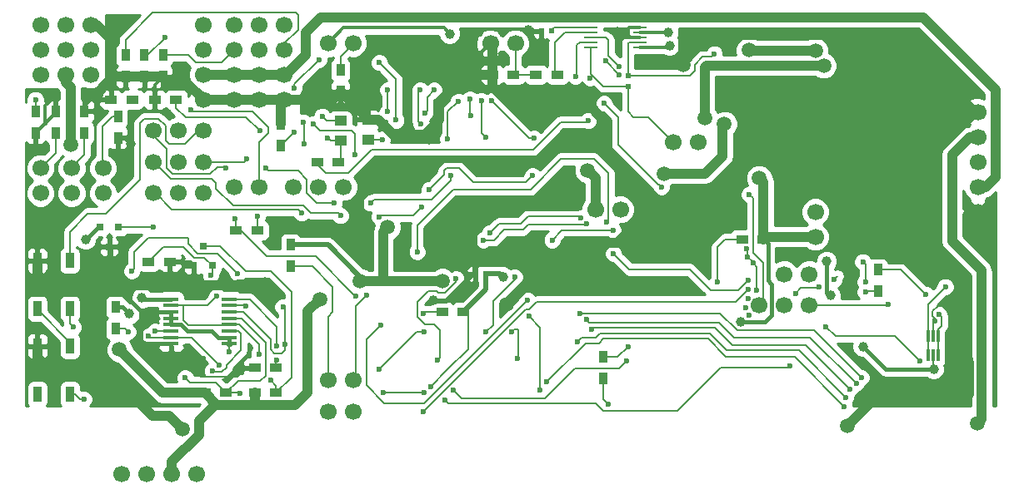
<source format=gbr>
G04 #@! TF.FileFunction,Copper,L2,Bot,Signal*
%FSLAX46Y46*%
G04 Gerber Fmt 4.6, Leading zero omitted, Abs format (unit mm)*
G04 Created by KiCad (PCBNEW 4.0.0-rc1-stable) date 18.11.2015 07:04:15*
%MOMM*%
G01*
G04 APERTURE LIST*
%ADD10C,0.020000*%
%ADD11R,0.900000X1.500000*%
%ADD12C,1.700000*%
%ADD13R,0.900000X1.200000*%
%ADD14R,0.300000X1.200000*%
%ADD15R,0.800100X0.800100*%
%ADD16R,1.200000X0.900000*%
%ADD17R,1.400000X0.250000*%
%ADD18R,1.500000X0.450000*%
%ADD19R,0.500000X0.600000*%
%ADD20R,0.600000X0.500000*%
%ADD21R,1.250000X1.000000*%
%ADD22C,0.600000*%
%ADD23C,1.500000*%
%ADD24C,1.000000*%
%ADD25C,0.200000*%
%ADD26C,1.000000*%
%ADD27C,0.300000*%
%ADD28C,0.500000*%
%ADD29C,0.400000*%
%ADD30C,0.254000*%
G04 APERTURE END LIST*
D10*
D11*
X5244100Y-34570500D03*
X1944100Y-34570500D03*
X5244100Y-39470500D03*
X1944100Y-39470500D03*
X5231400Y-25871000D03*
X1931400Y-25871000D03*
X5231400Y-30771000D03*
X1931400Y-30771000D03*
D12*
X75272900Y-30441900D03*
X77812900Y-30441900D03*
X80352900Y-30441900D03*
D13*
X26631900Y-14142900D03*
X26631900Y-11942900D03*
D14*
X92467900Y-35536900D03*
X92967900Y-35536900D03*
X93467900Y-35536900D03*
X92467900Y-33536900D03*
X92967900Y-33536900D03*
X93467900Y-33536900D03*
D12*
X10502900Y-47586900D03*
X13042900Y-47586900D03*
X15582900Y-47586900D03*
X18122900Y-47586900D03*
D13*
X14693900Y-7157900D03*
X14693900Y-4957900D03*
X1739900Y-10672900D03*
X1739900Y-12872900D03*
X12788900Y-4957900D03*
X12788900Y-7157900D03*
X10883900Y-4957900D03*
X10883900Y-7157900D03*
D15*
X8282900Y-22456140D03*
X10182900Y-22456140D03*
X9232900Y-24455120D03*
D16*
X45257900Y-31076900D03*
X43057900Y-31076900D03*
D13*
X87337900Y-26801900D03*
X87337900Y-29001900D03*
D16*
X21127900Y-39331900D03*
X18927900Y-39331900D03*
X26207900Y-36791900D03*
X24007900Y-36791900D03*
X52582900Y-6946900D03*
X54782900Y-6946900D03*
D13*
X9867900Y-30611900D03*
X9867900Y-32811900D03*
D16*
X24007900Y-39331900D03*
X26207900Y-39331900D03*
X48137900Y-6946900D03*
X50337900Y-6946900D03*
D13*
X10121900Y-11180900D03*
X10121900Y-13380900D03*
X27647900Y-24261900D03*
X27647900Y-26461900D03*
X6692900Y-12872900D03*
X6692900Y-10672900D03*
D16*
X15412900Y-25996900D03*
X13212900Y-25996900D03*
D13*
X59397900Y-37891900D03*
X59397900Y-35691900D03*
D16*
X9402900Y-9486900D03*
X11602900Y-9486900D03*
X22102900Y-22821900D03*
X24302900Y-22821900D03*
D13*
X3771900Y-12872900D03*
X3771900Y-10672900D03*
D16*
X13847900Y-9486900D03*
X16047900Y-9486900D03*
X75737900Y-23710900D03*
X73537900Y-23710900D03*
X30357900Y-15836900D03*
X32557900Y-15836900D03*
D13*
X32727900Y-6481900D03*
X32727900Y-8681900D03*
D15*
X19707900Y-26362660D03*
X17807900Y-26362660D03*
X18757900Y-24363680D03*
D12*
X21932900Y-9486900D03*
X21932900Y-6946900D03*
X21932900Y-4406900D03*
X21932900Y-1866900D03*
X24472900Y-9486900D03*
X24472900Y-6946900D03*
X24472900Y-4406900D03*
X24472900Y-1866900D03*
X27012900Y-9486900D03*
X27012900Y-6946900D03*
X27012900Y-4406900D03*
X27012900Y-1866900D03*
X2247900Y-6946900D03*
X2247900Y-4406900D03*
X2247900Y-1866900D03*
X18757900Y-9486900D03*
X18757900Y-6946900D03*
X18757900Y-4406900D03*
X18757900Y-1866900D03*
X4787900Y-6946900D03*
X4787900Y-4406900D03*
X4787900Y-1866900D03*
X7327900Y-6946900D03*
X7327900Y-4406900D03*
X7327900Y-1866900D03*
X97497900Y-10756900D03*
X97497900Y-13296900D03*
X97497900Y-15836900D03*
X97497900Y-18376900D03*
X97497900Y-20916900D03*
X69049900Y-13804900D03*
X66509900Y-13804900D03*
X47967900Y-3771900D03*
X50507900Y-3771900D03*
X31457900Y-38061900D03*
X33997900Y-38061900D03*
X33997900Y-41236900D03*
X31457900Y-41236900D03*
X80352900Y-27266900D03*
X77812900Y-27266900D03*
X58635900Y-20662900D03*
X61175900Y-20662900D03*
X80987900Y-23456900D03*
X80987900Y-20916900D03*
X31457900Y-3771900D03*
X33997900Y-3771900D03*
X27957900Y-18376900D03*
X30497900Y-18376900D03*
X33037900Y-18376900D03*
X24472900Y-18376900D03*
X21932900Y-18376900D03*
X2247900Y-16471900D03*
X2247900Y-19011900D03*
X5422900Y-16471900D03*
X5422900Y-19011900D03*
X8597900Y-16471900D03*
X8597900Y-19011900D03*
X13677900Y-12661900D03*
X16217900Y-12661900D03*
X18757900Y-12661900D03*
X13677900Y-15836900D03*
X16217900Y-15836900D03*
X18757900Y-15836900D03*
X13677900Y-19011900D03*
X16217900Y-19011900D03*
X18757900Y-19011900D03*
D17*
X58167900Y-3636900D03*
X58167900Y-4136900D03*
X58167900Y-3136900D03*
X58167900Y-2636900D03*
X58167900Y-2136900D03*
X63167900Y-2136900D03*
X63167900Y-2636900D03*
X63167900Y-3136900D03*
X63167900Y-3636900D03*
X63167900Y-4136900D03*
D18*
X21437900Y-29796900D03*
X21437900Y-30446900D03*
X21437900Y-31096900D03*
X21437900Y-31746900D03*
X21437900Y-32396900D03*
X21437900Y-33046900D03*
X21437900Y-33696900D03*
X21437900Y-34346900D03*
X15537900Y-34346900D03*
X15537900Y-33696900D03*
X15537900Y-33046900D03*
X15537900Y-32396900D03*
X15537900Y-31746900D03*
X15537900Y-31096900D03*
X15537900Y-30446900D03*
X15537900Y-29796900D03*
D19*
X61937900Y-7031900D03*
X61937900Y-8131900D03*
D20*
X53132900Y-2501900D03*
X54232900Y-2501900D03*
D21*
X35521900Y-11534900D03*
X35521900Y-13534900D03*
X32727900Y-11661900D03*
X32727900Y-13661900D03*
D20*
X46437900Y-27221900D03*
X47537900Y-27221900D03*
D22*
X74129900Y-29705300D03*
X74256900Y-31407100D03*
X73901300Y-30695900D03*
X75018900Y-28917900D03*
X78955900Y-29222700D03*
X81368900Y-28536900D03*
X82918300Y-27774900D03*
X74028300Y-24701500D03*
X74637900Y-26123900D03*
X74104500Y-25514300D03*
D23*
X67525900Y-5930900D03*
X82257900Y-2882900D03*
D22*
X93137900Y-32026900D03*
X95437900Y-33376900D03*
D24*
X60837900Y-2576900D03*
X51787900Y-2376900D03*
D23*
X83887900Y-16076900D03*
X86637900Y-9476900D03*
X67271900Y-20535900D03*
D24*
X42737900Y-4726900D03*
D23*
X7887900Y-8976900D03*
D24*
X3687900Y-9126900D03*
X11437900Y-14026900D03*
D23*
X49587900Y-30326900D03*
D24*
X50587900Y-20926900D03*
X45537900Y-21626900D03*
D23*
X25037900Y-28276900D03*
D22*
X18837900Y-35876900D03*
X21437900Y-35126900D03*
D24*
X42187900Y-29876900D03*
D23*
X16237900Y-7826900D03*
X41744900Y-15963900D03*
X41744900Y-13296900D03*
X34887900Y-24826900D03*
X96227900Y-35902900D03*
X84287900Y-42676900D03*
X16687800Y-43053000D03*
X65587900Y-17026900D03*
X97487900Y-42426900D03*
D24*
X43837900Y-2776900D03*
D23*
X43087900Y-27926900D03*
D24*
X49237900Y-27526900D03*
D23*
X34737900Y-27976900D03*
X37537900Y-22476900D03*
D24*
X12537900Y-29676900D03*
X11287900Y-31276900D03*
X6837900Y-23726900D03*
D23*
X10287900Y-34926900D03*
D22*
X41937900Y-38676900D03*
X44237900Y-39076900D03*
D23*
X71737900Y-11976900D03*
D22*
X61787900Y-36076900D03*
X61037900Y-6076900D03*
X6667500Y-39979600D03*
X5600700Y-32651700D03*
D23*
X30619700Y-29794200D03*
D22*
X37537900Y-8476900D03*
X30887900Y-11176900D03*
X37537900Y-10726900D03*
X31437900Y-13376900D03*
X36987900Y-13526900D03*
D24*
X73437900Y-32126900D03*
D23*
X75287900Y-17476900D03*
D22*
X59905900Y-40474900D03*
D24*
X82137900Y-25926900D03*
X82537900Y-29426900D03*
X85837900Y-34626900D03*
X93037900Y-36926900D03*
D22*
X70737900Y-4826900D03*
X58102500Y-7277100D03*
D23*
X81837900Y-6026900D03*
X69737900Y-11326900D03*
D24*
X66037900Y-2626900D03*
D22*
X42237900Y-8526900D03*
X41287900Y-10826900D03*
X61048900Y-6946900D03*
X59651900Y-5549900D03*
D23*
X80987900Y-4476900D03*
X74237900Y-4426900D03*
D22*
X22537900Y-39376900D03*
X16954500Y-37795200D03*
X26287900Y-34576900D03*
X74155300Y-27901900D03*
X54237900Y-23776900D03*
X60437900Y-22776900D03*
X60487900Y-25176900D03*
X82087900Y-32576900D03*
X91587900Y-36076900D03*
X50137900Y-33126900D03*
X47537900Y-33126900D03*
X50437900Y-27526900D03*
X50687900Y-35826900D03*
X56787900Y-34176900D03*
X84087900Y-39776900D03*
X85687900Y-37776900D03*
X57037900Y-31276900D03*
X57137900Y-21526900D03*
X47887900Y-23076900D03*
X85137900Y-38376900D03*
X57737900Y-31876900D03*
X57787900Y-22126900D03*
X47237900Y-23776900D03*
X83937900Y-40726900D03*
X53687900Y-38226900D03*
X44487900Y-27726900D03*
X42587900Y-35976900D03*
X84487900Y-38976900D03*
X58237900Y-32876900D03*
X59787900Y-21926900D03*
X40537900Y-24976900D03*
X21987900Y-21576900D03*
X51887900Y-31526900D03*
X53037900Y-39026900D03*
X34287900Y-29476900D03*
X14887900Y-3126900D03*
X36837900Y-32476900D03*
X51737900Y-29876900D03*
X35387900Y-29426900D03*
X19537900Y-27326900D03*
X20187900Y-29476900D03*
X24437900Y-35376900D03*
X41187900Y-31226900D03*
X23087900Y-30526900D03*
X22287900Y-27176900D03*
X26887900Y-30576900D03*
X11537900Y-26926900D03*
X13887900Y-33076900D03*
X36637900Y-36976900D03*
X41237900Y-33126900D03*
X27087900Y-34376900D03*
X41262300Y-39331900D03*
X43370500Y-40093900D03*
X78397100Y-36563300D03*
X37087900Y-39276900D03*
X41137900Y-41226900D03*
X74187900Y-28776900D03*
X45987900Y-11126900D03*
X45887900Y-9426900D03*
X85813900Y-25996900D03*
X86067900Y-28028900D03*
X86067900Y-29044900D03*
X88353900Y-30314900D03*
X94195900Y-28536900D03*
X92163900Y-29298900D03*
X93537900Y-31326900D03*
X19737900Y-37076900D03*
X25687900Y-38076900D03*
X13237900Y-33576900D03*
X11137900Y-33126900D03*
X20437900Y-36526900D03*
D24*
X66187900Y-3976900D03*
D22*
X30537900Y-5426900D03*
X28037900Y-8326900D03*
X28937900Y-11776900D03*
X29037900Y-13976900D03*
X28790900Y-21043900D03*
X48087900Y-9626900D03*
X52387900Y-13426900D03*
X41744900Y-18630900D03*
X52237900Y-17226900D03*
X40982900Y-20408900D03*
X32727900Y-21297900D03*
X36664900Y-21424900D03*
X44687900Y-9676900D03*
X43637900Y-13476900D03*
X43937900Y-17176900D03*
X21120100Y-16446500D03*
X25107900Y-16471900D03*
X35775900Y-20027900D03*
X32092900Y-20027900D03*
X24287900Y-21376900D03*
X17487900Y-10526900D03*
X13677900Y-22440900D03*
X26287900Y-35976900D03*
D23*
X5295900Y-14058900D03*
D22*
X1739900Y-9486900D03*
X34187900Y-15076900D03*
X29937900Y-11926900D03*
X38387900Y-11576900D03*
X36687900Y-5726900D03*
X47487900Y-13326900D03*
X47087900Y-9576900D03*
X71037900Y-28076900D03*
X40937900Y-11976900D03*
X40837900Y-8526900D03*
X61937900Y-34626900D03*
D23*
X57837900Y-16676900D03*
D22*
X56603900Y-7124700D03*
X23237900Y-15526900D03*
X28028900Y-12788900D03*
X24537900Y-12676900D03*
X65366900Y-18376900D03*
X74256900Y-19138900D03*
X57873900Y-11645900D03*
X59524900Y-9867900D03*
D25*
X74129900Y-29705300D02*
X74129900Y-29679900D01*
X74256900Y-31407100D02*
X74256900Y-31534100D01*
X73825100Y-30746700D02*
X73850500Y-30746700D01*
X73850500Y-30746700D02*
X73901300Y-30695900D01*
X75018900Y-28917900D02*
X75018900Y-28790900D01*
X78955900Y-29222700D02*
X79540100Y-28638500D01*
X79540100Y-28638500D02*
X81267300Y-28638500D01*
X81267300Y-28638500D02*
X81368900Y-28536900D01*
X82918300Y-27774900D02*
X83223100Y-27470100D01*
X83223100Y-27470100D02*
X83223100Y-27419300D01*
X74104500Y-24777700D02*
X74028300Y-24701500D01*
X74637900Y-26123900D02*
X74637900Y-26047700D01*
X75018900Y-26504900D02*
X74637900Y-26123900D01*
X75018900Y-28917900D02*
X75018900Y-26504900D01*
X74637900Y-26047700D02*
X74104500Y-25514300D01*
X74104500Y-25514300D02*
X74104500Y-24777700D01*
D26*
X7073900Y-35090100D02*
X8350250Y-36366450D01*
X7073900Y-30060900D02*
X7073900Y-35090100D01*
X7397750Y-29737050D02*
X7073900Y-30060900D01*
X8707900Y-28426900D02*
X7397750Y-29737050D01*
X11387900Y-28426900D02*
X8887900Y-28426900D01*
X8887900Y-28426900D02*
X9387900Y-27926900D01*
X8887900Y-28426900D02*
X8707900Y-28426900D01*
X67525900Y-5930900D02*
X67525900Y-3136900D01*
X67525900Y-3136900D02*
X67779900Y-2882900D01*
X67525900Y-3136900D02*
X67525900Y-3136900D01*
X67779900Y-2882900D02*
X82257900Y-2882900D01*
D25*
X93137900Y-32026900D02*
X92967900Y-32196900D01*
X92967900Y-32196900D02*
X92967900Y-33536900D01*
X93137900Y-31796898D02*
X92887900Y-31546898D01*
X92887900Y-31546898D02*
X92887900Y-31026900D01*
X92887900Y-31026900D02*
X93437900Y-30476900D01*
X93437900Y-30476900D02*
X93887900Y-30476900D01*
X93887900Y-30476900D02*
X95437900Y-32026900D01*
X95437900Y-32026900D02*
X95437900Y-33376900D01*
X93137900Y-32026900D02*
X93137900Y-31796898D01*
D27*
X62047900Y-2136900D02*
X61937900Y-2246900D01*
X61937900Y-2246900D02*
X61937900Y-2926900D01*
X61937900Y-2926900D02*
X62147900Y-3136900D01*
X62437900Y-3136900D02*
X63167900Y-3136900D01*
X62147900Y-3136900D02*
X62437900Y-3136900D01*
X63167900Y-2136900D02*
X62047900Y-2136900D01*
X61397900Y-3136900D02*
X60837900Y-2576900D01*
X62437900Y-3136900D02*
X61397900Y-3136900D01*
X51912900Y-2501900D02*
X51787900Y-2376900D01*
X53132900Y-2501900D02*
X51912900Y-2501900D01*
D26*
X83887900Y-16076900D02*
X87037900Y-12926900D01*
X87037900Y-9876900D02*
X87037900Y-12926900D01*
X86637900Y-9476900D02*
X87037900Y-9876900D01*
X9868900Y-7157900D02*
X10883900Y-7157900D01*
X9337900Y-6626900D02*
X9868900Y-7157900D01*
X9337900Y-3276900D02*
X9337900Y-6626900D01*
X7927900Y-1866900D02*
X9337900Y-3276900D01*
X7327900Y-1866900D02*
X7927900Y-1866900D01*
X18447900Y-9486900D02*
X18757900Y-9486900D01*
X27012900Y-9486900D02*
X24472900Y-9486900D01*
X24472900Y-9486900D02*
X21932900Y-9486900D01*
X21932900Y-9486900D02*
X18757900Y-9486900D01*
X67271900Y-20535900D02*
X66337900Y-19726900D01*
X66337900Y-19726900D02*
X64387900Y-19726900D01*
X64387900Y-19726900D02*
X59887900Y-15226900D01*
X59887900Y-15226900D02*
X59887900Y-11976900D01*
X59887900Y-11976900D02*
X57287900Y-9376900D01*
X57287900Y-9376900D02*
X49337900Y-9376900D01*
X49337900Y-9376900D02*
X48137900Y-8176900D01*
X48137900Y-8176900D02*
X48137900Y-6946900D01*
X48137900Y-3941900D02*
X47967900Y-3771900D01*
X48137900Y-6946900D02*
X48137900Y-3941900D01*
X45567900Y-6946900D02*
X42787900Y-9726900D01*
X42787900Y-9726900D02*
X42787900Y-11576900D01*
X42083900Y-12280900D02*
X41337900Y-13026900D01*
X42787900Y-11576900D02*
X42083900Y-12280900D01*
X38087900Y-13026900D02*
X36595900Y-11534900D01*
X41337900Y-13026900D02*
X38087900Y-13026900D01*
X36595900Y-11534900D02*
X35521900Y-11534900D01*
X48137900Y-6946900D02*
X45767900Y-6946900D01*
X45767900Y-6946900D02*
X45567900Y-6946900D01*
X35521900Y-11475900D02*
X32727900Y-8681900D01*
X35521900Y-11534900D02*
X35521900Y-11475900D01*
D27*
X47942900Y-3771900D02*
X47967900Y-3771900D01*
X42737900Y-4726900D02*
X46987900Y-4726900D01*
X46987900Y-4726900D02*
X47942900Y-3771900D01*
D26*
X31922900Y-9486900D02*
X32727900Y-8681900D01*
X27012900Y-9486900D02*
X31922900Y-9486900D01*
X9187900Y-7676900D02*
X9706900Y-7157900D01*
X7887900Y-8976900D02*
X9187900Y-7676900D01*
X9706900Y-7157900D02*
X9868900Y-7157900D01*
D27*
X13847900Y-8003900D02*
X14693900Y-7157900D01*
X13847900Y-9486900D02*
X13847900Y-8003900D01*
X9187900Y-7926900D02*
X9187900Y-7676900D01*
X9187900Y-7676900D02*
X9187900Y-7926900D01*
X9402900Y-7461900D02*
X9187900Y-7676900D01*
X9402900Y-9486900D02*
X9402900Y-7461900D01*
X6692900Y-10171900D02*
X7887900Y-8976900D01*
X6692900Y-10672900D02*
X6692900Y-10171900D01*
X2736900Y-11875900D02*
X1739900Y-12872900D01*
X3771900Y-10840900D02*
X2736900Y-11875900D01*
X3771900Y-10672900D02*
X3771900Y-10840900D01*
X2736900Y-10077900D02*
X3687900Y-9126900D01*
X2736900Y-11875900D02*
X2736900Y-10077900D01*
X11437900Y-14026900D02*
X10791900Y-13380900D01*
X10791900Y-13380900D02*
X10121900Y-13380900D01*
D26*
X64387900Y-20476900D02*
X60837900Y-24026900D01*
X60837900Y-24026900D02*
X55987900Y-24026900D01*
X50687900Y-29326900D02*
X49687900Y-30326900D01*
X55987900Y-24026900D02*
X50687900Y-29326900D01*
X49687900Y-30326900D02*
X49587900Y-30326900D01*
X64387900Y-19726900D02*
X64387900Y-20476900D01*
D28*
X46437900Y-27221900D02*
X46242900Y-27221900D01*
X46437900Y-21576900D02*
X47087900Y-20926900D01*
X47087900Y-20926900D02*
X50587900Y-20926900D01*
X46437900Y-27221900D02*
X46437900Y-21576900D01*
X45587900Y-21576900D02*
X45537900Y-21626900D01*
X46437900Y-21576900D02*
X45587900Y-21576900D01*
D26*
X18487900Y-28426900D02*
X11387900Y-28426900D01*
D29*
X11387900Y-29926900D02*
X12557900Y-31096900D01*
X12557900Y-31096900D02*
X15537900Y-31096900D01*
X11387900Y-28426900D02*
X11387900Y-29926900D01*
X15537900Y-31096900D02*
X15537900Y-31746900D01*
X15537900Y-31746900D02*
X15537900Y-32396900D01*
X9387900Y-24610120D02*
X9232900Y-24455120D01*
X9387900Y-27926900D02*
X9387900Y-24610120D01*
X17807900Y-27746900D02*
X18487900Y-28426900D01*
X17807900Y-26362660D02*
X17807900Y-27746900D01*
X17442140Y-25996900D02*
X17807900Y-26362660D01*
X15412900Y-25996900D02*
X17442140Y-25996900D01*
D26*
X25037900Y-28276900D02*
X24887900Y-28426900D01*
X22387900Y-28276900D02*
X22237900Y-28426900D01*
X22237900Y-28426900D02*
X18487900Y-28426900D01*
X25037900Y-28276900D02*
X22387900Y-28276900D01*
D29*
X16507900Y-32396900D02*
X17187900Y-33076900D01*
X17187900Y-33076900D02*
X19687900Y-33076900D01*
X19687900Y-33076900D02*
X20307900Y-33696900D01*
X20307900Y-33696900D02*
X21437900Y-33696900D01*
X15537900Y-32396900D02*
X16507900Y-32396900D01*
X21437900Y-33696900D02*
X21437900Y-34346900D01*
D25*
X22237900Y-37726900D02*
X23172900Y-36791900D01*
X23172900Y-36791900D02*
X24007900Y-36791900D01*
X18837900Y-35876900D02*
X17837900Y-36876900D01*
X21437900Y-34346900D02*
X21437900Y-35126900D01*
X18537900Y-37726900D02*
X20637900Y-37726900D01*
X17837900Y-37026900D02*
X18537900Y-37726900D01*
X17837900Y-36876900D02*
X17837900Y-37026900D01*
X20637900Y-37726900D02*
X22237900Y-37726900D01*
D28*
X42287900Y-29976900D02*
X42187900Y-29876900D01*
X46242900Y-27221900D02*
X43487900Y-29976900D01*
X43487900Y-29976900D02*
X42287900Y-29976900D01*
D29*
X12487900Y-31166900D02*
X12557900Y-31096900D01*
X15537900Y-34346900D02*
X12857900Y-34346900D01*
X12487900Y-33976900D02*
X12857900Y-34346900D01*
X12487900Y-32676900D02*
X12487900Y-33976900D01*
X12487900Y-32676900D02*
X12487900Y-31166900D01*
D26*
X10883900Y-7157900D02*
X12788900Y-7157900D01*
X12788900Y-7157900D02*
X14693900Y-7157900D01*
X17137900Y-7826900D02*
X16237900Y-7826900D01*
X18757900Y-9446900D02*
X17137900Y-7826900D01*
X18757900Y-9486900D02*
X18757900Y-9446900D01*
X15187900Y-7826900D02*
X16237900Y-7826900D01*
X14693900Y-7332900D02*
X15187900Y-7826900D01*
X14693900Y-7157900D02*
X14693900Y-7332900D01*
X97117900Y-10756900D02*
X96337900Y-9976900D01*
X97497900Y-10756900D02*
X97117900Y-10756900D01*
X96857900Y-10756900D02*
X96037900Y-11576900D01*
X97497900Y-10756900D02*
X96857900Y-10756900D01*
X95967900Y-10756900D02*
X95837900Y-10626900D01*
X97497900Y-10756900D02*
X95967900Y-10756900D01*
X97497900Y-21336900D02*
X98437900Y-22276900D01*
X97497900Y-20916900D02*
X97497900Y-21336900D01*
X97497900Y-21816900D02*
X97137900Y-22176900D01*
X97497900Y-20916900D02*
X97497900Y-21816900D01*
X96797900Y-20916900D02*
X96437900Y-21276900D01*
X97497900Y-20916900D02*
X96797900Y-20916900D01*
X96927900Y-20916900D02*
X96487900Y-20476900D01*
X97497900Y-20916900D02*
X96927900Y-20916900D01*
X98227900Y-20916900D02*
X98587900Y-21276900D01*
X97497900Y-20916900D02*
X98227900Y-20916900D01*
X98097900Y-20916900D02*
X98587900Y-20426900D01*
X97497900Y-20916900D02*
X98097900Y-20916900D01*
X26631900Y-9867900D02*
X27012900Y-9486900D01*
X26631900Y-11942900D02*
X26631900Y-9867900D01*
X41337900Y-13026900D02*
X42083900Y-12280900D01*
X34837900Y-21375900D02*
X34632900Y-21170900D01*
X34632900Y-21170900D02*
X34632900Y-19519900D01*
X34632900Y-19519900D02*
X38188900Y-15963900D01*
X38188900Y-15963900D02*
X41744900Y-15963900D01*
X41744900Y-13296900D02*
X41474900Y-13026900D01*
X41474900Y-13026900D02*
X41337900Y-13026900D01*
X34837900Y-24776900D02*
X34837900Y-23576900D01*
X34887900Y-24826900D02*
X34837900Y-24776900D01*
X34837900Y-23576900D02*
X34837900Y-21375900D01*
X96240900Y-39826900D02*
X96608900Y-39458900D01*
X96608900Y-39458900D02*
X96608900Y-36283900D01*
X96608900Y-36283900D02*
X96227900Y-35902900D01*
X87137900Y-39826900D02*
X87187900Y-39826900D01*
X84287900Y-42676900D02*
X87137900Y-39826900D01*
X87187900Y-39826900D02*
X96240900Y-39826900D01*
X69303900Y-20535900D02*
X74891900Y-14947900D01*
X74891900Y-14947900D02*
X82758900Y-14947900D01*
X82758900Y-14947900D02*
X83887900Y-16076900D01*
X67271900Y-20535900D02*
X69303900Y-20535900D01*
X1931400Y-27318700D02*
X3276600Y-28663900D01*
X3276600Y-28663900D02*
X6324600Y-28663900D01*
X6324600Y-28663900D02*
X7397750Y-29737050D01*
X1931400Y-25871000D02*
X1931400Y-27318700D01*
X8185150Y-36366450D02*
X7670800Y-36880800D01*
X7670800Y-36880800D02*
X3086100Y-36880800D01*
X3086100Y-36880800D02*
X1944100Y-35738800D01*
X1944100Y-35738800D02*
X1944100Y-34570500D01*
X8350250Y-36366450D02*
X8185150Y-36366450D01*
X15303500Y-41668700D02*
X16687800Y-43053000D01*
X8350250Y-36366450D02*
X13652500Y-41668700D01*
X13652500Y-41668700D02*
X14871700Y-41668700D01*
X14871700Y-41668700D02*
X15303500Y-41668700D01*
X94887900Y-15126900D02*
X94887900Y-23876900D01*
X94887900Y-23876900D02*
X97887900Y-26876900D01*
X97887900Y-26876900D02*
X97887900Y-42026900D01*
X97887900Y-42026900D02*
X97487900Y-42426900D01*
X96717900Y-13296900D02*
X94887900Y-15126900D01*
X97497900Y-13296900D02*
X96717900Y-13296900D01*
D27*
X33037900Y-2176900D02*
X43237900Y-2176900D01*
X43237900Y-2176900D02*
X43837900Y-2776900D01*
X31457900Y-3756900D02*
X33037900Y-2176900D01*
X31457900Y-3771900D02*
X31457900Y-3756900D01*
D26*
X37087900Y-27976900D02*
X34737900Y-27976900D01*
X43037900Y-27976900D02*
X37087900Y-27976900D01*
X43087900Y-27926900D02*
X43037900Y-27976900D01*
D28*
X47537900Y-28796900D02*
X45257900Y-31076900D01*
X47537900Y-27221900D02*
X47537900Y-28796900D01*
X48932900Y-27221900D02*
X49237900Y-27526900D01*
X47537900Y-27221900D02*
X48932900Y-27221900D01*
X34737900Y-27526900D02*
X31472900Y-24261900D01*
X31472900Y-24261900D02*
X27647900Y-24261900D01*
X34737900Y-27976900D02*
X34737900Y-27526900D01*
X24007900Y-39331900D02*
X23832900Y-39331900D01*
D26*
X37087900Y-27976900D02*
X37087900Y-22926900D01*
X37087900Y-22926900D02*
X37537900Y-22476900D01*
D29*
X12657900Y-29796900D02*
X12537900Y-29676900D01*
X11287900Y-31276900D02*
X10622900Y-30611900D01*
X10622900Y-30611900D02*
X9867900Y-30611900D01*
X15537900Y-29796900D02*
X12657900Y-29796900D01*
X8108660Y-22456140D02*
X8282900Y-22456140D01*
X6837900Y-23726900D02*
X8108660Y-22456140D01*
D26*
X14692900Y-39331900D02*
X10287900Y-34926900D01*
X18927900Y-39331900D02*
X14692900Y-39331900D01*
D25*
X45687900Y-31506900D02*
X45257900Y-31076900D01*
X45687900Y-34926900D02*
X45687900Y-31506900D01*
X41937900Y-38676900D02*
X43637900Y-36976900D01*
X45037900Y-39876900D02*
X44237900Y-39076900D01*
X53487900Y-39876900D02*
X45037900Y-39876900D01*
X56537900Y-36826900D02*
X53487900Y-39876900D01*
X61037900Y-36826900D02*
X56537900Y-36826900D01*
X61787900Y-36076900D02*
X61037900Y-36826900D01*
X43637900Y-36976900D02*
X45687900Y-34926900D01*
D26*
X69787900Y-17026900D02*
X65587900Y-17026900D01*
X71587900Y-15226900D02*
X69787900Y-17026900D01*
X71587900Y-12126900D02*
X71587900Y-15226900D01*
X71737900Y-11976900D02*
X71587900Y-12126900D01*
D25*
X58167900Y-3136900D02*
X59697900Y-3136900D01*
X61037900Y-6076900D02*
X59937900Y-4976900D01*
X59937900Y-4976900D02*
X59937900Y-3376900D01*
X59937900Y-3376900D02*
X59697900Y-3136900D01*
D26*
X15537900Y-47541900D02*
X15582900Y-47586900D01*
D25*
X5739300Y-39470500D02*
X6248400Y-39979600D01*
X6248400Y-39979600D02*
X6667500Y-39979600D01*
X5244100Y-39470500D02*
X5739300Y-39470500D01*
X5231400Y-32282400D02*
X5600700Y-32651700D01*
X5231400Y-30771000D02*
X5231400Y-32282400D01*
D26*
X23635100Y-40576900D02*
X24007900Y-40204100D01*
X24007900Y-40204100D02*
X24007900Y-39331900D01*
X18927900Y-39331900D02*
X20172900Y-40576900D01*
X20172900Y-40576900D02*
X23635100Y-40576900D01*
X28155500Y-40576900D02*
X29400500Y-39331900D01*
X29400500Y-39331900D02*
X29400500Y-31013400D01*
X29400500Y-31013400D02*
X30619700Y-29794200D01*
X23635100Y-40576900D02*
X28155500Y-40576900D01*
X20002100Y-40576900D02*
X18351500Y-42227500D01*
X18351500Y-42227500D02*
X18351500Y-43599100D01*
X18351500Y-43599100D02*
X15582900Y-46367700D01*
X15582900Y-46367700D02*
X15582900Y-47586900D01*
X20172900Y-40576900D02*
X20002100Y-40576900D01*
D25*
X37537900Y-8476900D02*
X37537900Y-10726900D01*
X30887900Y-11176900D02*
X31372900Y-11661900D01*
X31372900Y-11661900D02*
X32727900Y-11661900D01*
X31722900Y-13661900D02*
X31437900Y-13376900D01*
X36987900Y-13526900D02*
X36979900Y-13534900D01*
X36979900Y-13534900D02*
X35521900Y-13534900D01*
X32727900Y-13661900D02*
X31722900Y-13661900D01*
X32727900Y-15666900D02*
X32557900Y-15836900D01*
X32727900Y-13661900D02*
X32727900Y-15666900D01*
D28*
X73637900Y-32126900D02*
X73437900Y-32126900D01*
D26*
X75991900Y-23456900D02*
X75737900Y-23710900D01*
X80987900Y-23456900D02*
X75991900Y-23456900D01*
D28*
X75737900Y-23710900D02*
X75703900Y-23710900D01*
D26*
X75737900Y-17926900D02*
X75287900Y-17476900D01*
X75737900Y-23710900D02*
X75737900Y-17926900D01*
D29*
X76161900Y-24134900D02*
X75737900Y-23710900D01*
X75873900Y-32126900D02*
X76542900Y-31457900D01*
X76542900Y-31457900D02*
X76542900Y-28282900D01*
X76542900Y-28282900D02*
X76161900Y-27901900D01*
X76161900Y-27901900D02*
X76161900Y-24134900D01*
X73437900Y-32126900D02*
X75873900Y-32126900D01*
D25*
X59905900Y-40474900D02*
X59397900Y-39966900D01*
X59397900Y-39966900D02*
X59397900Y-37891900D01*
D29*
X82437900Y-29426900D02*
X82537900Y-29426900D01*
X82137900Y-29126900D02*
X82437900Y-29426900D01*
X82137900Y-25926900D02*
X82137900Y-29126900D01*
X88137900Y-36926900D02*
X85837900Y-34626900D01*
X93037900Y-36926900D02*
X88137900Y-36926900D01*
D25*
X92967900Y-36856900D02*
X93037900Y-36926900D01*
X92967900Y-35536900D02*
X92967900Y-36856900D01*
X54477900Y-2136900D02*
X58167900Y-2136900D01*
X54232900Y-2381900D02*
X54477900Y-2136900D01*
X54232900Y-2501900D02*
X54232900Y-2381900D01*
X68232900Y-7031900D02*
X61937900Y-7031900D01*
X68737900Y-6526900D02*
X68232900Y-7031900D01*
X68737900Y-5926900D02*
X68737900Y-6526900D01*
X69537900Y-5126900D02*
X68737900Y-5926900D01*
X70437900Y-5126900D02*
X69537900Y-5126900D01*
X70737900Y-4826900D02*
X70437900Y-5126900D01*
X63167900Y-3636900D02*
X62027900Y-3636900D01*
X61937900Y-3726900D02*
X62027900Y-3636900D01*
X61937900Y-7031900D02*
X61937900Y-3726900D01*
X58102500Y-7277100D02*
X58324750Y-7054850D01*
X58167900Y-6872600D02*
X58242200Y-6946900D01*
X58167900Y-6872600D02*
X58242200Y-6946900D01*
X58167900Y-4136900D02*
X58167900Y-6872600D01*
X58350150Y-7054850D02*
X58242200Y-6946900D01*
X59427200Y-8131900D02*
X58350150Y-7054850D01*
X61937900Y-8131900D02*
X59427200Y-8131900D01*
X61937900Y-10726900D02*
X62487900Y-11276900D01*
X62487900Y-11276900D02*
X63981900Y-11276900D01*
X63981900Y-11276900D02*
X66509900Y-13804900D01*
X61937900Y-8131900D02*
X61937900Y-10726900D01*
X58324750Y-7054850D02*
X58350150Y-7054850D01*
D26*
X81837900Y-6026900D02*
X69937900Y-6026900D01*
X69937900Y-6026900D02*
X69737900Y-6226900D01*
X69737900Y-6226900D02*
X69737900Y-11326900D01*
D27*
X66027900Y-2636900D02*
X63167900Y-2636900D01*
X66037900Y-2626900D02*
X66027900Y-2636900D01*
D25*
X61048900Y-6946900D02*
X59651900Y-5549900D01*
X41537900Y-9226900D02*
X42237900Y-8526900D01*
X41537900Y-10576900D02*
X41537900Y-9226900D01*
X41287900Y-10826900D02*
X41537900Y-10576900D01*
D26*
X80987900Y-4476900D02*
X74287900Y-4476900D01*
X74287900Y-4476900D02*
X74237900Y-4426900D01*
D25*
X22657900Y-31746900D02*
X25137900Y-34226900D01*
X25137900Y-34226900D02*
X25137900Y-37576900D01*
X25137900Y-37576900D02*
X24587900Y-38126900D01*
X24587900Y-38126900D02*
X22332900Y-38126900D01*
X22332900Y-38126900D02*
X21127900Y-39331900D01*
X21437900Y-31746900D02*
X22657900Y-31746900D01*
X22492900Y-39331900D02*
X22537900Y-39376900D01*
X21127900Y-39331900D02*
X22492900Y-39331900D01*
X16954500Y-37795200D02*
X17437100Y-38277800D01*
X17437100Y-38277800D02*
X20073800Y-38277800D01*
X20073800Y-38277800D02*
X21127900Y-39331900D01*
X23507900Y-29796900D02*
X21437900Y-29796900D01*
X26287900Y-32576900D02*
X26287900Y-34576900D01*
X23507900Y-29796900D02*
X26287900Y-32576900D01*
X73180300Y-28876900D02*
X74155300Y-27901900D01*
X54237900Y-23776900D02*
X55237900Y-22776900D01*
X55237900Y-22776900D02*
X60437900Y-22776900D01*
X60487900Y-25176900D02*
X62087900Y-26776900D01*
X62087900Y-26776900D02*
X68237900Y-26776900D01*
X68237900Y-26776900D02*
X70337900Y-28876900D01*
X70337900Y-28876900D02*
X72887900Y-28876900D01*
X82087900Y-32576900D02*
X83087900Y-33576900D01*
X83087900Y-33576900D02*
X89087900Y-33576900D01*
X89087900Y-33576900D02*
X91587900Y-36076900D01*
X72887900Y-28876900D02*
X73180300Y-28876900D01*
X50387900Y-32876900D02*
X50137900Y-33126900D01*
X47537900Y-33126900D02*
X48237900Y-32426900D01*
X48237900Y-32426900D02*
X48237900Y-29976900D01*
X48237900Y-29976900D02*
X50437900Y-27776900D01*
X50437900Y-27776900D02*
X50437900Y-27526900D01*
X50837900Y-35676900D02*
X50837900Y-32876900D01*
X50687900Y-35826900D02*
X50837900Y-35676900D01*
X57237900Y-33726900D02*
X56787900Y-34176900D01*
X58687900Y-33726900D02*
X57237900Y-33726900D01*
X59087900Y-33326900D02*
X58687900Y-33726900D01*
X70287900Y-33326900D02*
X59087900Y-33326900D01*
X71987900Y-35026900D02*
X70287900Y-33326900D01*
X79337900Y-35026900D02*
X71987900Y-35026900D01*
X84087900Y-39776900D02*
X79337900Y-35026900D01*
X50837900Y-32876900D02*
X50387900Y-32876900D01*
X85687900Y-37776900D02*
X80887900Y-32976900D01*
X80887900Y-32976900D02*
X73037900Y-32976900D01*
X73037900Y-32976900D02*
X71287900Y-31226900D01*
X71287900Y-31226900D02*
X57087900Y-31226900D01*
X57087900Y-31226900D02*
X57037900Y-31276900D01*
X57137900Y-21526900D02*
X56987900Y-21376900D01*
X56987900Y-21376900D02*
X51787900Y-21376900D01*
X51787900Y-21376900D02*
X51037900Y-22126900D01*
X51037900Y-22126900D02*
X48837900Y-22126900D01*
X48837900Y-22126900D02*
X47887900Y-23076900D01*
X85137900Y-38376900D02*
X80437900Y-33676900D01*
X80437900Y-33676900D02*
X72737900Y-33676900D01*
X72737900Y-33676900D02*
X71237900Y-32176900D01*
X71237900Y-32176900D02*
X58037900Y-32176900D01*
X58037900Y-32176900D02*
X57737900Y-31876900D01*
X57787900Y-22126900D02*
X57737900Y-22176900D01*
X57737900Y-22176900D02*
X51837900Y-22176900D01*
X51837900Y-22176900D02*
X51287900Y-22726900D01*
X51287900Y-22726900D02*
X49387900Y-22726900D01*
X49387900Y-22726900D02*
X48337900Y-23776900D01*
X48337900Y-23776900D02*
X47237900Y-23776900D01*
X78887900Y-35676900D02*
X83937900Y-40726900D01*
X41987900Y-32326900D02*
X42237900Y-32326900D01*
X42687900Y-29176900D02*
X42487900Y-28976900D01*
X42487900Y-28976900D02*
X41637900Y-28976900D01*
X41637900Y-28976900D02*
X40537900Y-30076900D01*
X40537900Y-30076900D02*
X40537900Y-31576900D01*
X40537900Y-31576900D02*
X41287900Y-32326900D01*
X41287900Y-32326900D02*
X41987900Y-32326900D01*
X53687900Y-38226900D02*
X57637900Y-34276900D01*
X57637900Y-34276900D02*
X58987900Y-34276900D01*
X58987900Y-34276900D02*
X59437900Y-33826900D01*
X59437900Y-33826900D02*
X70087900Y-33826900D01*
X70087900Y-33826900D02*
X71887900Y-35626900D01*
X71887900Y-35626900D02*
X78887900Y-35626900D01*
X43337900Y-29176900D02*
X43137900Y-29176900D01*
X44448990Y-28065810D02*
X43337900Y-29176900D01*
X44448990Y-27765810D02*
X44448990Y-28065810D01*
X44487900Y-27726900D02*
X44448990Y-27765810D01*
X43137900Y-29176900D02*
X42687900Y-29176900D01*
X42837900Y-35726900D02*
X42587900Y-35976900D01*
X42837900Y-32926900D02*
X42837900Y-35726900D01*
X42237900Y-32326900D02*
X42837900Y-32926900D01*
X78887900Y-35626900D02*
X78887900Y-35676900D01*
X84487900Y-38976900D02*
X79987900Y-34476900D01*
X79987900Y-34476900D02*
X72587900Y-34476900D01*
X72587900Y-34476900D02*
X70787900Y-32676900D01*
X70787900Y-32676900D02*
X58437900Y-32676900D01*
X58437900Y-32676900D02*
X58237900Y-32876900D01*
X59787900Y-21926900D02*
X59937900Y-21776900D01*
X59937900Y-21776900D02*
X59937900Y-16976900D01*
X59937900Y-16976900D02*
X58487900Y-15526900D01*
X58487900Y-15526900D02*
X55137900Y-15526900D01*
X55137900Y-15526900D02*
X52037900Y-18626900D01*
X52037900Y-18626900D02*
X44187900Y-18626900D01*
X44187900Y-18626900D02*
X40537900Y-22276900D01*
X40537900Y-22276900D02*
X40537900Y-24976900D01*
X21987900Y-21576900D02*
X22102900Y-21691900D01*
X22102900Y-21691900D02*
X22102900Y-22821900D01*
X22102900Y-22821900D02*
X22632900Y-22821900D01*
X51887900Y-31526900D02*
X53037900Y-32676900D01*
X53037900Y-32676900D02*
X53037900Y-39026900D01*
X25237900Y-25426900D02*
X30187900Y-25426900D01*
X30187900Y-25426900D02*
X34237900Y-29476900D01*
X34237900Y-29476900D02*
X34287900Y-29476900D01*
X22632900Y-22821900D02*
X25237900Y-25426900D01*
X17276900Y-4957900D02*
X17995900Y-5676900D01*
X17995900Y-5676900D02*
X20662900Y-5676900D01*
X20662900Y-5676900D02*
X21932900Y-4406900D01*
X14693900Y-4957900D02*
X17276900Y-4957900D01*
X27012900Y-3771900D02*
X27012900Y-4406900D01*
X10883900Y-4957900D02*
X10883900Y-4660900D01*
X10883900Y-3380900D02*
X13667900Y-596900D01*
X13667900Y-596900D02*
X14947900Y-596900D01*
X14947900Y-596900D02*
X25107900Y-596900D01*
X25107900Y-596900D02*
X26377900Y-596900D01*
X26377900Y-596900D02*
X28155900Y-596900D01*
X28155900Y-596900D02*
X28409900Y-850900D01*
X28409900Y-850900D02*
X28409900Y-2374900D01*
X28409900Y-2374900D02*
X27012900Y-3771900D01*
X10883900Y-4957900D02*
X10883900Y-3380900D01*
X13126900Y-4957900D02*
X14947900Y-3136900D01*
X12788900Y-4957900D02*
X13126900Y-4957900D01*
X14922900Y-3161900D02*
X14947900Y-3136900D01*
X14887900Y-3126900D02*
X14922900Y-3161900D01*
X36937900Y-32376900D02*
X36837900Y-32476900D01*
X35387900Y-33926900D02*
X36837900Y-32476900D01*
X49237900Y-32376900D02*
X42637900Y-38976900D01*
X51737900Y-29876900D02*
X49237900Y-32376900D01*
X35387900Y-38576900D02*
X35387900Y-36326900D01*
X37187900Y-40376900D02*
X35387900Y-38576900D01*
X41237900Y-40376900D02*
X37187900Y-40376900D01*
X42637900Y-38976900D02*
X41237900Y-40376900D01*
X35387900Y-36326900D02*
X35387900Y-33926900D01*
X34287900Y-37771900D02*
X33997900Y-38061900D01*
X35387900Y-29426900D02*
X34287900Y-30526900D01*
X34287900Y-30526900D02*
X34287900Y-37771900D01*
X19707900Y-27156900D02*
X19537900Y-27326900D01*
X20187900Y-29476900D02*
X19217900Y-30446900D01*
X16587900Y-30446900D02*
X15537900Y-30446900D01*
X16787900Y-30446900D02*
X16587900Y-30446900D01*
X19217900Y-30446900D02*
X16787900Y-30446900D01*
X19707900Y-26362660D02*
X19707900Y-27156900D01*
X21407900Y-32426900D02*
X21437900Y-32396900D01*
X16787900Y-31926900D02*
X17287900Y-32426900D01*
X17287900Y-32426900D02*
X21407900Y-32426900D01*
X16787900Y-30446900D02*
X16787900Y-31926900D01*
X22457900Y-32396900D02*
X24437900Y-34376900D01*
X24437900Y-34376900D02*
X24437900Y-35376900D01*
X21437900Y-32396900D02*
X22457900Y-32396900D01*
X16787900Y-24476900D02*
X17887900Y-25576900D01*
X17887900Y-25576900D02*
X18922140Y-25576900D01*
X18922140Y-25576900D02*
X19707900Y-26362660D01*
X13212900Y-25996900D02*
X14732900Y-24476900D01*
X14732900Y-24476900D02*
X16787900Y-24476900D01*
X41187900Y-31226900D02*
X41337900Y-31076900D01*
X41337900Y-31076900D02*
X43057900Y-31076900D01*
X23087900Y-30526900D02*
X23007900Y-30446900D01*
X23007900Y-30446900D02*
X21437900Y-30446900D01*
X22857900Y-31096900D02*
X25637900Y-33876900D01*
X25637900Y-33876900D02*
X25637900Y-34926900D01*
X25637900Y-34926900D02*
X26037900Y-35326900D01*
X26637900Y-35326900D02*
X26687900Y-35326900D01*
X26037900Y-35326900D02*
X26637900Y-35326900D01*
X21437900Y-31096900D02*
X22857900Y-31096900D01*
X26787900Y-35326900D02*
X27087900Y-35026900D01*
X27087900Y-35026900D02*
X27087900Y-34376900D01*
X26637900Y-35326900D02*
X26787900Y-35326900D01*
X17237900Y-24176900D02*
X18187900Y-25126900D01*
X18187900Y-25126900D02*
X20237900Y-25126900D01*
X20237900Y-25126900D02*
X22287900Y-27176900D01*
X26887900Y-30576900D02*
X27087900Y-30776900D01*
X27087900Y-30776900D02*
X27087900Y-34376900D01*
X15537900Y-33046900D02*
X13917900Y-33046900D01*
X13187900Y-23576900D02*
X17237900Y-23576900D01*
X11737900Y-25026900D02*
X13187900Y-23576900D01*
X11737900Y-26726900D02*
X11737900Y-25026900D01*
X11537900Y-26926900D02*
X11737900Y-26726900D01*
X13917900Y-33046900D02*
X13887900Y-33076900D01*
X17237900Y-23576900D02*
X17237900Y-24176900D01*
X40487900Y-33126900D02*
X36637900Y-36976900D01*
X41237900Y-33126900D02*
X40487900Y-33126900D01*
X41207300Y-39276900D02*
X41262300Y-39331900D01*
X43370500Y-40093900D02*
X43726100Y-40449500D01*
X43726100Y-40449500D02*
X58686700Y-40449500D01*
X58686700Y-40449500D02*
X59397900Y-41160700D01*
X59397900Y-41160700D02*
X66967100Y-41160700D01*
X66967100Y-41160700D02*
X71335900Y-36791900D01*
X71335900Y-36791900D02*
X78168500Y-36791900D01*
X78168500Y-36791900D02*
X78397100Y-36563300D01*
X37087900Y-39276900D02*
X41207300Y-39276900D01*
X42237900Y-40126900D02*
X41137900Y-41226900D01*
X51537900Y-30826900D02*
X49437900Y-32926900D01*
X51887900Y-30826900D02*
X51537900Y-30826900D01*
X52637900Y-30076900D02*
X51887900Y-30826900D01*
X72887900Y-30076900D02*
X52637900Y-30076900D01*
X74187900Y-28776900D02*
X72887900Y-30076900D01*
X49437900Y-32926900D02*
X42237900Y-40126900D01*
X45987900Y-11126900D02*
X45887900Y-11026900D01*
X45887900Y-11026900D02*
X45887900Y-9426900D01*
X32727900Y-5086900D02*
X32727900Y-6481900D01*
X33997900Y-3816900D02*
X32727900Y-5086900D01*
X33997900Y-3771900D02*
X33997900Y-3816900D01*
X85813900Y-25996900D02*
X86067900Y-26250900D01*
X86067900Y-26250900D02*
X86067900Y-28028900D01*
X86067900Y-29044900D02*
X86110900Y-29001900D01*
X86110900Y-29001900D02*
X87337900Y-29001900D01*
X88353900Y-30314900D02*
X88226900Y-30441900D01*
X88226900Y-30441900D02*
X79717900Y-30441900D01*
X92521900Y-30210900D02*
X92467900Y-30264900D01*
X94195900Y-28536900D02*
X92521900Y-30210900D01*
X92521900Y-30242900D02*
X92467900Y-30296900D01*
X92467900Y-30296900D02*
X92467900Y-33536900D01*
X92521900Y-30210900D02*
X92521900Y-30242900D01*
X92467900Y-33536900D02*
X92467900Y-35536900D01*
X93467900Y-35536900D02*
X93467900Y-33536900D01*
X89666900Y-26801900D02*
X87337900Y-26801900D01*
X92163900Y-29298900D02*
X89666900Y-26801900D01*
X93537900Y-31326900D02*
X93737900Y-31526900D01*
X93737900Y-31526900D02*
X93837900Y-31526900D01*
X93467900Y-32896900D02*
X93837900Y-32526900D01*
X93837900Y-32526900D02*
X93837900Y-31526900D01*
X93467900Y-32896900D02*
X93467900Y-33536900D01*
X27737898Y-37801902D02*
X26207900Y-39331900D01*
X27737898Y-33176900D02*
X27737898Y-29026898D01*
X27737898Y-33176900D02*
X27737898Y-34676902D01*
X18757900Y-24363680D02*
X20524680Y-24363680D01*
X25687900Y-26976900D02*
X27637900Y-28926900D01*
X23137900Y-26976900D02*
X25687900Y-26976900D01*
X20524680Y-24363680D02*
X23137900Y-26976900D01*
X27737898Y-29026898D02*
X27637900Y-28926900D01*
X27737898Y-34676902D02*
X27737898Y-37801902D01*
X21137900Y-36776900D02*
X20687900Y-37226900D01*
X20687900Y-37226900D02*
X19887900Y-37226900D01*
X19887900Y-37226900D02*
X19737900Y-37076900D01*
X22637900Y-33326900D02*
X22637900Y-35026900D01*
X26207900Y-38596900D02*
X25687900Y-38076900D01*
X22637900Y-33326900D02*
X22357900Y-33046900D01*
X22357900Y-33046900D02*
X21437900Y-33046900D01*
X26207900Y-39331900D02*
X26207900Y-38596900D01*
X22637900Y-35026900D02*
X21137900Y-36526900D01*
X21137900Y-36526900D02*
X21137900Y-36776900D01*
X13357900Y-33696900D02*
X13237900Y-33576900D01*
X11137900Y-33126900D02*
X10822900Y-32811900D01*
X10822900Y-32811900D02*
X9867900Y-32811900D01*
X15537900Y-33696900D02*
X13357900Y-33696900D01*
X17607900Y-33696900D02*
X15537900Y-33696900D01*
X20437900Y-36526900D02*
X17607900Y-33696900D01*
X54537900Y-6701900D02*
X54782900Y-6946900D01*
X55577900Y-2636900D02*
X54537900Y-3676900D01*
X54537900Y-3676900D02*
X54537900Y-6701900D01*
X58167900Y-2636900D02*
X55577900Y-2636900D01*
D27*
X66187900Y-3976900D02*
X66027900Y-4136900D01*
X66027900Y-4136900D02*
X63167900Y-4136900D01*
D25*
X30537900Y-5426900D02*
X28037900Y-7926900D01*
X28037900Y-7926900D02*
X28037900Y-8326900D01*
X28937900Y-11776900D02*
X29037900Y-11876900D01*
X29037900Y-11876900D02*
X29037900Y-13976900D01*
X13677900Y-19011900D02*
X14422900Y-19011900D01*
X15601902Y-20681902D02*
X28428902Y-20681902D01*
X28428902Y-20681902D02*
X28790900Y-21043900D01*
X13931900Y-19011900D02*
X15601902Y-20681902D01*
X13677900Y-19011900D02*
X13931900Y-19011900D01*
X13677900Y-15836900D02*
X13797900Y-15836900D01*
X48087900Y-9626900D02*
X51887900Y-13426900D01*
X51887900Y-13426900D02*
X52387900Y-13426900D01*
X41744900Y-18630900D02*
X43268900Y-17106900D01*
X43268900Y-17106900D02*
X43268900Y-16725900D01*
X43268900Y-16725900D02*
X43522900Y-16471900D01*
X43522900Y-16471900D02*
X44792900Y-16471900D01*
X44792900Y-16471900D02*
X46247900Y-17926900D01*
X46247900Y-17926900D02*
X51537900Y-17926900D01*
X52237900Y-17226900D02*
X51537900Y-17926900D01*
X40855900Y-20281900D02*
X40982900Y-20408900D01*
X21805900Y-20281900D02*
X20104100Y-18580100D01*
X20104100Y-18580100D02*
X20104100Y-17993100D01*
X20104100Y-17993100D02*
X19687900Y-17576900D01*
X40093900Y-21297900D02*
X40982900Y-20408900D01*
X15537900Y-17576900D02*
X19687900Y-17576900D01*
X13797900Y-15836900D02*
X15537900Y-17576900D01*
X28917900Y-20281900D02*
X24345900Y-20281900D01*
X29679900Y-21043900D02*
X28917900Y-20281900D01*
X32473900Y-21043900D02*
X29679900Y-21043900D01*
X32727900Y-21297900D02*
X32473900Y-21043900D01*
X36791900Y-21297900D02*
X36664900Y-21424900D01*
X40093900Y-21297900D02*
X36791900Y-21297900D01*
X24345900Y-20281900D02*
X21805900Y-20281900D01*
X44687900Y-9676900D02*
X43637900Y-10726900D01*
X43637900Y-10726900D02*
X43637900Y-13476900D01*
X43837900Y-17076900D02*
X43937900Y-17176900D01*
X13677900Y-12661900D02*
X13677900Y-13166900D01*
X20225500Y-16339300D02*
X20237900Y-16326900D01*
X19487900Y-17076900D02*
X20225500Y-16339300D01*
X15687900Y-17076900D02*
X19487900Y-17076900D01*
X15037900Y-16426900D02*
X15687900Y-17076900D01*
X15037900Y-14526900D02*
X15037900Y-16426900D01*
X15037900Y-14526900D02*
X13677900Y-13166900D01*
X21012900Y-16339300D02*
X21120100Y-16446500D01*
X29933900Y-19646900D02*
X30314900Y-20027900D01*
X25107900Y-16471900D02*
X25361900Y-16725900D01*
X25361900Y-16725900D02*
X28409900Y-16725900D01*
X28409900Y-16725900D02*
X29298900Y-17614900D01*
X29298900Y-17614900D02*
X29298900Y-19011900D01*
X29298900Y-19011900D02*
X29933900Y-19646900D01*
X41998900Y-19646900D02*
X43937900Y-17707900D01*
X43937900Y-17707900D02*
X43937900Y-17176900D01*
X36156900Y-19646900D02*
X41998900Y-19646900D01*
X35775900Y-20027900D02*
X36156900Y-19646900D01*
X30314900Y-20027900D02*
X32092900Y-20027900D01*
X20225500Y-16339300D02*
X21012900Y-16339300D01*
X9583900Y-11180900D02*
X8537900Y-12226900D01*
X8537900Y-13976900D02*
X8537900Y-14026900D01*
X8537900Y-12226900D02*
X8537900Y-13976900D01*
X10121900Y-11180900D02*
X9583900Y-11180900D01*
X8537900Y-16411900D02*
X8597900Y-16471900D01*
X8537900Y-13976900D02*
X8537900Y-16411900D01*
X6692900Y-15121900D02*
X6692900Y-12872900D01*
X5422900Y-16391900D02*
X6692900Y-15121900D01*
X5422900Y-16471900D02*
X5422900Y-16391900D01*
X3771900Y-14947900D02*
X2247900Y-16471900D01*
X3771900Y-12872900D02*
X3771900Y-14947900D01*
X24302900Y-21391900D02*
X24287900Y-21376900D01*
X24302900Y-22821900D02*
X24302900Y-21391900D01*
X24472900Y-13804900D02*
X25361900Y-12915900D01*
X25361900Y-12915900D02*
X25361900Y-12280900D01*
X25361900Y-12280900D02*
X23757900Y-10676900D01*
X23757900Y-10676900D02*
X23637900Y-10676900D01*
X17487900Y-10526900D02*
X17537900Y-10526900D01*
X17687900Y-10676900D02*
X23637900Y-10676900D01*
X17537900Y-10526900D02*
X17687900Y-10676900D01*
X24472900Y-18376900D02*
X24472900Y-13804900D01*
X13677900Y-22440900D02*
X13662660Y-22456140D01*
X13662660Y-22456140D02*
X10182900Y-22456140D01*
X26207900Y-36791900D02*
X26622900Y-36791900D01*
X26207900Y-36056900D02*
X26287900Y-35976900D01*
X26207900Y-36791900D02*
X26207900Y-36056900D01*
X31457900Y-31606900D02*
X31937900Y-31126900D01*
X31937900Y-31126900D02*
X31937900Y-28526900D01*
X31937900Y-28526900D02*
X29872900Y-26461900D01*
X29872900Y-26461900D02*
X27647900Y-26461900D01*
X31457900Y-38061900D02*
X31457900Y-31606900D01*
X50507900Y-6776900D02*
X50337900Y-6946900D01*
X50337900Y-6946900D02*
X52582900Y-6946900D01*
X50507900Y-6776900D02*
X50337900Y-6946900D01*
X50507900Y-3771900D02*
X50507900Y-6776900D01*
D26*
X21932900Y-6946900D02*
X18757900Y-6946900D01*
X24472900Y-6946900D02*
X21932900Y-6946900D01*
X97497900Y-18376900D02*
X98259900Y-18376900D01*
X98259900Y-18376900D02*
X97497900Y-18376900D01*
X27012900Y-6946900D02*
X27042900Y-6976900D01*
X24472900Y-6946900D02*
X27012900Y-6946900D01*
X29171900Y-4942900D02*
X29171900Y-2628900D01*
X99275900Y-17326900D02*
X99275900Y-17360900D01*
X99275900Y-17360900D02*
X98259900Y-18376900D01*
X99275900Y-17326900D02*
X99275900Y-8470900D01*
X99275900Y-8470900D02*
X91909900Y-1104900D01*
X91909900Y-1104900D02*
X30695900Y-1104900D01*
X30695900Y-1104900D02*
X29171900Y-2628900D01*
X27167900Y-6946900D02*
X29171900Y-4942900D01*
X27012900Y-6946900D02*
X27167900Y-6946900D01*
X4787900Y-7708900D02*
X4787900Y-6946900D01*
X5295900Y-14058900D02*
X5295900Y-8216900D01*
X5295900Y-8216900D02*
X4787900Y-7708900D01*
D25*
X1739900Y-10672900D02*
X1739900Y-9486900D01*
X34187900Y-12976900D02*
X34187900Y-15076900D01*
X33837900Y-12626900D02*
X34187900Y-12976900D01*
X30637900Y-12626900D02*
X33837900Y-12626900D01*
X29937900Y-11926900D02*
X30637900Y-12626900D01*
X38387900Y-7426900D02*
X38387900Y-11576900D01*
X36687900Y-5726900D02*
X38387900Y-7426900D01*
X47487900Y-13326900D02*
X47087900Y-12926900D01*
X47087900Y-12926900D02*
X47087900Y-9576900D01*
X71037900Y-24476900D02*
X71803900Y-23710900D01*
X71803900Y-23710900D02*
X73537900Y-23710900D01*
X71037900Y-28076900D02*
X71037900Y-24476900D01*
X40637900Y-11676900D02*
X40937900Y-11976900D01*
X40637900Y-8726900D02*
X40637900Y-11676900D01*
X40837900Y-8526900D02*
X40637900Y-8726900D01*
X61937900Y-34626900D02*
X60872900Y-35691900D01*
X60872900Y-35691900D02*
X59397900Y-35691900D01*
D26*
X58635900Y-20662900D02*
X58635900Y-17474900D01*
X58635900Y-17474900D02*
X57837900Y-16676900D01*
D25*
X56743600Y-6985000D02*
X56603900Y-7124700D01*
X56743600Y-6946900D02*
X56743600Y-3921200D01*
X58167900Y-3636900D02*
X57027900Y-3636900D01*
X56743600Y-3921200D02*
X57027900Y-3636900D01*
X56743600Y-6946900D02*
X56743600Y-6985000D01*
X22927900Y-15836900D02*
X23237900Y-15526900D01*
X18757900Y-15836900D02*
X22927900Y-15836900D01*
X26674900Y-14142900D02*
X28028900Y-12788900D01*
X26631900Y-14142900D02*
X26674900Y-14142900D01*
X24537900Y-12676900D02*
X23137900Y-11276900D01*
X23137900Y-11276900D02*
X16987900Y-11276900D01*
X16987900Y-11276900D02*
X16047900Y-10336900D01*
X16047900Y-10336900D02*
X16047900Y-9486900D01*
X30357900Y-15836900D02*
X29947900Y-15836900D01*
X30357900Y-16133900D02*
X30357900Y-15836900D01*
X75653900Y-30060900D02*
X75272900Y-30441900D01*
X74637900Y-19773900D02*
X74637900Y-19519900D01*
X75653900Y-27139900D02*
X75653900Y-26123900D01*
X75653900Y-26123900D02*
X74637900Y-25107900D01*
X74637900Y-25107900D02*
X74637900Y-19773900D01*
X65112900Y-18122900D02*
X64985900Y-18122900D01*
X65366900Y-18376900D02*
X65112900Y-18122900D01*
X74637900Y-19519900D02*
X74256900Y-19138900D01*
X31203900Y-16979900D02*
X30357900Y-16133900D01*
X33489900Y-16979900D02*
X31203900Y-16979900D01*
X35902900Y-14566900D02*
X33489900Y-16979900D01*
X52285900Y-14566900D02*
X35902900Y-14566900D01*
X55079900Y-11772900D02*
X52285900Y-14566900D01*
X57746900Y-11772900D02*
X55079900Y-11772900D01*
X57873900Y-11645900D02*
X57746900Y-11772900D01*
X60921900Y-11264900D02*
X59524900Y-9867900D01*
X60921900Y-14058900D02*
X60921900Y-11264900D01*
X64985900Y-18122900D02*
X60921900Y-14058900D01*
X75653900Y-30060900D02*
X75653900Y-27139900D01*
X5231400Y-22924500D02*
X5231400Y-25871000D01*
X7061200Y-21094700D02*
X5231400Y-22924500D01*
X8877300Y-21094700D02*
X7061200Y-21094700D01*
X12357100Y-17614900D02*
X8877300Y-21094700D01*
X12357100Y-11861800D02*
X12357100Y-17614900D01*
X12788900Y-11430000D02*
X12357100Y-11861800D01*
X14249400Y-11430000D02*
X12788900Y-11430000D01*
X14947900Y-12128500D02*
X14249400Y-11430000D01*
X14947900Y-13677900D02*
X14947900Y-12128500D01*
X15290800Y-14020800D02*
X14947900Y-13677900D01*
X16967200Y-14020800D02*
X15290800Y-14020800D01*
X18326100Y-12661900D02*
X16967200Y-14020800D01*
X18757900Y-12661900D02*
X18326100Y-12661900D01*
X5244100Y-34187400D02*
X5244100Y-34570500D01*
X1931400Y-30874700D02*
X5244100Y-34187400D01*
X1931400Y-30771000D02*
X1931400Y-30874700D01*
D30*
G36*
X96238244Y-19216986D02*
X96655617Y-19635088D01*
X96703212Y-19654851D01*
X96633547Y-19872942D01*
X97497900Y-20737295D01*
X98362253Y-19872942D01*
X98292719Y-19655260D01*
X98337986Y-19636556D01*
X98513365Y-19461482D01*
X98694246Y-19425503D01*
X99062466Y-19179466D01*
X99327900Y-18914032D01*
X99327900Y-32225035D01*
X99310900Y-38676565D01*
X99310900Y-40649900D01*
X99022900Y-40649900D01*
X99022900Y-26876900D01*
X99015938Y-26841900D01*
X98936504Y-26442555D01*
X98690466Y-26074334D01*
X96022900Y-23406768D01*
X96022900Y-21960858D01*
X96633547Y-21960858D01*
X96713820Y-22212159D01*
X97269179Y-22413618D01*
X97859358Y-22387215D01*
X98281980Y-22212159D01*
X98362253Y-21960858D01*
X97497900Y-21096505D01*
X96633547Y-21960858D01*
X96022900Y-21960858D01*
X96022900Y-21173635D01*
X96027585Y-21278358D01*
X96202641Y-21700980D01*
X96453942Y-21781253D01*
X97318295Y-20916900D01*
X97677505Y-20916900D01*
X98541858Y-21781253D01*
X98793159Y-21700980D01*
X98994618Y-21145621D01*
X98968215Y-20555442D01*
X98793159Y-20132820D01*
X98541858Y-20052547D01*
X97677505Y-20916900D01*
X97318295Y-20916900D01*
X96453942Y-20052547D01*
X96202641Y-20132820D01*
X96022900Y-20628309D01*
X96022900Y-18695813D01*
X96238244Y-19216986D01*
X96238244Y-19216986D01*
G37*
X96238244Y-19216986D02*
X96655617Y-19635088D01*
X96703212Y-19654851D01*
X96633547Y-19872942D01*
X97497900Y-20737295D01*
X98362253Y-19872942D01*
X98292719Y-19655260D01*
X98337986Y-19636556D01*
X98513365Y-19461482D01*
X98694246Y-19425503D01*
X99062466Y-19179466D01*
X99327900Y-18914032D01*
X99327900Y-32225035D01*
X99310900Y-38676565D01*
X99310900Y-40649900D01*
X99022900Y-40649900D01*
X99022900Y-26876900D01*
X99015938Y-26841900D01*
X98936504Y-26442555D01*
X98690466Y-26074334D01*
X96022900Y-23406768D01*
X96022900Y-21960858D01*
X96633547Y-21960858D01*
X96713820Y-22212159D01*
X97269179Y-22413618D01*
X97859358Y-22387215D01*
X98281980Y-22212159D01*
X98362253Y-21960858D01*
X97497900Y-21096505D01*
X96633547Y-21960858D01*
X96022900Y-21960858D01*
X96022900Y-21173635D01*
X96027585Y-21278358D01*
X96202641Y-21700980D01*
X96453942Y-21781253D01*
X97318295Y-20916900D01*
X97677505Y-20916900D01*
X98541858Y-21781253D01*
X98793159Y-21700980D01*
X98994618Y-21145621D01*
X98968215Y-20555442D01*
X98793159Y-20132820D01*
X98541858Y-20052547D01*
X97677505Y-20916900D01*
X97318295Y-20916900D01*
X96453942Y-20052547D01*
X96202641Y-20132820D01*
X96022900Y-20628309D01*
X96022900Y-18695813D01*
X96238244Y-19216986D01*
G36*
X10364177Y-2861177D02*
X10204849Y-3099628D01*
X10148900Y-3380900D01*
X10148900Y-3786708D01*
X9982459Y-3893810D01*
X9837469Y-4106010D01*
X9786460Y-4357900D01*
X9786460Y-5557900D01*
X9830738Y-5793217D01*
X9969810Y-6009341D01*
X10037906Y-6055869D01*
X9895573Y-6198202D01*
X9798900Y-6431591D01*
X9798900Y-6872150D01*
X9957650Y-7030900D01*
X10756900Y-7030900D01*
X10756900Y-7010900D01*
X11010900Y-7010900D01*
X11010900Y-7030900D01*
X11810150Y-7030900D01*
X11836400Y-7004650D01*
X11862650Y-7030900D01*
X12661900Y-7030900D01*
X12661900Y-7010900D01*
X12915900Y-7010900D01*
X12915900Y-7030900D01*
X13715150Y-7030900D01*
X13741400Y-7004650D01*
X13767650Y-7030900D01*
X14566900Y-7030900D01*
X14566900Y-7010900D01*
X14820900Y-7010900D01*
X14820900Y-7030900D01*
X15620150Y-7030900D01*
X15778900Y-6872150D01*
X15778900Y-6431591D01*
X15682227Y-6198202D01*
X15540990Y-6056964D01*
X15595341Y-6021990D01*
X15740331Y-5809790D01*
X15764002Y-5692900D01*
X16972454Y-5692900D01*
X17465811Y-6186258D01*
X17273158Y-6650219D01*
X17272643Y-7240989D01*
X17498244Y-7786986D01*
X17663039Y-7952069D01*
X17671378Y-8435690D01*
X17599230Y-8507838D01*
X17673909Y-8582517D01*
X17674815Y-8635045D01*
X17462641Y-8702820D01*
X17295340Y-9164016D01*
X17295340Y-9036900D01*
X17251062Y-8801583D01*
X17111990Y-8585459D01*
X16899790Y-8440469D01*
X16647900Y-8389460D01*
X15447900Y-8389460D01*
X15212583Y-8433738D01*
X14996459Y-8572810D01*
X14949931Y-8640906D01*
X14807598Y-8498573D01*
X14574209Y-8401900D01*
X14133650Y-8401900D01*
X13974900Y-8560650D01*
X13974900Y-9359900D01*
X13994900Y-9359900D01*
X13994900Y-9613900D01*
X13974900Y-9613900D01*
X13974900Y-10413150D01*
X14133650Y-10571900D01*
X14574209Y-10571900D01*
X14807598Y-10475227D01*
X14948836Y-10333990D01*
X14983810Y-10388341D01*
X15196010Y-10533331D01*
X15358519Y-10566240D01*
X15364828Y-10597957D01*
X15368849Y-10618172D01*
X15528177Y-10856623D01*
X15870305Y-11198751D01*
X15377814Y-11402244D01*
X15319401Y-11460555D01*
X14769123Y-10910277D01*
X14530672Y-10750949D01*
X14249400Y-10695000D01*
X12788900Y-10695000D01*
X12554294Y-10741667D01*
X12507627Y-10750949D01*
X12269176Y-10910277D01*
X11837377Y-11342077D01*
X11678049Y-11580528D01*
X11622100Y-11861800D01*
X11622100Y-17310453D01*
X10083042Y-18849511D01*
X10083157Y-18717811D01*
X9857556Y-18171814D01*
X9440183Y-17753712D01*
X9412343Y-17742152D01*
X9437986Y-17731556D01*
X9856088Y-17314183D01*
X10082642Y-16768581D01*
X10083157Y-16177811D01*
X9857556Y-15631814D01*
X9440183Y-15213712D01*
X9272900Y-15144250D01*
X9272900Y-14479926D01*
X9312201Y-14519227D01*
X9545590Y-14615900D01*
X9836150Y-14615900D01*
X9994900Y-14457150D01*
X9994900Y-13507900D01*
X10248900Y-13507900D01*
X10248900Y-14457150D01*
X10407650Y-14615900D01*
X10698210Y-14615900D01*
X10931599Y-14519227D01*
X11110227Y-14340598D01*
X11206900Y-14107209D01*
X11206900Y-13666650D01*
X11048150Y-13507900D01*
X10248900Y-13507900D01*
X9994900Y-13507900D01*
X9974900Y-13507900D01*
X9974900Y-13253900D01*
X9994900Y-13253900D01*
X9994900Y-13233900D01*
X10248900Y-13233900D01*
X10248900Y-13253900D01*
X11048150Y-13253900D01*
X11206900Y-13095150D01*
X11206900Y-12654591D01*
X11110227Y-12421202D01*
X10968990Y-12279964D01*
X11023341Y-12244990D01*
X11168331Y-12032790D01*
X11219340Y-11780900D01*
X11219340Y-10584340D01*
X12202900Y-10584340D01*
X12438217Y-10540062D01*
X12654341Y-10400990D01*
X12719135Y-10306161D01*
X12888202Y-10475227D01*
X13121591Y-10571900D01*
X13562150Y-10571900D01*
X13720900Y-10413150D01*
X13720900Y-9613900D01*
X13700900Y-9613900D01*
X13700900Y-9359900D01*
X13720900Y-9359900D01*
X13720900Y-8560650D01*
X13562150Y-8401900D01*
X13121591Y-8401900D01*
X12888202Y-8498573D01*
X12719583Y-8667191D01*
X12666990Y-8585459D01*
X12454790Y-8440469D01*
X12219887Y-8392900D01*
X12503150Y-8392900D01*
X12661900Y-8234150D01*
X12661900Y-7284900D01*
X12915900Y-7284900D01*
X12915900Y-8234150D01*
X13074650Y-8392900D01*
X13365210Y-8392900D01*
X13598599Y-8296227D01*
X13741400Y-8153425D01*
X13884201Y-8296227D01*
X14117590Y-8392900D01*
X14408150Y-8392900D01*
X14566900Y-8234150D01*
X14566900Y-7284900D01*
X14820900Y-7284900D01*
X14820900Y-8234150D01*
X14979650Y-8392900D01*
X15270210Y-8392900D01*
X15503599Y-8296227D01*
X15682227Y-8117598D01*
X15778900Y-7884209D01*
X15778900Y-7443650D01*
X15620150Y-7284900D01*
X14820900Y-7284900D01*
X14566900Y-7284900D01*
X13767650Y-7284900D01*
X13741400Y-7311150D01*
X13715150Y-7284900D01*
X12915900Y-7284900D01*
X12661900Y-7284900D01*
X11862650Y-7284900D01*
X11836400Y-7311150D01*
X11810150Y-7284900D01*
X11010900Y-7284900D01*
X11010900Y-8234150D01*
X11166210Y-8389460D01*
X11002900Y-8389460D01*
X10767583Y-8433738D01*
X10551459Y-8572810D01*
X10504931Y-8640906D01*
X10362598Y-8498573D01*
X10129209Y-8401900D01*
X9688650Y-8401900D01*
X9529900Y-8560650D01*
X9529900Y-9359900D01*
X9549900Y-9359900D01*
X9549900Y-9613900D01*
X9529900Y-9613900D01*
X9529900Y-9633900D01*
X9275900Y-9633900D01*
X9275900Y-9613900D01*
X8326650Y-9613900D01*
X8167900Y-9772650D01*
X8167900Y-10063210D01*
X8264573Y-10296599D01*
X8443202Y-10475227D01*
X8676591Y-10571900D01*
X9026283Y-10571900D01*
X9024460Y-10580900D01*
X9024460Y-10700893D01*
X8018177Y-11707177D01*
X7858849Y-11945628D01*
X7802900Y-12226900D01*
X7802900Y-15193615D01*
X7757814Y-15212244D01*
X7339712Y-15629617D01*
X7113158Y-16175219D01*
X7112643Y-16765989D01*
X7338244Y-17311986D01*
X7755617Y-17730088D01*
X7783457Y-17741648D01*
X7757814Y-17752244D01*
X7339712Y-18169617D01*
X7113158Y-18715219D01*
X7112643Y-19305989D01*
X7338244Y-19851986D01*
X7755617Y-20270088D01*
X7971426Y-20359700D01*
X7061200Y-20359700D01*
X6779928Y-20415649D01*
X6541477Y-20574976D01*
X4711677Y-22404777D01*
X4552349Y-22643228D01*
X4496400Y-22924500D01*
X4496400Y-24549808D01*
X4329959Y-24656910D01*
X4184969Y-24869110D01*
X4133960Y-25121000D01*
X4133960Y-26621000D01*
X4178238Y-26856317D01*
X4317310Y-27072441D01*
X4529510Y-27217431D01*
X4781400Y-27268440D01*
X5681400Y-27268440D01*
X5916717Y-27224162D01*
X6132841Y-27085090D01*
X6277831Y-26872890D01*
X6328840Y-26621000D01*
X6328840Y-25121000D01*
X6284562Y-24885683D01*
X6145490Y-24669559D01*
X5966400Y-24547192D01*
X5966400Y-24460412D01*
X6194135Y-24688545D01*
X6611144Y-24861703D01*
X7062675Y-24862097D01*
X7356065Y-24740870D01*
X8197850Y-24740870D01*
X8197850Y-24981480D01*
X8294523Y-25214869D01*
X8473152Y-25393497D01*
X8706541Y-25490170D01*
X8947150Y-25490170D01*
X9105900Y-25331420D01*
X9105900Y-24582120D01*
X9359900Y-24582120D01*
X9359900Y-25331420D01*
X9518650Y-25490170D01*
X9759259Y-25490170D01*
X9992648Y-25393497D01*
X10171277Y-25214869D01*
X10267950Y-24981480D01*
X10267950Y-24740870D01*
X10109200Y-24582120D01*
X9359900Y-24582120D01*
X9105900Y-24582120D01*
X8356600Y-24582120D01*
X8197850Y-24740870D01*
X7356065Y-24740870D01*
X7479986Y-24689667D01*
X7799545Y-24370665D01*
X7972703Y-23953656D01*
X7972861Y-23772807D01*
X8242038Y-23503630D01*
X8504810Y-23503630D01*
X8473152Y-23516743D01*
X8294523Y-23695371D01*
X8197850Y-23928760D01*
X8197850Y-24169370D01*
X8356600Y-24328120D01*
X9105900Y-24328120D01*
X9105900Y-23578820D01*
X8959743Y-23432663D01*
X9134391Y-23320280D01*
X9233532Y-23175183D01*
X9318760Y-23307631D01*
X9504309Y-23434411D01*
X9359900Y-23578820D01*
X9359900Y-24328120D01*
X10109200Y-24328120D01*
X10267950Y-24169370D01*
X10267950Y-23928760D01*
X10171277Y-23695371D01*
X9992648Y-23516743D01*
X9960990Y-23503630D01*
X10582950Y-23503630D01*
X10818267Y-23459352D01*
X11034391Y-23320280D01*
X11122629Y-23191140D01*
X12534213Y-23191140D01*
X11218177Y-24507177D01*
X11058849Y-24745628D01*
X11002900Y-25026900D01*
X11002900Y-26139829D01*
X10745708Y-26396573D01*
X10603062Y-26740101D01*
X10602738Y-27112067D01*
X10744783Y-27455843D01*
X11007573Y-27719092D01*
X11351101Y-27861738D01*
X11723067Y-27862062D01*
X12066843Y-27720017D01*
X12330092Y-27457227D01*
X12472738Y-27113699D01*
X12472780Y-27065965D01*
X12612900Y-27094340D01*
X13812900Y-27094340D01*
X14048217Y-27050062D01*
X14264341Y-26910990D01*
X14310869Y-26842894D01*
X14453202Y-26985227D01*
X14686591Y-27081900D01*
X15127150Y-27081900D01*
X15285900Y-26923150D01*
X15285900Y-26123900D01*
X15539900Y-26123900D01*
X15539900Y-26923150D01*
X15698650Y-27081900D01*
X16139209Y-27081900D01*
X16372598Y-26985227D01*
X16551227Y-26806599D01*
X16616751Y-26648410D01*
X16772850Y-26648410D01*
X16772850Y-26889020D01*
X16869523Y-27122409D01*
X17048152Y-27301037D01*
X17281541Y-27397710D01*
X17522150Y-27397710D01*
X17680900Y-27238960D01*
X17680900Y-26489660D01*
X16931600Y-26489660D01*
X16772850Y-26648410D01*
X16616751Y-26648410D01*
X16647900Y-26573210D01*
X16647900Y-26282650D01*
X16489150Y-26123900D01*
X15539900Y-26123900D01*
X15285900Y-26123900D01*
X15265900Y-26123900D01*
X15265900Y-25869900D01*
X15285900Y-25869900D01*
X15285900Y-25849900D01*
X15539900Y-25849900D01*
X15539900Y-25869900D01*
X16489150Y-25869900D01*
X16647900Y-25711150D01*
X16647900Y-25420590D01*
X16616615Y-25345061D01*
X16871994Y-25600440D01*
X16869523Y-25602911D01*
X16772850Y-25836300D01*
X16772850Y-26076910D01*
X16931600Y-26235660D01*
X17576260Y-26235660D01*
X17606628Y-26255951D01*
X17887900Y-26311900D01*
X17954900Y-26311900D01*
X17954900Y-26489660D01*
X17934900Y-26489660D01*
X17934900Y-27238960D01*
X18093650Y-27397710D01*
X18334259Y-27397710D01*
X18567648Y-27301037D01*
X18602953Y-27265733D01*
X18602738Y-27512067D01*
X18744783Y-27855843D01*
X19007573Y-28119092D01*
X19351101Y-28261738D01*
X19723067Y-28262062D01*
X20066843Y-28120017D01*
X20330092Y-27857227D01*
X20472738Y-27513699D01*
X20472939Y-27282430D01*
X20559391Y-27226800D01*
X20704381Y-27014600D01*
X20755390Y-26762710D01*
X20755390Y-26683837D01*
X21352808Y-27281255D01*
X21352738Y-27362067D01*
X21494783Y-27705843D01*
X21757573Y-27969092D01*
X22101101Y-28111738D01*
X22473067Y-28112062D01*
X22816843Y-27970017D01*
X23080092Y-27707227D01*
X23082710Y-27700922D01*
X23137900Y-27711900D01*
X25383454Y-27711900D01*
X27002898Y-29331345D01*
X27002898Y-29641999D01*
X26702733Y-29641738D01*
X26358957Y-29783783D01*
X26095708Y-30046573D01*
X25953062Y-30390101D01*
X25952738Y-30762067D01*
X26094783Y-31105843D01*
X26352900Y-31364411D01*
X26352900Y-31602453D01*
X24027623Y-29277177D01*
X23789172Y-29117849D01*
X23507900Y-29061900D01*
X22566286Y-29061900D01*
X22439790Y-28975469D01*
X22187900Y-28924460D01*
X20957561Y-28924460D01*
X20718227Y-28684708D01*
X20374699Y-28542062D01*
X20002733Y-28541738D01*
X19658957Y-28683783D01*
X19395708Y-28946573D01*
X19253062Y-29290101D01*
X19252990Y-29372363D01*
X18913454Y-29711900D01*
X16935340Y-29711900D01*
X16935340Y-29571900D01*
X16891062Y-29336583D01*
X16751990Y-29120459D01*
X16539790Y-28975469D01*
X16287900Y-28924460D01*
X14787900Y-28924460D01*
X14588924Y-28961900D01*
X13427880Y-28961900D01*
X13181665Y-28715255D01*
X12764656Y-28542097D01*
X12313125Y-28541703D01*
X11895814Y-28714133D01*
X11576255Y-29033135D01*
X11403097Y-29450144D01*
X11402703Y-29901675D01*
X11502039Y-30142086D01*
X11333807Y-30141939D01*
X11213334Y-30021466D01*
X11191949Y-30007177D01*
X10942441Y-29840461D01*
X10932718Y-29838527D01*
X10921062Y-29776583D01*
X10781990Y-29560459D01*
X10569790Y-29415469D01*
X10317900Y-29364460D01*
X9417900Y-29364460D01*
X9182583Y-29408738D01*
X8966459Y-29547810D01*
X8821469Y-29760010D01*
X8770460Y-30011900D01*
X8770460Y-31211900D01*
X8814738Y-31447217D01*
X8953810Y-31663341D01*
X9023611Y-31711034D01*
X8966459Y-31747810D01*
X8821469Y-31960010D01*
X8770460Y-32211900D01*
X8770460Y-33411900D01*
X8814738Y-33647217D01*
X8953810Y-33863341D01*
X9166010Y-34008331D01*
X9233903Y-34022080D01*
X9114439Y-34141336D01*
X8903141Y-34650198D01*
X8902660Y-35201185D01*
X9113069Y-35710415D01*
X9502336Y-36100361D01*
X10011198Y-36311659D01*
X10067576Y-36311708D01*
X13890334Y-40134466D01*
X14258554Y-40380503D01*
X14692900Y-40466900D01*
X18457768Y-40466900D01*
X18482368Y-40491500D01*
X18323968Y-40649900D01*
X7319475Y-40649900D01*
X7459692Y-40509927D01*
X7602338Y-40166399D01*
X7602662Y-39794433D01*
X7460617Y-39450657D01*
X7197827Y-39187408D01*
X6854299Y-39044762D01*
X6482333Y-39044438D01*
X6390591Y-39082345D01*
X6341540Y-39033294D01*
X6341540Y-38720500D01*
X6297262Y-38485183D01*
X6158190Y-38269059D01*
X5945990Y-38124069D01*
X5694100Y-38073060D01*
X4794100Y-38073060D01*
X4558783Y-38117338D01*
X4342659Y-38256410D01*
X4197669Y-38468610D01*
X4146660Y-38720500D01*
X4146660Y-40220500D01*
X4190938Y-40455817D01*
X4315827Y-40649900D01*
X2869244Y-40649900D01*
X2990531Y-40472390D01*
X3041540Y-40220500D01*
X3041540Y-38720500D01*
X2997262Y-38485183D01*
X2858190Y-38269059D01*
X2645990Y-38124069D01*
X2394100Y-38073060D01*
X1494100Y-38073060D01*
X1258783Y-38117338D01*
X1042659Y-38256410D01*
X897669Y-38468610D01*
X846660Y-38720500D01*
X846660Y-40220500D01*
X890938Y-40455817D01*
X1015827Y-40649900D01*
X747900Y-40649900D01*
X747900Y-34856250D01*
X859100Y-34856250D01*
X859100Y-35446809D01*
X955773Y-35680198D01*
X1134401Y-35858827D01*
X1367790Y-35955500D01*
X1658350Y-35955500D01*
X1817100Y-35796750D01*
X1817100Y-34697500D01*
X2071100Y-34697500D01*
X2071100Y-35796750D01*
X2229850Y-35955500D01*
X2520410Y-35955500D01*
X2753799Y-35858827D01*
X2932427Y-35680198D01*
X3029100Y-35446809D01*
X3029100Y-34856250D01*
X2870350Y-34697500D01*
X2071100Y-34697500D01*
X1817100Y-34697500D01*
X1017850Y-34697500D01*
X859100Y-34856250D01*
X747900Y-34856250D01*
X747900Y-33694191D01*
X859100Y-33694191D01*
X859100Y-34284750D01*
X1017850Y-34443500D01*
X1817100Y-34443500D01*
X1817100Y-33344250D01*
X2071100Y-33344250D01*
X2071100Y-34443500D01*
X2870350Y-34443500D01*
X3029100Y-34284750D01*
X3029100Y-33694191D01*
X2932427Y-33460802D01*
X2753799Y-33282173D01*
X2520410Y-33185500D01*
X2229850Y-33185500D01*
X2071100Y-33344250D01*
X1817100Y-33344250D01*
X1658350Y-33185500D01*
X1367790Y-33185500D01*
X1134401Y-33282173D01*
X955773Y-33460802D01*
X859100Y-33694191D01*
X747900Y-33694191D01*
X747900Y-30021000D01*
X833960Y-30021000D01*
X833960Y-31521000D01*
X878238Y-31756317D01*
X1017310Y-31972441D01*
X1229510Y-32117431D01*
X1481400Y-32168440D01*
X2185694Y-32168440D01*
X4146660Y-34129407D01*
X4146660Y-35320500D01*
X4190938Y-35555817D01*
X4330010Y-35771941D01*
X4542210Y-35916931D01*
X4794100Y-35967940D01*
X5694100Y-35967940D01*
X5929417Y-35923662D01*
X6145541Y-35784590D01*
X6290531Y-35572390D01*
X6341540Y-35320500D01*
X6341540Y-33820500D01*
X6297262Y-33585183D01*
X6176707Y-33397835D01*
X6392892Y-33182027D01*
X6535538Y-32838499D01*
X6535862Y-32466533D01*
X6393817Y-32122757D01*
X6183044Y-31911616D01*
X6277831Y-31772890D01*
X6328840Y-31521000D01*
X6328840Y-30021000D01*
X6284562Y-29785683D01*
X6145490Y-29569559D01*
X5933290Y-29424569D01*
X5681400Y-29373560D01*
X4781400Y-29373560D01*
X4546083Y-29417838D01*
X4329959Y-29556910D01*
X4184969Y-29769110D01*
X4133960Y-30021000D01*
X4133960Y-31521000D01*
X4178238Y-31756317D01*
X4317310Y-31972441D01*
X4496400Y-32094808D01*
X4496400Y-32282400D01*
X4525664Y-32429517D01*
X3028840Y-30932694D01*
X3028840Y-30021000D01*
X2984562Y-29785683D01*
X2845490Y-29569559D01*
X2633290Y-29424569D01*
X2381400Y-29373560D01*
X1481400Y-29373560D01*
X1246083Y-29417838D01*
X1029959Y-29556910D01*
X884969Y-29769110D01*
X833960Y-30021000D01*
X747900Y-30021000D01*
X747900Y-26156750D01*
X846400Y-26156750D01*
X846400Y-26747309D01*
X943073Y-26980698D01*
X1121701Y-27159327D01*
X1355090Y-27256000D01*
X1645650Y-27256000D01*
X1804400Y-27097250D01*
X1804400Y-25998000D01*
X2058400Y-25998000D01*
X2058400Y-27097250D01*
X2217150Y-27256000D01*
X2507710Y-27256000D01*
X2741099Y-27159327D01*
X2919727Y-26980698D01*
X3016400Y-26747309D01*
X3016400Y-26156750D01*
X2857650Y-25998000D01*
X2058400Y-25998000D01*
X1804400Y-25998000D01*
X1005150Y-25998000D01*
X846400Y-26156750D01*
X747900Y-26156750D01*
X747900Y-24994691D01*
X846400Y-24994691D01*
X846400Y-25585250D01*
X1005150Y-25744000D01*
X1804400Y-25744000D01*
X1804400Y-24644750D01*
X2058400Y-24644750D01*
X2058400Y-25744000D01*
X2857650Y-25744000D01*
X3016400Y-25585250D01*
X3016400Y-24994691D01*
X2919727Y-24761302D01*
X2741099Y-24582673D01*
X2507710Y-24486000D01*
X2217150Y-24486000D01*
X2058400Y-24644750D01*
X1804400Y-24644750D01*
X1645650Y-24486000D01*
X1355090Y-24486000D01*
X1121701Y-24582673D01*
X943073Y-24761302D01*
X846400Y-24994691D01*
X747900Y-24994691D01*
X747900Y-14344314D01*
X748548Y-13825295D01*
X751573Y-13832598D01*
X930201Y-14011227D01*
X1163590Y-14107900D01*
X1454150Y-14107900D01*
X1612900Y-13949150D01*
X1612900Y-12999900D01*
X1592900Y-12999900D01*
X1592900Y-12745900D01*
X1612900Y-12745900D01*
X1612900Y-12725900D01*
X1866900Y-12725900D01*
X1866900Y-12745900D01*
X1886900Y-12745900D01*
X1886900Y-12999900D01*
X1866900Y-12999900D01*
X1866900Y-13949150D01*
X2025650Y-14107900D01*
X2316210Y-14107900D01*
X2549599Y-14011227D01*
X2728227Y-13832598D01*
X2755855Y-13765898D01*
X2857810Y-13924341D01*
X3036900Y-14046708D01*
X3036900Y-14643453D01*
X2649591Y-15030762D01*
X2544581Y-14987158D01*
X1953811Y-14986643D01*
X1407814Y-15212244D01*
X989712Y-15629617D01*
X763158Y-16175219D01*
X762643Y-16765989D01*
X988244Y-17311986D01*
X1405617Y-17730088D01*
X1433457Y-17741648D01*
X1407814Y-17752244D01*
X989712Y-18169617D01*
X763158Y-18715219D01*
X762643Y-19305989D01*
X988244Y-19851986D01*
X1405617Y-20270088D01*
X1951219Y-20496642D01*
X2541989Y-20497157D01*
X3087986Y-20271556D01*
X3506088Y-19854183D01*
X3732642Y-19308581D01*
X3733157Y-18717811D01*
X3507556Y-18171814D01*
X3090183Y-17753712D01*
X3062343Y-17742152D01*
X3087986Y-17731556D01*
X3506088Y-17314183D01*
X3732642Y-16768581D01*
X3733157Y-16177811D01*
X3688796Y-16070450D01*
X4291623Y-15467624D01*
X4450951Y-15229173D01*
X4460289Y-15182227D01*
X4510336Y-15232361D01*
X4547290Y-15247706D01*
X4164712Y-15629617D01*
X3938158Y-16175219D01*
X3937643Y-16765989D01*
X4163244Y-17311986D01*
X4580617Y-17730088D01*
X4608457Y-17741648D01*
X4582814Y-17752244D01*
X4164712Y-18169617D01*
X3938158Y-18715219D01*
X3937643Y-19305989D01*
X4163244Y-19851986D01*
X4580617Y-20270088D01*
X5126219Y-20496642D01*
X5716989Y-20497157D01*
X6262986Y-20271556D01*
X6681088Y-19854183D01*
X6907642Y-19308581D01*
X6908157Y-18717811D01*
X6682556Y-18171814D01*
X6265183Y-17753712D01*
X6237343Y-17742152D01*
X6262986Y-17731556D01*
X6681088Y-17314183D01*
X6907642Y-16768581D01*
X6908157Y-16177811D01*
X6840406Y-16013841D01*
X7212623Y-15641624D01*
X7371951Y-15403172D01*
X7384172Y-15341733D01*
X7427900Y-15121900D01*
X7427900Y-14044092D01*
X7594341Y-13936990D01*
X7739331Y-13724790D01*
X7790340Y-13472900D01*
X7790340Y-12272900D01*
X7746062Y-12037583D01*
X7606990Y-11821459D01*
X7538894Y-11774931D01*
X7681227Y-11632598D01*
X7777900Y-11399209D01*
X7777900Y-10958650D01*
X7619150Y-10799900D01*
X6819900Y-10799900D01*
X6819900Y-10819900D01*
X6565900Y-10819900D01*
X6565900Y-10799900D01*
X6545900Y-10799900D01*
X6545900Y-10545900D01*
X6565900Y-10545900D01*
X6565900Y-9596650D01*
X6819900Y-9596650D01*
X6819900Y-10545900D01*
X7619150Y-10545900D01*
X7777900Y-10387150D01*
X7777900Y-9946591D01*
X7681227Y-9713202D01*
X7502599Y-9534573D01*
X7269210Y-9437900D01*
X6978650Y-9437900D01*
X6819900Y-9596650D01*
X6565900Y-9596650D01*
X6430900Y-9461650D01*
X6430900Y-8910590D01*
X8167900Y-8910590D01*
X8167900Y-9201150D01*
X8326650Y-9359900D01*
X9275900Y-9359900D01*
X9275900Y-8560650D01*
X9117150Y-8401900D01*
X8676591Y-8401900D01*
X8443202Y-8498573D01*
X8264573Y-8677201D01*
X8167900Y-8910590D01*
X6430900Y-8910590D01*
X6430900Y-8332391D01*
X6781764Y-8328059D01*
X7031219Y-8431642D01*
X7621989Y-8432157D01*
X7907563Y-8314160D01*
X8739468Y-8303890D01*
X8784059Y-8295215D01*
X8826453Y-8267935D01*
X8854894Y-8226310D01*
X8864900Y-8176900D01*
X8864900Y-7443650D01*
X9798900Y-7443650D01*
X9798900Y-7884209D01*
X9895573Y-8117598D01*
X10074201Y-8296227D01*
X10307590Y-8392900D01*
X10598150Y-8392900D01*
X10756900Y-8234150D01*
X10756900Y-7284900D01*
X9957650Y-7284900D01*
X9798900Y-7443650D01*
X8864900Y-7443650D01*
X8864900Y-853900D01*
X12371453Y-853900D01*
X10364177Y-2861177D01*
X10364177Y-2861177D01*
G37*
X10364177Y-2861177D02*
X10204849Y-3099628D01*
X10148900Y-3380900D01*
X10148900Y-3786708D01*
X9982459Y-3893810D01*
X9837469Y-4106010D01*
X9786460Y-4357900D01*
X9786460Y-5557900D01*
X9830738Y-5793217D01*
X9969810Y-6009341D01*
X10037906Y-6055869D01*
X9895573Y-6198202D01*
X9798900Y-6431591D01*
X9798900Y-6872150D01*
X9957650Y-7030900D01*
X10756900Y-7030900D01*
X10756900Y-7010900D01*
X11010900Y-7010900D01*
X11010900Y-7030900D01*
X11810150Y-7030900D01*
X11836400Y-7004650D01*
X11862650Y-7030900D01*
X12661900Y-7030900D01*
X12661900Y-7010900D01*
X12915900Y-7010900D01*
X12915900Y-7030900D01*
X13715150Y-7030900D01*
X13741400Y-7004650D01*
X13767650Y-7030900D01*
X14566900Y-7030900D01*
X14566900Y-7010900D01*
X14820900Y-7010900D01*
X14820900Y-7030900D01*
X15620150Y-7030900D01*
X15778900Y-6872150D01*
X15778900Y-6431591D01*
X15682227Y-6198202D01*
X15540990Y-6056964D01*
X15595341Y-6021990D01*
X15740331Y-5809790D01*
X15764002Y-5692900D01*
X16972454Y-5692900D01*
X17465811Y-6186258D01*
X17273158Y-6650219D01*
X17272643Y-7240989D01*
X17498244Y-7786986D01*
X17663039Y-7952069D01*
X17671378Y-8435690D01*
X17599230Y-8507838D01*
X17673909Y-8582517D01*
X17674815Y-8635045D01*
X17462641Y-8702820D01*
X17295340Y-9164016D01*
X17295340Y-9036900D01*
X17251062Y-8801583D01*
X17111990Y-8585459D01*
X16899790Y-8440469D01*
X16647900Y-8389460D01*
X15447900Y-8389460D01*
X15212583Y-8433738D01*
X14996459Y-8572810D01*
X14949931Y-8640906D01*
X14807598Y-8498573D01*
X14574209Y-8401900D01*
X14133650Y-8401900D01*
X13974900Y-8560650D01*
X13974900Y-9359900D01*
X13994900Y-9359900D01*
X13994900Y-9613900D01*
X13974900Y-9613900D01*
X13974900Y-10413150D01*
X14133650Y-10571900D01*
X14574209Y-10571900D01*
X14807598Y-10475227D01*
X14948836Y-10333990D01*
X14983810Y-10388341D01*
X15196010Y-10533331D01*
X15358519Y-10566240D01*
X15364828Y-10597957D01*
X15368849Y-10618172D01*
X15528177Y-10856623D01*
X15870305Y-11198751D01*
X15377814Y-11402244D01*
X15319401Y-11460555D01*
X14769123Y-10910277D01*
X14530672Y-10750949D01*
X14249400Y-10695000D01*
X12788900Y-10695000D01*
X12554294Y-10741667D01*
X12507627Y-10750949D01*
X12269176Y-10910277D01*
X11837377Y-11342077D01*
X11678049Y-11580528D01*
X11622100Y-11861800D01*
X11622100Y-17310453D01*
X10083042Y-18849511D01*
X10083157Y-18717811D01*
X9857556Y-18171814D01*
X9440183Y-17753712D01*
X9412343Y-17742152D01*
X9437986Y-17731556D01*
X9856088Y-17314183D01*
X10082642Y-16768581D01*
X10083157Y-16177811D01*
X9857556Y-15631814D01*
X9440183Y-15213712D01*
X9272900Y-15144250D01*
X9272900Y-14479926D01*
X9312201Y-14519227D01*
X9545590Y-14615900D01*
X9836150Y-14615900D01*
X9994900Y-14457150D01*
X9994900Y-13507900D01*
X10248900Y-13507900D01*
X10248900Y-14457150D01*
X10407650Y-14615900D01*
X10698210Y-14615900D01*
X10931599Y-14519227D01*
X11110227Y-14340598D01*
X11206900Y-14107209D01*
X11206900Y-13666650D01*
X11048150Y-13507900D01*
X10248900Y-13507900D01*
X9994900Y-13507900D01*
X9974900Y-13507900D01*
X9974900Y-13253900D01*
X9994900Y-13253900D01*
X9994900Y-13233900D01*
X10248900Y-13233900D01*
X10248900Y-13253900D01*
X11048150Y-13253900D01*
X11206900Y-13095150D01*
X11206900Y-12654591D01*
X11110227Y-12421202D01*
X10968990Y-12279964D01*
X11023341Y-12244990D01*
X11168331Y-12032790D01*
X11219340Y-11780900D01*
X11219340Y-10584340D01*
X12202900Y-10584340D01*
X12438217Y-10540062D01*
X12654341Y-10400990D01*
X12719135Y-10306161D01*
X12888202Y-10475227D01*
X13121591Y-10571900D01*
X13562150Y-10571900D01*
X13720900Y-10413150D01*
X13720900Y-9613900D01*
X13700900Y-9613900D01*
X13700900Y-9359900D01*
X13720900Y-9359900D01*
X13720900Y-8560650D01*
X13562150Y-8401900D01*
X13121591Y-8401900D01*
X12888202Y-8498573D01*
X12719583Y-8667191D01*
X12666990Y-8585459D01*
X12454790Y-8440469D01*
X12219887Y-8392900D01*
X12503150Y-8392900D01*
X12661900Y-8234150D01*
X12661900Y-7284900D01*
X12915900Y-7284900D01*
X12915900Y-8234150D01*
X13074650Y-8392900D01*
X13365210Y-8392900D01*
X13598599Y-8296227D01*
X13741400Y-8153425D01*
X13884201Y-8296227D01*
X14117590Y-8392900D01*
X14408150Y-8392900D01*
X14566900Y-8234150D01*
X14566900Y-7284900D01*
X14820900Y-7284900D01*
X14820900Y-8234150D01*
X14979650Y-8392900D01*
X15270210Y-8392900D01*
X15503599Y-8296227D01*
X15682227Y-8117598D01*
X15778900Y-7884209D01*
X15778900Y-7443650D01*
X15620150Y-7284900D01*
X14820900Y-7284900D01*
X14566900Y-7284900D01*
X13767650Y-7284900D01*
X13741400Y-7311150D01*
X13715150Y-7284900D01*
X12915900Y-7284900D01*
X12661900Y-7284900D01*
X11862650Y-7284900D01*
X11836400Y-7311150D01*
X11810150Y-7284900D01*
X11010900Y-7284900D01*
X11010900Y-8234150D01*
X11166210Y-8389460D01*
X11002900Y-8389460D01*
X10767583Y-8433738D01*
X10551459Y-8572810D01*
X10504931Y-8640906D01*
X10362598Y-8498573D01*
X10129209Y-8401900D01*
X9688650Y-8401900D01*
X9529900Y-8560650D01*
X9529900Y-9359900D01*
X9549900Y-9359900D01*
X9549900Y-9613900D01*
X9529900Y-9613900D01*
X9529900Y-9633900D01*
X9275900Y-9633900D01*
X9275900Y-9613900D01*
X8326650Y-9613900D01*
X8167900Y-9772650D01*
X8167900Y-10063210D01*
X8264573Y-10296599D01*
X8443202Y-10475227D01*
X8676591Y-10571900D01*
X9026283Y-10571900D01*
X9024460Y-10580900D01*
X9024460Y-10700893D01*
X8018177Y-11707177D01*
X7858849Y-11945628D01*
X7802900Y-12226900D01*
X7802900Y-15193615D01*
X7757814Y-15212244D01*
X7339712Y-15629617D01*
X7113158Y-16175219D01*
X7112643Y-16765989D01*
X7338244Y-17311986D01*
X7755617Y-17730088D01*
X7783457Y-17741648D01*
X7757814Y-17752244D01*
X7339712Y-18169617D01*
X7113158Y-18715219D01*
X7112643Y-19305989D01*
X7338244Y-19851986D01*
X7755617Y-20270088D01*
X7971426Y-20359700D01*
X7061200Y-20359700D01*
X6779928Y-20415649D01*
X6541477Y-20574976D01*
X4711677Y-22404777D01*
X4552349Y-22643228D01*
X4496400Y-22924500D01*
X4496400Y-24549808D01*
X4329959Y-24656910D01*
X4184969Y-24869110D01*
X4133960Y-25121000D01*
X4133960Y-26621000D01*
X4178238Y-26856317D01*
X4317310Y-27072441D01*
X4529510Y-27217431D01*
X4781400Y-27268440D01*
X5681400Y-27268440D01*
X5916717Y-27224162D01*
X6132841Y-27085090D01*
X6277831Y-26872890D01*
X6328840Y-26621000D01*
X6328840Y-25121000D01*
X6284562Y-24885683D01*
X6145490Y-24669559D01*
X5966400Y-24547192D01*
X5966400Y-24460412D01*
X6194135Y-24688545D01*
X6611144Y-24861703D01*
X7062675Y-24862097D01*
X7356065Y-24740870D01*
X8197850Y-24740870D01*
X8197850Y-24981480D01*
X8294523Y-25214869D01*
X8473152Y-25393497D01*
X8706541Y-25490170D01*
X8947150Y-25490170D01*
X9105900Y-25331420D01*
X9105900Y-24582120D01*
X9359900Y-24582120D01*
X9359900Y-25331420D01*
X9518650Y-25490170D01*
X9759259Y-25490170D01*
X9992648Y-25393497D01*
X10171277Y-25214869D01*
X10267950Y-24981480D01*
X10267950Y-24740870D01*
X10109200Y-24582120D01*
X9359900Y-24582120D01*
X9105900Y-24582120D01*
X8356600Y-24582120D01*
X8197850Y-24740870D01*
X7356065Y-24740870D01*
X7479986Y-24689667D01*
X7799545Y-24370665D01*
X7972703Y-23953656D01*
X7972861Y-23772807D01*
X8242038Y-23503630D01*
X8504810Y-23503630D01*
X8473152Y-23516743D01*
X8294523Y-23695371D01*
X8197850Y-23928760D01*
X8197850Y-24169370D01*
X8356600Y-24328120D01*
X9105900Y-24328120D01*
X9105900Y-23578820D01*
X8959743Y-23432663D01*
X9134391Y-23320280D01*
X9233532Y-23175183D01*
X9318760Y-23307631D01*
X9504309Y-23434411D01*
X9359900Y-23578820D01*
X9359900Y-24328120D01*
X10109200Y-24328120D01*
X10267950Y-24169370D01*
X10267950Y-23928760D01*
X10171277Y-23695371D01*
X9992648Y-23516743D01*
X9960990Y-23503630D01*
X10582950Y-23503630D01*
X10818267Y-23459352D01*
X11034391Y-23320280D01*
X11122629Y-23191140D01*
X12534213Y-23191140D01*
X11218177Y-24507177D01*
X11058849Y-24745628D01*
X11002900Y-25026900D01*
X11002900Y-26139829D01*
X10745708Y-26396573D01*
X10603062Y-26740101D01*
X10602738Y-27112067D01*
X10744783Y-27455843D01*
X11007573Y-27719092D01*
X11351101Y-27861738D01*
X11723067Y-27862062D01*
X12066843Y-27720017D01*
X12330092Y-27457227D01*
X12472738Y-27113699D01*
X12472780Y-27065965D01*
X12612900Y-27094340D01*
X13812900Y-27094340D01*
X14048217Y-27050062D01*
X14264341Y-26910990D01*
X14310869Y-26842894D01*
X14453202Y-26985227D01*
X14686591Y-27081900D01*
X15127150Y-27081900D01*
X15285900Y-26923150D01*
X15285900Y-26123900D01*
X15539900Y-26123900D01*
X15539900Y-26923150D01*
X15698650Y-27081900D01*
X16139209Y-27081900D01*
X16372598Y-26985227D01*
X16551227Y-26806599D01*
X16616751Y-26648410D01*
X16772850Y-26648410D01*
X16772850Y-26889020D01*
X16869523Y-27122409D01*
X17048152Y-27301037D01*
X17281541Y-27397710D01*
X17522150Y-27397710D01*
X17680900Y-27238960D01*
X17680900Y-26489660D01*
X16931600Y-26489660D01*
X16772850Y-26648410D01*
X16616751Y-26648410D01*
X16647900Y-26573210D01*
X16647900Y-26282650D01*
X16489150Y-26123900D01*
X15539900Y-26123900D01*
X15285900Y-26123900D01*
X15265900Y-26123900D01*
X15265900Y-25869900D01*
X15285900Y-25869900D01*
X15285900Y-25849900D01*
X15539900Y-25849900D01*
X15539900Y-25869900D01*
X16489150Y-25869900D01*
X16647900Y-25711150D01*
X16647900Y-25420590D01*
X16616615Y-25345061D01*
X16871994Y-25600440D01*
X16869523Y-25602911D01*
X16772850Y-25836300D01*
X16772850Y-26076910D01*
X16931600Y-26235660D01*
X17576260Y-26235660D01*
X17606628Y-26255951D01*
X17887900Y-26311900D01*
X17954900Y-26311900D01*
X17954900Y-26489660D01*
X17934900Y-26489660D01*
X17934900Y-27238960D01*
X18093650Y-27397710D01*
X18334259Y-27397710D01*
X18567648Y-27301037D01*
X18602953Y-27265733D01*
X18602738Y-27512067D01*
X18744783Y-27855843D01*
X19007573Y-28119092D01*
X19351101Y-28261738D01*
X19723067Y-28262062D01*
X20066843Y-28120017D01*
X20330092Y-27857227D01*
X20472738Y-27513699D01*
X20472939Y-27282430D01*
X20559391Y-27226800D01*
X20704381Y-27014600D01*
X20755390Y-26762710D01*
X20755390Y-26683837D01*
X21352808Y-27281255D01*
X21352738Y-27362067D01*
X21494783Y-27705843D01*
X21757573Y-27969092D01*
X22101101Y-28111738D01*
X22473067Y-28112062D01*
X22816843Y-27970017D01*
X23080092Y-27707227D01*
X23082710Y-27700922D01*
X23137900Y-27711900D01*
X25383454Y-27711900D01*
X27002898Y-29331345D01*
X27002898Y-29641999D01*
X26702733Y-29641738D01*
X26358957Y-29783783D01*
X26095708Y-30046573D01*
X25953062Y-30390101D01*
X25952738Y-30762067D01*
X26094783Y-31105843D01*
X26352900Y-31364411D01*
X26352900Y-31602453D01*
X24027623Y-29277177D01*
X23789172Y-29117849D01*
X23507900Y-29061900D01*
X22566286Y-29061900D01*
X22439790Y-28975469D01*
X22187900Y-28924460D01*
X20957561Y-28924460D01*
X20718227Y-28684708D01*
X20374699Y-28542062D01*
X20002733Y-28541738D01*
X19658957Y-28683783D01*
X19395708Y-28946573D01*
X19253062Y-29290101D01*
X19252990Y-29372363D01*
X18913454Y-29711900D01*
X16935340Y-29711900D01*
X16935340Y-29571900D01*
X16891062Y-29336583D01*
X16751990Y-29120459D01*
X16539790Y-28975469D01*
X16287900Y-28924460D01*
X14787900Y-28924460D01*
X14588924Y-28961900D01*
X13427880Y-28961900D01*
X13181665Y-28715255D01*
X12764656Y-28542097D01*
X12313125Y-28541703D01*
X11895814Y-28714133D01*
X11576255Y-29033135D01*
X11403097Y-29450144D01*
X11402703Y-29901675D01*
X11502039Y-30142086D01*
X11333807Y-30141939D01*
X11213334Y-30021466D01*
X11191949Y-30007177D01*
X10942441Y-29840461D01*
X10932718Y-29838527D01*
X10921062Y-29776583D01*
X10781990Y-29560459D01*
X10569790Y-29415469D01*
X10317900Y-29364460D01*
X9417900Y-29364460D01*
X9182583Y-29408738D01*
X8966459Y-29547810D01*
X8821469Y-29760010D01*
X8770460Y-30011900D01*
X8770460Y-31211900D01*
X8814738Y-31447217D01*
X8953810Y-31663341D01*
X9023611Y-31711034D01*
X8966459Y-31747810D01*
X8821469Y-31960010D01*
X8770460Y-32211900D01*
X8770460Y-33411900D01*
X8814738Y-33647217D01*
X8953810Y-33863341D01*
X9166010Y-34008331D01*
X9233903Y-34022080D01*
X9114439Y-34141336D01*
X8903141Y-34650198D01*
X8902660Y-35201185D01*
X9113069Y-35710415D01*
X9502336Y-36100361D01*
X10011198Y-36311659D01*
X10067576Y-36311708D01*
X13890334Y-40134466D01*
X14258554Y-40380503D01*
X14692900Y-40466900D01*
X18457768Y-40466900D01*
X18482368Y-40491500D01*
X18323968Y-40649900D01*
X7319475Y-40649900D01*
X7459692Y-40509927D01*
X7602338Y-40166399D01*
X7602662Y-39794433D01*
X7460617Y-39450657D01*
X7197827Y-39187408D01*
X6854299Y-39044762D01*
X6482333Y-39044438D01*
X6390591Y-39082345D01*
X6341540Y-39033294D01*
X6341540Y-38720500D01*
X6297262Y-38485183D01*
X6158190Y-38269059D01*
X5945990Y-38124069D01*
X5694100Y-38073060D01*
X4794100Y-38073060D01*
X4558783Y-38117338D01*
X4342659Y-38256410D01*
X4197669Y-38468610D01*
X4146660Y-38720500D01*
X4146660Y-40220500D01*
X4190938Y-40455817D01*
X4315827Y-40649900D01*
X2869244Y-40649900D01*
X2990531Y-40472390D01*
X3041540Y-40220500D01*
X3041540Y-38720500D01*
X2997262Y-38485183D01*
X2858190Y-38269059D01*
X2645990Y-38124069D01*
X2394100Y-38073060D01*
X1494100Y-38073060D01*
X1258783Y-38117338D01*
X1042659Y-38256410D01*
X897669Y-38468610D01*
X846660Y-38720500D01*
X846660Y-40220500D01*
X890938Y-40455817D01*
X1015827Y-40649900D01*
X747900Y-40649900D01*
X747900Y-34856250D01*
X859100Y-34856250D01*
X859100Y-35446809D01*
X955773Y-35680198D01*
X1134401Y-35858827D01*
X1367790Y-35955500D01*
X1658350Y-35955500D01*
X1817100Y-35796750D01*
X1817100Y-34697500D01*
X2071100Y-34697500D01*
X2071100Y-35796750D01*
X2229850Y-35955500D01*
X2520410Y-35955500D01*
X2753799Y-35858827D01*
X2932427Y-35680198D01*
X3029100Y-35446809D01*
X3029100Y-34856250D01*
X2870350Y-34697500D01*
X2071100Y-34697500D01*
X1817100Y-34697500D01*
X1017850Y-34697500D01*
X859100Y-34856250D01*
X747900Y-34856250D01*
X747900Y-33694191D01*
X859100Y-33694191D01*
X859100Y-34284750D01*
X1017850Y-34443500D01*
X1817100Y-34443500D01*
X1817100Y-33344250D01*
X2071100Y-33344250D01*
X2071100Y-34443500D01*
X2870350Y-34443500D01*
X3029100Y-34284750D01*
X3029100Y-33694191D01*
X2932427Y-33460802D01*
X2753799Y-33282173D01*
X2520410Y-33185500D01*
X2229850Y-33185500D01*
X2071100Y-33344250D01*
X1817100Y-33344250D01*
X1658350Y-33185500D01*
X1367790Y-33185500D01*
X1134401Y-33282173D01*
X955773Y-33460802D01*
X859100Y-33694191D01*
X747900Y-33694191D01*
X747900Y-30021000D01*
X833960Y-30021000D01*
X833960Y-31521000D01*
X878238Y-31756317D01*
X1017310Y-31972441D01*
X1229510Y-32117431D01*
X1481400Y-32168440D01*
X2185694Y-32168440D01*
X4146660Y-34129407D01*
X4146660Y-35320500D01*
X4190938Y-35555817D01*
X4330010Y-35771941D01*
X4542210Y-35916931D01*
X4794100Y-35967940D01*
X5694100Y-35967940D01*
X5929417Y-35923662D01*
X6145541Y-35784590D01*
X6290531Y-35572390D01*
X6341540Y-35320500D01*
X6341540Y-33820500D01*
X6297262Y-33585183D01*
X6176707Y-33397835D01*
X6392892Y-33182027D01*
X6535538Y-32838499D01*
X6535862Y-32466533D01*
X6393817Y-32122757D01*
X6183044Y-31911616D01*
X6277831Y-31772890D01*
X6328840Y-31521000D01*
X6328840Y-30021000D01*
X6284562Y-29785683D01*
X6145490Y-29569559D01*
X5933290Y-29424569D01*
X5681400Y-29373560D01*
X4781400Y-29373560D01*
X4546083Y-29417838D01*
X4329959Y-29556910D01*
X4184969Y-29769110D01*
X4133960Y-30021000D01*
X4133960Y-31521000D01*
X4178238Y-31756317D01*
X4317310Y-31972441D01*
X4496400Y-32094808D01*
X4496400Y-32282400D01*
X4525664Y-32429517D01*
X3028840Y-30932694D01*
X3028840Y-30021000D01*
X2984562Y-29785683D01*
X2845490Y-29569559D01*
X2633290Y-29424569D01*
X2381400Y-29373560D01*
X1481400Y-29373560D01*
X1246083Y-29417838D01*
X1029959Y-29556910D01*
X884969Y-29769110D01*
X833960Y-30021000D01*
X747900Y-30021000D01*
X747900Y-26156750D01*
X846400Y-26156750D01*
X846400Y-26747309D01*
X943073Y-26980698D01*
X1121701Y-27159327D01*
X1355090Y-27256000D01*
X1645650Y-27256000D01*
X1804400Y-27097250D01*
X1804400Y-25998000D01*
X2058400Y-25998000D01*
X2058400Y-27097250D01*
X2217150Y-27256000D01*
X2507710Y-27256000D01*
X2741099Y-27159327D01*
X2919727Y-26980698D01*
X3016400Y-26747309D01*
X3016400Y-26156750D01*
X2857650Y-25998000D01*
X2058400Y-25998000D01*
X1804400Y-25998000D01*
X1005150Y-25998000D01*
X846400Y-26156750D01*
X747900Y-26156750D01*
X747900Y-24994691D01*
X846400Y-24994691D01*
X846400Y-25585250D01*
X1005150Y-25744000D01*
X1804400Y-25744000D01*
X1804400Y-24644750D01*
X2058400Y-24644750D01*
X2058400Y-25744000D01*
X2857650Y-25744000D01*
X3016400Y-25585250D01*
X3016400Y-24994691D01*
X2919727Y-24761302D01*
X2741099Y-24582673D01*
X2507710Y-24486000D01*
X2217150Y-24486000D01*
X2058400Y-24644750D01*
X1804400Y-24644750D01*
X1645650Y-24486000D01*
X1355090Y-24486000D01*
X1121701Y-24582673D01*
X943073Y-24761302D01*
X846400Y-24994691D01*
X747900Y-24994691D01*
X747900Y-14344314D01*
X748548Y-13825295D01*
X751573Y-13832598D01*
X930201Y-14011227D01*
X1163590Y-14107900D01*
X1454150Y-14107900D01*
X1612900Y-13949150D01*
X1612900Y-12999900D01*
X1592900Y-12999900D01*
X1592900Y-12745900D01*
X1612900Y-12745900D01*
X1612900Y-12725900D01*
X1866900Y-12725900D01*
X1866900Y-12745900D01*
X1886900Y-12745900D01*
X1886900Y-12999900D01*
X1866900Y-12999900D01*
X1866900Y-13949150D01*
X2025650Y-14107900D01*
X2316210Y-14107900D01*
X2549599Y-14011227D01*
X2728227Y-13832598D01*
X2755855Y-13765898D01*
X2857810Y-13924341D01*
X3036900Y-14046708D01*
X3036900Y-14643453D01*
X2649591Y-15030762D01*
X2544581Y-14987158D01*
X1953811Y-14986643D01*
X1407814Y-15212244D01*
X989712Y-15629617D01*
X763158Y-16175219D01*
X762643Y-16765989D01*
X988244Y-17311986D01*
X1405617Y-17730088D01*
X1433457Y-17741648D01*
X1407814Y-17752244D01*
X989712Y-18169617D01*
X763158Y-18715219D01*
X762643Y-19305989D01*
X988244Y-19851986D01*
X1405617Y-20270088D01*
X1951219Y-20496642D01*
X2541989Y-20497157D01*
X3087986Y-20271556D01*
X3506088Y-19854183D01*
X3732642Y-19308581D01*
X3733157Y-18717811D01*
X3507556Y-18171814D01*
X3090183Y-17753712D01*
X3062343Y-17742152D01*
X3087986Y-17731556D01*
X3506088Y-17314183D01*
X3732642Y-16768581D01*
X3733157Y-16177811D01*
X3688796Y-16070450D01*
X4291623Y-15467624D01*
X4450951Y-15229173D01*
X4460289Y-15182227D01*
X4510336Y-15232361D01*
X4547290Y-15247706D01*
X4164712Y-15629617D01*
X3938158Y-16175219D01*
X3937643Y-16765989D01*
X4163244Y-17311986D01*
X4580617Y-17730088D01*
X4608457Y-17741648D01*
X4582814Y-17752244D01*
X4164712Y-18169617D01*
X3938158Y-18715219D01*
X3937643Y-19305989D01*
X4163244Y-19851986D01*
X4580617Y-20270088D01*
X5126219Y-20496642D01*
X5716989Y-20497157D01*
X6262986Y-20271556D01*
X6681088Y-19854183D01*
X6907642Y-19308581D01*
X6908157Y-18717811D01*
X6682556Y-18171814D01*
X6265183Y-17753712D01*
X6237343Y-17742152D01*
X6262986Y-17731556D01*
X6681088Y-17314183D01*
X6907642Y-16768581D01*
X6908157Y-16177811D01*
X6840406Y-16013841D01*
X7212623Y-15641624D01*
X7371951Y-15403172D01*
X7384172Y-15341733D01*
X7427900Y-15121900D01*
X7427900Y-14044092D01*
X7594341Y-13936990D01*
X7739331Y-13724790D01*
X7790340Y-13472900D01*
X7790340Y-12272900D01*
X7746062Y-12037583D01*
X7606990Y-11821459D01*
X7538894Y-11774931D01*
X7681227Y-11632598D01*
X7777900Y-11399209D01*
X7777900Y-10958650D01*
X7619150Y-10799900D01*
X6819900Y-10799900D01*
X6819900Y-10819900D01*
X6565900Y-10819900D01*
X6565900Y-10799900D01*
X6545900Y-10799900D01*
X6545900Y-10545900D01*
X6565900Y-10545900D01*
X6565900Y-9596650D01*
X6819900Y-9596650D01*
X6819900Y-10545900D01*
X7619150Y-10545900D01*
X7777900Y-10387150D01*
X7777900Y-9946591D01*
X7681227Y-9713202D01*
X7502599Y-9534573D01*
X7269210Y-9437900D01*
X6978650Y-9437900D01*
X6819900Y-9596650D01*
X6565900Y-9596650D01*
X6430900Y-9461650D01*
X6430900Y-8910590D01*
X8167900Y-8910590D01*
X8167900Y-9201150D01*
X8326650Y-9359900D01*
X9275900Y-9359900D01*
X9275900Y-8560650D01*
X9117150Y-8401900D01*
X8676591Y-8401900D01*
X8443202Y-8498573D01*
X8264573Y-8677201D01*
X8167900Y-8910590D01*
X6430900Y-8910590D01*
X6430900Y-8332391D01*
X6781764Y-8328059D01*
X7031219Y-8431642D01*
X7621989Y-8432157D01*
X7907563Y-8314160D01*
X8739468Y-8303890D01*
X8784059Y-8295215D01*
X8826453Y-8267935D01*
X8854894Y-8226310D01*
X8864900Y-8176900D01*
X8864900Y-7443650D01*
X9798900Y-7443650D01*
X9798900Y-7884209D01*
X9895573Y-8117598D01*
X10074201Y-8296227D01*
X10307590Y-8392900D01*
X10598150Y-8392900D01*
X10756900Y-8234150D01*
X10756900Y-7284900D01*
X9957650Y-7284900D01*
X9798900Y-7443650D01*
X8864900Y-7443650D01*
X8864900Y-853900D01*
X12371453Y-853900D01*
X10364177Y-2861177D01*
G36*
X52356650Y-2376900D02*
X53005900Y-2376900D01*
X53005900Y-2354900D01*
X53259900Y-2354900D01*
X53259900Y-2376900D01*
X53279900Y-2376900D01*
X53279900Y-2626900D01*
X53259900Y-2626900D01*
X53259900Y-3228150D01*
X53418650Y-3386900D01*
X53559209Y-3386900D01*
X53670183Y-3340933D01*
X53681010Y-3348331D01*
X53865490Y-3385689D01*
X53858849Y-3395628D01*
X53802900Y-3676900D01*
X53802900Y-5986839D01*
X53731459Y-6032810D01*
X53683766Y-6102611D01*
X53646990Y-6045459D01*
X53434790Y-5900469D01*
X53182900Y-5849460D01*
X51982900Y-5849460D01*
X51747583Y-5893738D01*
X51531459Y-6032810D01*
X51460591Y-6136528D01*
X51401990Y-6045459D01*
X51242900Y-5936757D01*
X51242900Y-5074977D01*
X51347986Y-5031556D01*
X51766088Y-4614183D01*
X51992642Y-4068581D01*
X51993157Y-3477811D01*
X51767556Y-2931814D01*
X51621647Y-2785650D01*
X52197900Y-2785650D01*
X52197900Y-2878210D01*
X52294573Y-3111599D01*
X52473202Y-3290227D01*
X52706591Y-3386900D01*
X52847150Y-3386900D01*
X53005900Y-3228150D01*
X53005900Y-2626900D01*
X52356650Y-2626900D01*
X52197900Y-2785650D01*
X51621647Y-2785650D01*
X51350183Y-2513712D01*
X50804581Y-2287158D01*
X50213811Y-2286643D01*
X49667814Y-2512244D01*
X49249712Y-2929617D01*
X49229949Y-2977212D01*
X49022224Y-2910858D01*
X48819423Y-2687777D01*
X48751980Y-2476641D01*
X48196621Y-2275182D01*
X47606442Y-2301585D01*
X47183820Y-2476641D01*
X47103547Y-2727942D01*
X47108571Y-2732966D01*
X46970590Y-2819204D01*
X46926882Y-2865223D01*
X46898930Y-2915537D01*
X46672641Y-2987820D01*
X46471182Y-3543179D01*
X46497585Y-4133358D01*
X46672641Y-4555980D01*
X46914692Y-4633298D01*
X47106502Y-4825108D01*
X47183820Y-5067159D01*
X47739179Y-5268618D01*
X48329358Y-5242215D01*
X48751980Y-5067159D01*
X48832253Y-4815858D01*
X48765693Y-4749298D01*
X48984342Y-4608737D01*
X49011858Y-4636253D01*
X49229540Y-4566719D01*
X49248244Y-4611986D01*
X49665617Y-5030088D01*
X49772900Y-5074636D01*
X49772900Y-5849460D01*
X49737900Y-5849460D01*
X49502583Y-5893738D01*
X49286459Y-6032810D01*
X49239931Y-6100906D01*
X49097598Y-5958573D01*
X48864209Y-5861900D01*
X48423650Y-5861900D01*
X48264900Y-6020650D01*
X48264900Y-6819900D01*
X48284900Y-6819900D01*
X48284900Y-7073900D01*
X48264900Y-7073900D01*
X48264900Y-7873150D01*
X48423650Y-8031900D01*
X48864209Y-8031900D01*
X49097598Y-7935227D01*
X49238836Y-7793990D01*
X49273810Y-7848341D01*
X49486010Y-7993331D01*
X49737900Y-8044340D01*
X50937900Y-8044340D01*
X51173217Y-8000062D01*
X51389341Y-7860990D01*
X51460209Y-7757272D01*
X51518810Y-7848341D01*
X51731010Y-7993331D01*
X51982900Y-8044340D01*
X53182900Y-8044340D01*
X53418217Y-8000062D01*
X53634341Y-7860990D01*
X53682034Y-7791189D01*
X53718810Y-7848341D01*
X53931010Y-7993331D01*
X54182900Y-8044340D01*
X55382900Y-8044340D01*
X55618217Y-8000062D01*
X55834341Y-7860990D01*
X55908875Y-7751906D01*
X56073573Y-7916892D01*
X56417101Y-8059538D01*
X56789067Y-8059862D01*
X57132843Y-7917817D01*
X57290527Y-7760408D01*
X57309383Y-7806043D01*
X57572173Y-8069292D01*
X57915701Y-8211938D01*
X58287667Y-8212262D01*
X58415356Y-8159502D01*
X58907477Y-8651624D01*
X59131908Y-8801583D01*
X59145928Y-8810951D01*
X59427200Y-8866900D01*
X61202900Y-8866900D01*
X61202900Y-10506453D01*
X60459992Y-9763545D01*
X60460062Y-9682733D01*
X60318017Y-9338957D01*
X60055227Y-9075708D01*
X59711699Y-8933062D01*
X59339733Y-8932738D01*
X58995957Y-9074783D01*
X58732708Y-9337573D01*
X58590062Y-9681101D01*
X58589738Y-10053067D01*
X58731783Y-10396843D01*
X58994573Y-10660092D01*
X59338101Y-10802738D01*
X59420363Y-10802810D01*
X60186900Y-11569347D01*
X60186900Y-14058900D01*
X60236484Y-14308172D01*
X60242849Y-14340172D01*
X60402177Y-14578623D01*
X64464211Y-18640658D01*
X64573783Y-18905843D01*
X64836573Y-19169092D01*
X65180101Y-19311738D01*
X65552067Y-19312062D01*
X65895843Y-19170017D01*
X66159092Y-18907227D01*
X66301738Y-18563699D01*
X66302028Y-18230401D01*
X66371415Y-18201731D01*
X66411315Y-18161900D01*
X69787900Y-18161900D01*
X70222246Y-18075503D01*
X70590466Y-17829466D01*
X72390466Y-16029466D01*
X72636503Y-15661246D01*
X72649357Y-15596623D01*
X72722900Y-15226900D01*
X72722900Y-12950597D01*
X72911361Y-12762464D01*
X73122659Y-12253602D01*
X73123140Y-11702615D01*
X72912731Y-11193385D01*
X72523464Y-10803439D01*
X72014602Y-10592141D01*
X71463615Y-10591660D01*
X71010104Y-10779046D01*
X70912731Y-10543385D01*
X70897552Y-10528179D01*
X96001182Y-10528179D01*
X96027585Y-11118358D01*
X96202641Y-11540980D01*
X96453942Y-11621253D01*
X97318295Y-10756900D01*
X96453942Y-9892547D01*
X96202641Y-9972820D01*
X96001182Y-10528179D01*
X70897552Y-10528179D01*
X70872900Y-10503485D01*
X70872900Y-7161900D01*
X81013942Y-7161900D01*
X81052336Y-7200361D01*
X81561198Y-7411659D01*
X82112185Y-7412140D01*
X82621415Y-7201731D01*
X83011361Y-6812464D01*
X83222659Y-6303602D01*
X83223140Y-5752615D01*
X83012731Y-5243385D01*
X82623464Y-4853439D01*
X82372663Y-4749297D01*
X82373140Y-4202615D01*
X82162731Y-3693385D01*
X81773464Y-3303439D01*
X81264602Y-3092141D01*
X80713615Y-3091660D01*
X80204385Y-3302069D01*
X80164485Y-3341900D01*
X75111771Y-3341900D01*
X75023464Y-3253439D01*
X74514602Y-3042141D01*
X73963615Y-3041660D01*
X73454385Y-3252069D01*
X73064439Y-3641336D01*
X72853141Y-4150198D01*
X72852660Y-4701185D01*
X72931462Y-4891900D01*
X71672844Y-4891900D01*
X71673062Y-4641733D01*
X71531017Y-4297957D01*
X71268227Y-4034708D01*
X70924699Y-3892062D01*
X70552733Y-3891738D01*
X70208957Y-4033783D01*
X69945708Y-4296573D01*
X69906125Y-4391900D01*
X69537900Y-4391900D01*
X69256628Y-4447849D01*
X69018177Y-4607176D01*
X68218177Y-5407177D01*
X68058849Y-5645628D01*
X68002900Y-5926900D01*
X68002900Y-6222453D01*
X67928454Y-6296900D01*
X62672900Y-6296900D01*
X62672900Y-4909340D01*
X63104757Y-4909340D01*
X63167900Y-4921900D01*
X65527519Y-4921900D01*
X65544135Y-4938545D01*
X65961144Y-5111703D01*
X66412675Y-5112097D01*
X66829986Y-4939667D01*
X67149545Y-4620665D01*
X67322703Y-4203656D01*
X67323097Y-3752125D01*
X67150667Y-3334814D01*
X67025128Y-3209055D01*
X67172703Y-2853656D01*
X67173097Y-2402125D01*
X67106067Y-2239900D01*
X91439768Y-2239900D01*
X98140900Y-8941032D01*
X98140900Y-9410464D01*
X97726621Y-9260182D01*
X97136442Y-9286585D01*
X96713820Y-9461641D01*
X96633547Y-9712942D01*
X97497900Y-10577295D01*
X97512043Y-10563153D01*
X97691648Y-10742758D01*
X97677505Y-10756900D01*
X97691648Y-10771043D01*
X97512043Y-10950648D01*
X97497900Y-10936505D01*
X96633547Y-11800858D01*
X96703081Y-12018540D01*
X96657814Y-12037244D01*
X96486914Y-12207846D01*
X96283554Y-12248297D01*
X95921669Y-12490101D01*
X95915334Y-12494334D01*
X94085334Y-14324334D01*
X93839297Y-14692554D01*
X93752900Y-15126900D01*
X93752900Y-23876900D01*
X93839297Y-24311246D01*
X94063356Y-24646573D01*
X94085334Y-24679466D01*
X96752900Y-27347032D01*
X96752900Y-40649900D01*
X84872968Y-40649900D01*
X84873062Y-40541733D01*
X84806515Y-40380676D01*
X84880092Y-40307227D01*
X85022738Y-39963699D01*
X85022912Y-39763959D01*
X85280092Y-39507227D01*
X85369015Y-39293077D01*
X85666843Y-39170017D01*
X85930092Y-38907227D01*
X86039726Y-38643200D01*
X86216843Y-38570017D01*
X86480092Y-38307227D01*
X86622738Y-37963699D01*
X86623062Y-37591733D01*
X86481017Y-37247957D01*
X86218227Y-36984708D01*
X85874699Y-36842062D01*
X85792437Y-36841990D01*
X83262346Y-34311900D01*
X84739739Y-34311900D01*
X84703097Y-34400144D01*
X84702703Y-34851675D01*
X84875133Y-35268986D01*
X85194135Y-35588545D01*
X85611144Y-35761703D01*
X85791993Y-35761861D01*
X87547466Y-37517334D01*
X87818359Y-37698339D01*
X88137900Y-37761900D01*
X92267711Y-37761900D01*
X92394135Y-37888545D01*
X92811144Y-38061703D01*
X93262675Y-38062097D01*
X93679986Y-37889667D01*
X93999545Y-37570665D01*
X94172703Y-37153656D01*
X94173097Y-36702125D01*
X94107957Y-36544474D01*
X94214331Y-36388790D01*
X94265340Y-36136900D01*
X94265340Y-34936900D01*
X94221062Y-34701583D01*
X94202900Y-34673358D01*
X94202900Y-34405520D01*
X94214331Y-34388790D01*
X94265340Y-34136900D01*
X94265340Y-33138906D01*
X94357623Y-33046623D01*
X94516951Y-32808172D01*
X94524746Y-32768986D01*
X94572900Y-32526900D01*
X94572900Y-31526900D01*
X94516951Y-31245628D01*
X94473029Y-31179894D01*
X94473062Y-31141733D01*
X94331017Y-30797957D01*
X94068227Y-30534708D01*
X93724699Y-30392062D01*
X93380484Y-30391762D01*
X94300255Y-29471992D01*
X94381067Y-29472062D01*
X94724843Y-29330017D01*
X94988092Y-29067227D01*
X95130738Y-28723699D01*
X95131062Y-28351733D01*
X94989017Y-28007957D01*
X94726227Y-27744708D01*
X94382699Y-27602062D01*
X94010733Y-27601738D01*
X93666957Y-27743783D01*
X93403708Y-28006573D01*
X93261062Y-28350101D01*
X93260990Y-28432363D01*
X92940221Y-28753132D01*
X92694227Y-28506708D01*
X92350699Y-28364062D01*
X92268437Y-28363990D01*
X90186623Y-26282177D01*
X89948172Y-26122849D01*
X89666900Y-26066900D01*
X88409938Y-26066900D01*
X88391062Y-25966583D01*
X88251990Y-25750459D01*
X88039790Y-25605469D01*
X87787900Y-25554460D01*
X86887900Y-25554460D01*
X86660443Y-25597259D01*
X86607017Y-25467957D01*
X86344227Y-25204708D01*
X86000699Y-25062062D01*
X85628733Y-25061738D01*
X85284957Y-25203783D01*
X85021708Y-25466573D01*
X84879062Y-25810101D01*
X84878738Y-26182067D01*
X85020783Y-26525843D01*
X85283573Y-26789092D01*
X85332900Y-26809574D01*
X85332900Y-27441481D01*
X85275708Y-27498573D01*
X85133062Y-27842101D01*
X85132738Y-28214067D01*
X85266283Y-28537271D01*
X85133062Y-28858101D01*
X85132738Y-29230067D01*
X85274783Y-29573843D01*
X85407608Y-29706900D01*
X83650594Y-29706900D01*
X83672703Y-29653656D01*
X83673097Y-29202125D01*
X83500667Y-28784814D01*
X83331846Y-28615698D01*
X83447243Y-28568017D01*
X83710492Y-28305227D01*
X83853138Y-27961699D01*
X83853257Y-27824547D01*
X83902151Y-27751372D01*
X83909969Y-27712067D01*
X83958100Y-27470100D01*
X83958100Y-27419300D01*
X83902151Y-27138028D01*
X83742823Y-26899577D01*
X83504372Y-26740249D01*
X83223100Y-26684300D01*
X82972900Y-26734068D01*
X82972900Y-26697089D01*
X83099545Y-26570665D01*
X83272703Y-26153656D01*
X83273097Y-25702125D01*
X83100667Y-25284814D01*
X82781665Y-24965255D01*
X82364656Y-24792097D01*
X81913125Y-24791703D01*
X81495814Y-24964133D01*
X81176255Y-25283135D01*
X81003097Y-25700144D01*
X81002897Y-25928868D01*
X80649581Y-25782158D01*
X80058811Y-25781643D01*
X79512814Y-26007244D01*
X79094712Y-26424617D01*
X79083152Y-26452457D01*
X79072556Y-26426814D01*
X78655183Y-26008712D01*
X78109581Y-25782158D01*
X77518811Y-25781643D01*
X76996900Y-25997292D01*
X76996900Y-24591900D01*
X80022644Y-24591900D01*
X80145617Y-24715088D01*
X80691219Y-24941642D01*
X81281989Y-24942157D01*
X81827986Y-24716556D01*
X82246088Y-24299183D01*
X82472642Y-23753581D01*
X82473157Y-23162811D01*
X82247556Y-22616814D01*
X81830183Y-22198712D01*
X81802343Y-22187152D01*
X81827986Y-22176556D01*
X82246088Y-21759183D01*
X82472642Y-21213581D01*
X82473157Y-20622811D01*
X82247556Y-20076814D01*
X81830183Y-19658712D01*
X81284581Y-19432158D01*
X80693811Y-19431643D01*
X80147814Y-19657244D01*
X79729712Y-20074617D01*
X79503158Y-20620219D01*
X79502643Y-21210989D01*
X79728244Y-21756986D01*
X80145617Y-22175088D01*
X80173457Y-22186648D01*
X80147814Y-22197244D01*
X80022940Y-22321900D01*
X76872900Y-22321900D01*
X76872900Y-17926900D01*
X76786503Y-17492554D01*
X76673035Y-17322738D01*
X76673140Y-17202615D01*
X76462731Y-16693385D01*
X76073464Y-16303439D01*
X75564602Y-16092141D01*
X75013615Y-16091660D01*
X74504385Y-16302069D01*
X74114439Y-16691336D01*
X73903141Y-17200198D01*
X73902660Y-17751185D01*
X74089657Y-18203754D01*
X74071733Y-18203738D01*
X73727957Y-18345783D01*
X73464708Y-18608573D01*
X73322062Y-18952101D01*
X73321738Y-19324067D01*
X73463783Y-19667843D01*
X73726573Y-19931092D01*
X73902900Y-20004310D01*
X73902900Y-22613460D01*
X72937900Y-22613460D01*
X72702583Y-22657738D01*
X72486459Y-22796810D01*
X72364092Y-22975900D01*
X71803900Y-22975900D01*
X71522628Y-23031849D01*
X71284177Y-23191176D01*
X70518178Y-23957176D01*
X70518177Y-23957177D01*
X70358849Y-24195628D01*
X70302900Y-24476900D01*
X70302900Y-27489481D01*
X70245708Y-27546573D01*
X70187412Y-27686965D01*
X68757623Y-26257177D01*
X68519172Y-26097849D01*
X68237900Y-26041900D01*
X62392347Y-26041900D01*
X61422992Y-25072545D01*
X61423062Y-24991733D01*
X61281017Y-24647957D01*
X61018227Y-24384708D01*
X60674699Y-24242062D01*
X60302733Y-24241738D01*
X59958957Y-24383783D01*
X59695708Y-24646573D01*
X59553062Y-24990101D01*
X59552738Y-25362067D01*
X59694783Y-25705843D01*
X59957573Y-25969092D01*
X60301101Y-26111738D01*
X60383363Y-26111810D01*
X61568177Y-27296624D01*
X61792668Y-27446623D01*
X61806628Y-27455951D01*
X62087900Y-27511900D01*
X67933454Y-27511900D01*
X69763453Y-29341900D01*
X52637900Y-29341900D01*
X52536822Y-29362006D01*
X52531017Y-29347957D01*
X52268227Y-29084708D01*
X51924699Y-28942062D01*
X51552733Y-28941738D01*
X51208957Y-29083783D01*
X50945708Y-29346573D01*
X50803062Y-29690101D01*
X50802990Y-29772363D01*
X48972900Y-31602454D01*
X48972900Y-30281346D01*
X50911266Y-28342981D01*
X50966843Y-28320017D01*
X51230092Y-28057227D01*
X51372738Y-27713699D01*
X51373062Y-27341733D01*
X51231017Y-26997957D01*
X50968227Y-26734708D01*
X50624699Y-26592062D01*
X50252733Y-26591738D01*
X50008741Y-26692553D01*
X49881665Y-26565255D01*
X49464656Y-26392097D01*
X49209272Y-26391874D01*
X49203485Y-26390723D01*
X48932900Y-26336899D01*
X48932895Y-26336900D01*
X47899331Y-26336900D01*
X47837900Y-26324460D01*
X47237900Y-26324460D01*
X47002583Y-26368738D01*
X46978494Y-26384239D01*
X46864209Y-26336900D01*
X46723650Y-26336900D01*
X46564900Y-26495650D01*
X46564900Y-27096900D01*
X46584900Y-27096900D01*
X46584900Y-27346900D01*
X46564900Y-27346900D01*
X46564900Y-27948150D01*
X46652900Y-28036150D01*
X46652900Y-28430321D01*
X45103760Y-29979460D01*
X44657900Y-29979460D01*
X44422583Y-30023738D01*
X44206459Y-30162810D01*
X44158766Y-30232611D01*
X44121990Y-30175459D01*
X43909790Y-30030469D01*
X43657900Y-29979460D01*
X42457900Y-29979460D01*
X42222583Y-30023738D01*
X42006459Y-30162810D01*
X41884092Y-30341900D01*
X41494722Y-30341900D01*
X41374699Y-30292062D01*
X41362195Y-30292051D01*
X41942347Y-29711900D01*
X42191039Y-29711900D01*
X42401819Y-29852738D01*
X42406628Y-29855951D01*
X42687900Y-29911900D01*
X43337900Y-29911900D01*
X43619172Y-29855951D01*
X43857623Y-29696623D01*
X44968714Y-28585533D01*
X45010830Y-28522501D01*
X45016843Y-28520017D01*
X45280092Y-28257227D01*
X45422738Y-27913699D01*
X45423062Y-27541733D01*
X45408153Y-27505650D01*
X45502900Y-27505650D01*
X45502900Y-27598210D01*
X45599573Y-27831599D01*
X45778202Y-28010227D01*
X46011591Y-28106900D01*
X46152150Y-28106900D01*
X46310900Y-27948150D01*
X46310900Y-27346900D01*
X45661650Y-27346900D01*
X45502900Y-27505650D01*
X45408153Y-27505650D01*
X45281017Y-27197957D01*
X45018227Y-26934708D01*
X44803609Y-26845590D01*
X45502900Y-26845590D01*
X45502900Y-26938150D01*
X45661650Y-27096900D01*
X46310900Y-27096900D01*
X46310900Y-26495650D01*
X46152150Y-26336900D01*
X46011591Y-26336900D01*
X45778202Y-26433573D01*
X45599573Y-26612201D01*
X45502900Y-26845590D01*
X44803609Y-26845590D01*
X44674699Y-26792062D01*
X44302733Y-26791738D01*
X44025887Y-26906128D01*
X43873464Y-26753439D01*
X43364602Y-26542141D01*
X42813615Y-26541660D01*
X42304385Y-26752069D01*
X42214397Y-26841900D01*
X38222900Y-26841900D01*
X38222900Y-23692436D01*
X38321415Y-23651731D01*
X38711361Y-23262464D01*
X38922659Y-22753602D01*
X38923140Y-22202615D01*
X38853015Y-22032900D01*
X39851435Y-22032900D01*
X39802900Y-22276900D01*
X39802900Y-24389481D01*
X39745708Y-24446573D01*
X39603062Y-24790101D01*
X39602738Y-25162067D01*
X39744783Y-25505843D01*
X40007573Y-25769092D01*
X40351101Y-25911738D01*
X40723067Y-25912062D01*
X41066843Y-25770017D01*
X41330092Y-25507227D01*
X41472738Y-25163699D01*
X41473062Y-24791733D01*
X41331017Y-24447957D01*
X41272900Y-24389738D01*
X41272900Y-22581346D01*
X44492347Y-19361900D01*
X52037900Y-19361900D01*
X52319172Y-19305951D01*
X52557623Y-19146623D01*
X55442347Y-16261900D01*
X56510567Y-16261900D01*
X56453141Y-16400198D01*
X56452660Y-16951185D01*
X56663069Y-17460415D01*
X57052336Y-17850361D01*
X57500900Y-18036621D01*
X57500900Y-19697644D01*
X57377712Y-19820617D01*
X57151158Y-20366219D01*
X57150961Y-20591911D01*
X56952733Y-20591738D01*
X56831331Y-20641900D01*
X51787900Y-20641900D01*
X51545223Y-20690172D01*
X51506628Y-20697849D01*
X51268176Y-20857177D01*
X50733454Y-21391900D01*
X48837900Y-21391900D01*
X48556628Y-21447849D01*
X48318177Y-21607176D01*
X47783545Y-22141808D01*
X47702733Y-22141738D01*
X47358957Y-22283783D01*
X47095708Y-22546573D01*
X46956661Y-22881434D01*
X46708957Y-22983783D01*
X46445708Y-23246573D01*
X46303062Y-23590101D01*
X46302738Y-23962067D01*
X46444783Y-24305843D01*
X46707573Y-24569092D01*
X47051101Y-24711738D01*
X47423067Y-24712062D01*
X47766843Y-24570017D01*
X47825062Y-24511900D01*
X48337900Y-24511900D01*
X48619172Y-24455951D01*
X48857623Y-24296623D01*
X49692347Y-23461900D01*
X51287900Y-23461900D01*
X51569172Y-23405951D01*
X51807623Y-23246623D01*
X52142347Y-22911900D01*
X53882928Y-22911900D01*
X53708957Y-22983783D01*
X53445708Y-23246573D01*
X53303062Y-23590101D01*
X53302738Y-23962067D01*
X53444783Y-24305843D01*
X53707573Y-24569092D01*
X54051101Y-24711738D01*
X54423067Y-24712062D01*
X54766843Y-24570017D01*
X55030092Y-24307227D01*
X55172738Y-23963699D01*
X55172810Y-23881437D01*
X55542347Y-23511900D01*
X59850481Y-23511900D01*
X59907573Y-23569092D01*
X60251101Y-23711738D01*
X60623067Y-23712062D01*
X60966843Y-23570017D01*
X61230092Y-23307227D01*
X61372738Y-22963699D01*
X61373062Y-22591733D01*
X61231017Y-22247957D01*
X61131096Y-22147862D01*
X61469989Y-22148157D01*
X62015986Y-21922556D01*
X62434088Y-21505183D01*
X62660642Y-20959581D01*
X62661157Y-20368811D01*
X62435556Y-19822814D01*
X62018183Y-19404712D01*
X61472581Y-19178158D01*
X60881811Y-19177643D01*
X60672900Y-19263963D01*
X60672900Y-16976900D01*
X60616951Y-16695628D01*
X60601946Y-16673172D01*
X60457624Y-16457177D01*
X59007623Y-15007177D01*
X58769172Y-14847849D01*
X58487900Y-14791900D01*
X55137900Y-14791900D01*
X54856628Y-14847849D01*
X54618176Y-15007177D01*
X52979252Y-16646102D01*
X52768227Y-16434708D01*
X52424699Y-16292062D01*
X52052733Y-16291738D01*
X51708957Y-16433783D01*
X51445708Y-16696573D01*
X51303062Y-17040101D01*
X51302990Y-17122363D01*
X51233454Y-17191900D01*
X46552347Y-17191900D01*
X45312623Y-15952177D01*
X45074172Y-15792849D01*
X44792900Y-15736900D01*
X43522900Y-15736900D01*
X43241628Y-15792849D01*
X43003176Y-15952177D01*
X42749178Y-16206176D01*
X42749177Y-16206177D01*
X42589849Y-16444628D01*
X42533900Y-16725900D01*
X42533900Y-16802453D01*
X41640545Y-17695808D01*
X41559733Y-17695738D01*
X41215957Y-17837783D01*
X40952708Y-18100573D01*
X40810062Y-18444101D01*
X40809738Y-18816067D01*
X40849335Y-18911900D01*
X36156900Y-18911900D01*
X35875628Y-18967849D01*
X35688590Y-19092823D01*
X35590733Y-19092738D01*
X35246957Y-19234783D01*
X34983708Y-19497573D01*
X34841062Y-19841101D01*
X34840738Y-20213067D01*
X34982783Y-20556843D01*
X35245573Y-20820092D01*
X35589101Y-20962738D01*
X35844311Y-20962960D01*
X35730062Y-21238101D01*
X35729738Y-21610067D01*
X35871783Y-21953843D01*
X36134573Y-22217092D01*
X36153120Y-22224793D01*
X36153034Y-22322334D01*
X36039297Y-22492554D01*
X35952900Y-22926900D01*
X35952900Y-26841900D01*
X35561858Y-26841900D01*
X35523464Y-26803439D01*
X35083208Y-26620629D01*
X32098690Y-23636110D01*
X31930590Y-23523790D01*
X31811575Y-23444267D01*
X31737975Y-23429627D01*
X31472900Y-23376899D01*
X31472895Y-23376900D01*
X28669092Y-23376900D01*
X28561990Y-23210459D01*
X28349790Y-23065469D01*
X28097900Y-23014460D01*
X27197900Y-23014460D01*
X26962583Y-23058738D01*
X26746459Y-23197810D01*
X26601469Y-23410010D01*
X26550460Y-23661900D01*
X26550460Y-24691900D01*
X25542347Y-24691900D01*
X24769787Y-23919340D01*
X24902900Y-23919340D01*
X25138217Y-23875062D01*
X25354341Y-23735990D01*
X25499331Y-23523790D01*
X25550340Y-23271900D01*
X25550340Y-22371900D01*
X25506062Y-22136583D01*
X25366990Y-21920459D01*
X25154790Y-21775469D01*
X25136353Y-21771735D01*
X25222738Y-21563699D01*
X25222866Y-21416902D01*
X27933350Y-21416902D01*
X27997783Y-21572843D01*
X28260573Y-21836092D01*
X28604101Y-21978738D01*
X28976067Y-21979062D01*
X29319843Y-21837017D01*
X29428213Y-21728836D01*
X29679900Y-21778900D01*
X31914973Y-21778900D01*
X31934783Y-21826843D01*
X32197573Y-22090092D01*
X32541101Y-22232738D01*
X32913067Y-22233062D01*
X33256843Y-22091017D01*
X33520092Y-21828227D01*
X33662738Y-21484699D01*
X33663062Y-21112733D01*
X33521017Y-20768957D01*
X33258227Y-20505708D01*
X32958568Y-20381278D01*
X33027738Y-20214699D01*
X33028045Y-19861892D01*
X33331989Y-19862157D01*
X33877986Y-19636556D01*
X34296088Y-19219183D01*
X34522642Y-18673581D01*
X34523157Y-18082811D01*
X34297556Y-17536814D01*
X34135136Y-17374110D01*
X36207347Y-15301900D01*
X52285900Y-15301900D01*
X52567172Y-15245951D01*
X52805623Y-15086623D01*
X55384347Y-12507900D01*
X57511688Y-12507900D01*
X57687101Y-12580738D01*
X58059067Y-12581062D01*
X58402843Y-12439017D01*
X58666092Y-12176227D01*
X58808738Y-11832699D01*
X58809062Y-11460733D01*
X58667017Y-11116957D01*
X58404227Y-10853708D01*
X58060699Y-10711062D01*
X57688733Y-10710738D01*
X57344957Y-10852783D01*
X57159517Y-11037900D01*
X55079900Y-11037900D01*
X54798628Y-11093849D01*
X54560177Y-11253176D01*
X53048323Y-12765031D01*
X52918227Y-12634708D01*
X52574699Y-12492062D01*
X52202733Y-12491738D01*
X52053745Y-12553298D01*
X49022992Y-9522545D01*
X49023062Y-9441733D01*
X48881017Y-9097957D01*
X48618227Y-8834708D01*
X48274699Y-8692062D01*
X47902733Y-8691738D01*
X47635602Y-8802114D01*
X47618227Y-8784708D01*
X47274699Y-8642062D01*
X46902733Y-8641738D01*
X46564681Y-8781418D01*
X46418227Y-8634708D01*
X46074699Y-8492062D01*
X45702733Y-8491738D01*
X45358957Y-8633783D01*
X45140094Y-8852264D01*
X44874699Y-8742062D01*
X44502733Y-8741738D01*
X44158957Y-8883783D01*
X43895708Y-9146573D01*
X43753062Y-9490101D01*
X43752990Y-9572363D01*
X43118177Y-10207177D01*
X42958849Y-10445628D01*
X42902900Y-10726900D01*
X42902900Y-12889481D01*
X42845708Y-12946573D01*
X42703062Y-13290101D01*
X42702738Y-13662067D01*
X42772911Y-13831900D01*
X37873656Y-13831900D01*
X37922738Y-13713699D01*
X37923062Y-13341733D01*
X37781017Y-12997957D01*
X37518227Y-12734708D01*
X37174699Y-12592062D01*
X36802733Y-12591738D01*
X36655471Y-12652585D01*
X36610990Y-12583459D01*
X36542894Y-12536931D01*
X36685227Y-12394598D01*
X36781900Y-12161209D01*
X36781900Y-11820650D01*
X36623150Y-11661900D01*
X35648900Y-11661900D01*
X35648900Y-11681900D01*
X35394900Y-11681900D01*
X35394900Y-11661900D01*
X34420650Y-11661900D01*
X34261900Y-11820650D01*
X34261900Y-12043217D01*
X34119172Y-11947849D01*
X34108006Y-11945628D01*
X34000340Y-11924212D01*
X34000340Y-11161900D01*
X33956062Y-10926583D01*
X33944485Y-10908591D01*
X34261900Y-10908591D01*
X34261900Y-11249150D01*
X34420650Y-11407900D01*
X35394900Y-11407900D01*
X35394900Y-10558650D01*
X35648900Y-10558650D01*
X35648900Y-11407900D01*
X36623150Y-11407900D01*
X36759982Y-11271068D01*
X37007573Y-11519092D01*
X37351101Y-11661738D01*
X37452825Y-11661827D01*
X37452738Y-11762067D01*
X37594783Y-12105843D01*
X37857573Y-12369092D01*
X38201101Y-12511738D01*
X38573067Y-12512062D01*
X38916843Y-12370017D01*
X39180092Y-12107227D01*
X39322738Y-11763699D01*
X39323062Y-11391733D01*
X39181017Y-11047957D01*
X39122900Y-10989738D01*
X39122900Y-8712067D01*
X39902738Y-8712067D01*
X39904839Y-8717152D01*
X39902900Y-8726900D01*
X39902900Y-11676900D01*
X39956020Y-11943951D01*
X39958849Y-11958172D01*
X40002858Y-12024036D01*
X40002738Y-12162067D01*
X40144783Y-12505843D01*
X40407573Y-12769092D01*
X40751101Y-12911738D01*
X41123067Y-12912062D01*
X41466843Y-12770017D01*
X41730092Y-12507227D01*
X41872738Y-12163699D01*
X41873062Y-11791733D01*
X41804259Y-11625217D01*
X41816843Y-11620017D01*
X42080092Y-11357227D01*
X42222738Y-11013699D01*
X42222900Y-10828267D01*
X42237040Y-10757177D01*
X42272900Y-10576900D01*
X42272900Y-9531346D01*
X42342255Y-9461992D01*
X42423067Y-9462062D01*
X42766843Y-9320017D01*
X43030092Y-9057227D01*
X43172738Y-8713699D01*
X43173062Y-8341733D01*
X43031017Y-7997957D01*
X42768227Y-7734708D01*
X42424699Y-7592062D01*
X42052733Y-7591738D01*
X41708957Y-7733783D01*
X41537832Y-7904609D01*
X41368227Y-7734708D01*
X41024699Y-7592062D01*
X40652733Y-7591738D01*
X40308957Y-7733783D01*
X40045708Y-7996573D01*
X39903062Y-8340101D01*
X39902738Y-8712067D01*
X39122900Y-8712067D01*
X39122900Y-7426900D01*
X39084261Y-7232650D01*
X46902900Y-7232650D01*
X46902900Y-7523210D01*
X46999573Y-7756599D01*
X47178202Y-7935227D01*
X47411591Y-8031900D01*
X47852150Y-8031900D01*
X48010900Y-7873150D01*
X48010900Y-7073900D01*
X47061650Y-7073900D01*
X46902900Y-7232650D01*
X39084261Y-7232650D01*
X39066951Y-7145628D01*
X39000798Y-7046623D01*
X38907623Y-6907176D01*
X38371037Y-6370590D01*
X46902900Y-6370590D01*
X46902900Y-6661150D01*
X47061650Y-6819900D01*
X48010900Y-6819900D01*
X48010900Y-6020650D01*
X47852150Y-5861900D01*
X47411591Y-5861900D01*
X47178202Y-5958573D01*
X46999573Y-6137201D01*
X46902900Y-6370590D01*
X38371037Y-6370590D01*
X37622992Y-5622545D01*
X37623062Y-5541733D01*
X37481017Y-5197957D01*
X37218227Y-4934708D01*
X36874699Y-4792062D01*
X36502733Y-4791738D01*
X36158957Y-4933783D01*
X35895708Y-5196573D01*
X35753062Y-5540101D01*
X35752738Y-5912067D01*
X35894783Y-6255843D01*
X36157573Y-6519092D01*
X36501101Y-6661738D01*
X36583363Y-6661810D01*
X37463388Y-7541834D01*
X37352733Y-7541738D01*
X37008957Y-7683783D01*
X36745708Y-7946573D01*
X36603062Y-8290101D01*
X36602738Y-8662067D01*
X36744783Y-9005843D01*
X36802900Y-9064062D01*
X36802900Y-10139481D01*
X36745708Y-10196573D01*
X36603062Y-10540101D01*
X36603016Y-10592990D01*
X36506599Y-10496573D01*
X36273210Y-10399900D01*
X35807650Y-10399900D01*
X35648900Y-10558650D01*
X35394900Y-10558650D01*
X35236150Y-10399900D01*
X34770590Y-10399900D01*
X34537201Y-10496573D01*
X34358573Y-10675202D01*
X34261900Y-10908591D01*
X33944485Y-10908591D01*
X33816990Y-10710459D01*
X33604790Y-10565469D01*
X33352900Y-10514460D01*
X32102900Y-10514460D01*
X31867583Y-10558738D01*
X31691081Y-10672314D01*
X31681017Y-10647957D01*
X31418227Y-10384708D01*
X31074699Y-10242062D01*
X30702733Y-10241738D01*
X30358957Y-10383783D01*
X30095708Y-10646573D01*
X29953062Y-10990101D01*
X29953060Y-10991912D01*
X29752733Y-10991738D01*
X29556277Y-11072912D01*
X29468227Y-10984708D01*
X29124699Y-10842062D01*
X28752733Y-10841738D01*
X28746079Y-10844487D01*
X28674248Y-9012799D01*
X28719475Y-8967650D01*
X31642900Y-8967650D01*
X31642900Y-9408209D01*
X31739573Y-9641598D01*
X31918201Y-9820227D01*
X32151590Y-9916900D01*
X32442150Y-9916900D01*
X32600900Y-9758150D01*
X32600900Y-8808900D01*
X32854900Y-8808900D01*
X32854900Y-9758150D01*
X33013650Y-9916900D01*
X33304210Y-9916900D01*
X33537599Y-9820227D01*
X33716227Y-9641598D01*
X33812900Y-9408209D01*
X33812900Y-8967650D01*
X33654150Y-8808900D01*
X32854900Y-8808900D01*
X32600900Y-8808900D01*
X31801650Y-8808900D01*
X31642900Y-8967650D01*
X28719475Y-8967650D01*
X28830092Y-8857227D01*
X28972738Y-8513699D01*
X28973062Y-8141733D01*
X28940740Y-8063507D01*
X30642255Y-6361992D01*
X30723067Y-6362062D01*
X31066843Y-6220017D01*
X31330092Y-5957227D01*
X31472738Y-5613699D01*
X31473049Y-5256914D01*
X31751989Y-5257157D01*
X31992900Y-5157615D01*
X31992900Y-5310708D01*
X31826459Y-5417810D01*
X31681469Y-5630010D01*
X31630460Y-5881900D01*
X31630460Y-7081900D01*
X31674738Y-7317217D01*
X31813810Y-7533341D01*
X31881906Y-7579869D01*
X31739573Y-7722202D01*
X31642900Y-7955591D01*
X31642900Y-8396150D01*
X31801650Y-8554900D01*
X32600900Y-8554900D01*
X32600900Y-8534900D01*
X32854900Y-8534900D01*
X32854900Y-8554900D01*
X33654150Y-8554900D01*
X33812900Y-8396150D01*
X33812900Y-7955591D01*
X33716227Y-7722202D01*
X33574990Y-7580964D01*
X33629341Y-7545990D01*
X33774331Y-7333790D01*
X33825340Y-7081900D01*
X33825340Y-5881900D01*
X33781062Y-5646583D01*
X33641990Y-5430459D01*
X33512360Y-5341886D01*
X33628005Y-5226241D01*
X33701219Y-5256642D01*
X34291989Y-5257157D01*
X34837986Y-5031556D01*
X35256088Y-4614183D01*
X35482642Y-4068581D01*
X35483157Y-3477811D01*
X35269987Y-2961900D01*
X42702738Y-2961900D01*
X42702703Y-3001675D01*
X42875133Y-3418986D01*
X43194135Y-3738545D01*
X43611144Y-3911703D01*
X44062675Y-3912097D01*
X44479986Y-3739667D01*
X44799545Y-3420665D01*
X44972703Y-3003656D01*
X44973097Y-2552125D01*
X44844088Y-2239900D01*
X52219650Y-2239900D01*
X52356650Y-2376900D01*
X52356650Y-2376900D01*
G37*
X52356650Y-2376900D02*
X53005900Y-2376900D01*
X53005900Y-2354900D01*
X53259900Y-2354900D01*
X53259900Y-2376900D01*
X53279900Y-2376900D01*
X53279900Y-2626900D01*
X53259900Y-2626900D01*
X53259900Y-3228150D01*
X53418650Y-3386900D01*
X53559209Y-3386900D01*
X53670183Y-3340933D01*
X53681010Y-3348331D01*
X53865490Y-3385689D01*
X53858849Y-3395628D01*
X53802900Y-3676900D01*
X53802900Y-5986839D01*
X53731459Y-6032810D01*
X53683766Y-6102611D01*
X53646990Y-6045459D01*
X53434790Y-5900469D01*
X53182900Y-5849460D01*
X51982900Y-5849460D01*
X51747583Y-5893738D01*
X51531459Y-6032810D01*
X51460591Y-6136528D01*
X51401990Y-6045459D01*
X51242900Y-5936757D01*
X51242900Y-5074977D01*
X51347986Y-5031556D01*
X51766088Y-4614183D01*
X51992642Y-4068581D01*
X51993157Y-3477811D01*
X51767556Y-2931814D01*
X51621647Y-2785650D01*
X52197900Y-2785650D01*
X52197900Y-2878210D01*
X52294573Y-3111599D01*
X52473202Y-3290227D01*
X52706591Y-3386900D01*
X52847150Y-3386900D01*
X53005900Y-3228150D01*
X53005900Y-2626900D01*
X52356650Y-2626900D01*
X52197900Y-2785650D01*
X51621647Y-2785650D01*
X51350183Y-2513712D01*
X50804581Y-2287158D01*
X50213811Y-2286643D01*
X49667814Y-2512244D01*
X49249712Y-2929617D01*
X49229949Y-2977212D01*
X49022224Y-2910858D01*
X48819423Y-2687777D01*
X48751980Y-2476641D01*
X48196621Y-2275182D01*
X47606442Y-2301585D01*
X47183820Y-2476641D01*
X47103547Y-2727942D01*
X47108571Y-2732966D01*
X46970590Y-2819204D01*
X46926882Y-2865223D01*
X46898930Y-2915537D01*
X46672641Y-2987820D01*
X46471182Y-3543179D01*
X46497585Y-4133358D01*
X46672641Y-4555980D01*
X46914692Y-4633298D01*
X47106502Y-4825108D01*
X47183820Y-5067159D01*
X47739179Y-5268618D01*
X48329358Y-5242215D01*
X48751980Y-5067159D01*
X48832253Y-4815858D01*
X48765693Y-4749298D01*
X48984342Y-4608737D01*
X49011858Y-4636253D01*
X49229540Y-4566719D01*
X49248244Y-4611986D01*
X49665617Y-5030088D01*
X49772900Y-5074636D01*
X49772900Y-5849460D01*
X49737900Y-5849460D01*
X49502583Y-5893738D01*
X49286459Y-6032810D01*
X49239931Y-6100906D01*
X49097598Y-5958573D01*
X48864209Y-5861900D01*
X48423650Y-5861900D01*
X48264900Y-6020650D01*
X48264900Y-6819900D01*
X48284900Y-6819900D01*
X48284900Y-7073900D01*
X48264900Y-7073900D01*
X48264900Y-7873150D01*
X48423650Y-8031900D01*
X48864209Y-8031900D01*
X49097598Y-7935227D01*
X49238836Y-7793990D01*
X49273810Y-7848341D01*
X49486010Y-7993331D01*
X49737900Y-8044340D01*
X50937900Y-8044340D01*
X51173217Y-8000062D01*
X51389341Y-7860990D01*
X51460209Y-7757272D01*
X51518810Y-7848341D01*
X51731010Y-7993331D01*
X51982900Y-8044340D01*
X53182900Y-8044340D01*
X53418217Y-8000062D01*
X53634341Y-7860990D01*
X53682034Y-7791189D01*
X53718810Y-7848341D01*
X53931010Y-7993331D01*
X54182900Y-8044340D01*
X55382900Y-8044340D01*
X55618217Y-8000062D01*
X55834341Y-7860990D01*
X55908875Y-7751906D01*
X56073573Y-7916892D01*
X56417101Y-8059538D01*
X56789067Y-8059862D01*
X57132843Y-7917817D01*
X57290527Y-7760408D01*
X57309383Y-7806043D01*
X57572173Y-8069292D01*
X57915701Y-8211938D01*
X58287667Y-8212262D01*
X58415356Y-8159502D01*
X58907477Y-8651624D01*
X59131908Y-8801583D01*
X59145928Y-8810951D01*
X59427200Y-8866900D01*
X61202900Y-8866900D01*
X61202900Y-10506453D01*
X60459992Y-9763545D01*
X60460062Y-9682733D01*
X60318017Y-9338957D01*
X60055227Y-9075708D01*
X59711699Y-8933062D01*
X59339733Y-8932738D01*
X58995957Y-9074783D01*
X58732708Y-9337573D01*
X58590062Y-9681101D01*
X58589738Y-10053067D01*
X58731783Y-10396843D01*
X58994573Y-10660092D01*
X59338101Y-10802738D01*
X59420363Y-10802810D01*
X60186900Y-11569347D01*
X60186900Y-14058900D01*
X60236484Y-14308172D01*
X60242849Y-14340172D01*
X60402177Y-14578623D01*
X64464211Y-18640658D01*
X64573783Y-18905843D01*
X64836573Y-19169092D01*
X65180101Y-19311738D01*
X65552067Y-19312062D01*
X65895843Y-19170017D01*
X66159092Y-18907227D01*
X66301738Y-18563699D01*
X66302028Y-18230401D01*
X66371415Y-18201731D01*
X66411315Y-18161900D01*
X69787900Y-18161900D01*
X70222246Y-18075503D01*
X70590466Y-17829466D01*
X72390466Y-16029466D01*
X72636503Y-15661246D01*
X72649357Y-15596623D01*
X72722900Y-15226900D01*
X72722900Y-12950597D01*
X72911361Y-12762464D01*
X73122659Y-12253602D01*
X73123140Y-11702615D01*
X72912731Y-11193385D01*
X72523464Y-10803439D01*
X72014602Y-10592141D01*
X71463615Y-10591660D01*
X71010104Y-10779046D01*
X70912731Y-10543385D01*
X70897552Y-10528179D01*
X96001182Y-10528179D01*
X96027585Y-11118358D01*
X96202641Y-11540980D01*
X96453942Y-11621253D01*
X97318295Y-10756900D01*
X96453942Y-9892547D01*
X96202641Y-9972820D01*
X96001182Y-10528179D01*
X70897552Y-10528179D01*
X70872900Y-10503485D01*
X70872900Y-7161900D01*
X81013942Y-7161900D01*
X81052336Y-7200361D01*
X81561198Y-7411659D01*
X82112185Y-7412140D01*
X82621415Y-7201731D01*
X83011361Y-6812464D01*
X83222659Y-6303602D01*
X83223140Y-5752615D01*
X83012731Y-5243385D01*
X82623464Y-4853439D01*
X82372663Y-4749297D01*
X82373140Y-4202615D01*
X82162731Y-3693385D01*
X81773464Y-3303439D01*
X81264602Y-3092141D01*
X80713615Y-3091660D01*
X80204385Y-3302069D01*
X80164485Y-3341900D01*
X75111771Y-3341900D01*
X75023464Y-3253439D01*
X74514602Y-3042141D01*
X73963615Y-3041660D01*
X73454385Y-3252069D01*
X73064439Y-3641336D01*
X72853141Y-4150198D01*
X72852660Y-4701185D01*
X72931462Y-4891900D01*
X71672844Y-4891900D01*
X71673062Y-4641733D01*
X71531017Y-4297957D01*
X71268227Y-4034708D01*
X70924699Y-3892062D01*
X70552733Y-3891738D01*
X70208957Y-4033783D01*
X69945708Y-4296573D01*
X69906125Y-4391900D01*
X69537900Y-4391900D01*
X69256628Y-4447849D01*
X69018177Y-4607176D01*
X68218177Y-5407177D01*
X68058849Y-5645628D01*
X68002900Y-5926900D01*
X68002900Y-6222453D01*
X67928454Y-6296900D01*
X62672900Y-6296900D01*
X62672900Y-4909340D01*
X63104757Y-4909340D01*
X63167900Y-4921900D01*
X65527519Y-4921900D01*
X65544135Y-4938545D01*
X65961144Y-5111703D01*
X66412675Y-5112097D01*
X66829986Y-4939667D01*
X67149545Y-4620665D01*
X67322703Y-4203656D01*
X67323097Y-3752125D01*
X67150667Y-3334814D01*
X67025128Y-3209055D01*
X67172703Y-2853656D01*
X67173097Y-2402125D01*
X67106067Y-2239900D01*
X91439768Y-2239900D01*
X98140900Y-8941032D01*
X98140900Y-9410464D01*
X97726621Y-9260182D01*
X97136442Y-9286585D01*
X96713820Y-9461641D01*
X96633547Y-9712942D01*
X97497900Y-10577295D01*
X97512043Y-10563153D01*
X97691648Y-10742758D01*
X97677505Y-10756900D01*
X97691648Y-10771043D01*
X97512043Y-10950648D01*
X97497900Y-10936505D01*
X96633547Y-11800858D01*
X96703081Y-12018540D01*
X96657814Y-12037244D01*
X96486914Y-12207846D01*
X96283554Y-12248297D01*
X95921669Y-12490101D01*
X95915334Y-12494334D01*
X94085334Y-14324334D01*
X93839297Y-14692554D01*
X93752900Y-15126900D01*
X93752900Y-23876900D01*
X93839297Y-24311246D01*
X94063356Y-24646573D01*
X94085334Y-24679466D01*
X96752900Y-27347032D01*
X96752900Y-40649900D01*
X84872968Y-40649900D01*
X84873062Y-40541733D01*
X84806515Y-40380676D01*
X84880092Y-40307227D01*
X85022738Y-39963699D01*
X85022912Y-39763959D01*
X85280092Y-39507227D01*
X85369015Y-39293077D01*
X85666843Y-39170017D01*
X85930092Y-38907227D01*
X86039726Y-38643200D01*
X86216843Y-38570017D01*
X86480092Y-38307227D01*
X86622738Y-37963699D01*
X86623062Y-37591733D01*
X86481017Y-37247957D01*
X86218227Y-36984708D01*
X85874699Y-36842062D01*
X85792437Y-36841990D01*
X83262346Y-34311900D01*
X84739739Y-34311900D01*
X84703097Y-34400144D01*
X84702703Y-34851675D01*
X84875133Y-35268986D01*
X85194135Y-35588545D01*
X85611144Y-35761703D01*
X85791993Y-35761861D01*
X87547466Y-37517334D01*
X87818359Y-37698339D01*
X88137900Y-37761900D01*
X92267711Y-37761900D01*
X92394135Y-37888545D01*
X92811144Y-38061703D01*
X93262675Y-38062097D01*
X93679986Y-37889667D01*
X93999545Y-37570665D01*
X94172703Y-37153656D01*
X94173097Y-36702125D01*
X94107957Y-36544474D01*
X94214331Y-36388790D01*
X94265340Y-36136900D01*
X94265340Y-34936900D01*
X94221062Y-34701583D01*
X94202900Y-34673358D01*
X94202900Y-34405520D01*
X94214331Y-34388790D01*
X94265340Y-34136900D01*
X94265340Y-33138906D01*
X94357623Y-33046623D01*
X94516951Y-32808172D01*
X94524746Y-32768986D01*
X94572900Y-32526900D01*
X94572900Y-31526900D01*
X94516951Y-31245628D01*
X94473029Y-31179894D01*
X94473062Y-31141733D01*
X94331017Y-30797957D01*
X94068227Y-30534708D01*
X93724699Y-30392062D01*
X93380484Y-30391762D01*
X94300255Y-29471992D01*
X94381067Y-29472062D01*
X94724843Y-29330017D01*
X94988092Y-29067227D01*
X95130738Y-28723699D01*
X95131062Y-28351733D01*
X94989017Y-28007957D01*
X94726227Y-27744708D01*
X94382699Y-27602062D01*
X94010733Y-27601738D01*
X93666957Y-27743783D01*
X93403708Y-28006573D01*
X93261062Y-28350101D01*
X93260990Y-28432363D01*
X92940221Y-28753132D01*
X92694227Y-28506708D01*
X92350699Y-28364062D01*
X92268437Y-28363990D01*
X90186623Y-26282177D01*
X89948172Y-26122849D01*
X89666900Y-26066900D01*
X88409938Y-26066900D01*
X88391062Y-25966583D01*
X88251990Y-25750459D01*
X88039790Y-25605469D01*
X87787900Y-25554460D01*
X86887900Y-25554460D01*
X86660443Y-25597259D01*
X86607017Y-25467957D01*
X86344227Y-25204708D01*
X86000699Y-25062062D01*
X85628733Y-25061738D01*
X85284957Y-25203783D01*
X85021708Y-25466573D01*
X84879062Y-25810101D01*
X84878738Y-26182067D01*
X85020783Y-26525843D01*
X85283573Y-26789092D01*
X85332900Y-26809574D01*
X85332900Y-27441481D01*
X85275708Y-27498573D01*
X85133062Y-27842101D01*
X85132738Y-28214067D01*
X85266283Y-28537271D01*
X85133062Y-28858101D01*
X85132738Y-29230067D01*
X85274783Y-29573843D01*
X85407608Y-29706900D01*
X83650594Y-29706900D01*
X83672703Y-29653656D01*
X83673097Y-29202125D01*
X83500667Y-28784814D01*
X83331846Y-28615698D01*
X83447243Y-28568017D01*
X83710492Y-28305227D01*
X83853138Y-27961699D01*
X83853257Y-27824547D01*
X83902151Y-27751372D01*
X83909969Y-27712067D01*
X83958100Y-27470100D01*
X83958100Y-27419300D01*
X83902151Y-27138028D01*
X83742823Y-26899577D01*
X83504372Y-26740249D01*
X83223100Y-26684300D01*
X82972900Y-26734068D01*
X82972900Y-26697089D01*
X83099545Y-26570665D01*
X83272703Y-26153656D01*
X83273097Y-25702125D01*
X83100667Y-25284814D01*
X82781665Y-24965255D01*
X82364656Y-24792097D01*
X81913125Y-24791703D01*
X81495814Y-24964133D01*
X81176255Y-25283135D01*
X81003097Y-25700144D01*
X81002897Y-25928868D01*
X80649581Y-25782158D01*
X80058811Y-25781643D01*
X79512814Y-26007244D01*
X79094712Y-26424617D01*
X79083152Y-26452457D01*
X79072556Y-26426814D01*
X78655183Y-26008712D01*
X78109581Y-25782158D01*
X77518811Y-25781643D01*
X76996900Y-25997292D01*
X76996900Y-24591900D01*
X80022644Y-24591900D01*
X80145617Y-24715088D01*
X80691219Y-24941642D01*
X81281989Y-24942157D01*
X81827986Y-24716556D01*
X82246088Y-24299183D01*
X82472642Y-23753581D01*
X82473157Y-23162811D01*
X82247556Y-22616814D01*
X81830183Y-22198712D01*
X81802343Y-22187152D01*
X81827986Y-22176556D01*
X82246088Y-21759183D01*
X82472642Y-21213581D01*
X82473157Y-20622811D01*
X82247556Y-20076814D01*
X81830183Y-19658712D01*
X81284581Y-19432158D01*
X80693811Y-19431643D01*
X80147814Y-19657244D01*
X79729712Y-20074617D01*
X79503158Y-20620219D01*
X79502643Y-21210989D01*
X79728244Y-21756986D01*
X80145617Y-22175088D01*
X80173457Y-22186648D01*
X80147814Y-22197244D01*
X80022940Y-22321900D01*
X76872900Y-22321900D01*
X76872900Y-17926900D01*
X76786503Y-17492554D01*
X76673035Y-17322738D01*
X76673140Y-17202615D01*
X76462731Y-16693385D01*
X76073464Y-16303439D01*
X75564602Y-16092141D01*
X75013615Y-16091660D01*
X74504385Y-16302069D01*
X74114439Y-16691336D01*
X73903141Y-17200198D01*
X73902660Y-17751185D01*
X74089657Y-18203754D01*
X74071733Y-18203738D01*
X73727957Y-18345783D01*
X73464708Y-18608573D01*
X73322062Y-18952101D01*
X73321738Y-19324067D01*
X73463783Y-19667843D01*
X73726573Y-19931092D01*
X73902900Y-20004310D01*
X73902900Y-22613460D01*
X72937900Y-22613460D01*
X72702583Y-22657738D01*
X72486459Y-22796810D01*
X72364092Y-22975900D01*
X71803900Y-22975900D01*
X71522628Y-23031849D01*
X71284177Y-23191176D01*
X70518178Y-23957176D01*
X70518177Y-23957177D01*
X70358849Y-24195628D01*
X70302900Y-24476900D01*
X70302900Y-27489481D01*
X70245708Y-27546573D01*
X70187412Y-27686965D01*
X68757623Y-26257177D01*
X68519172Y-26097849D01*
X68237900Y-26041900D01*
X62392347Y-26041900D01*
X61422992Y-25072545D01*
X61423062Y-24991733D01*
X61281017Y-24647957D01*
X61018227Y-24384708D01*
X60674699Y-24242062D01*
X60302733Y-24241738D01*
X59958957Y-24383783D01*
X59695708Y-24646573D01*
X59553062Y-24990101D01*
X59552738Y-25362067D01*
X59694783Y-25705843D01*
X59957573Y-25969092D01*
X60301101Y-26111738D01*
X60383363Y-26111810D01*
X61568177Y-27296624D01*
X61792668Y-27446623D01*
X61806628Y-27455951D01*
X62087900Y-27511900D01*
X67933454Y-27511900D01*
X69763453Y-29341900D01*
X52637900Y-29341900D01*
X52536822Y-29362006D01*
X52531017Y-29347957D01*
X52268227Y-29084708D01*
X51924699Y-28942062D01*
X51552733Y-28941738D01*
X51208957Y-29083783D01*
X50945708Y-29346573D01*
X50803062Y-29690101D01*
X50802990Y-29772363D01*
X48972900Y-31602454D01*
X48972900Y-30281346D01*
X50911266Y-28342981D01*
X50966843Y-28320017D01*
X51230092Y-28057227D01*
X51372738Y-27713699D01*
X51373062Y-27341733D01*
X51231017Y-26997957D01*
X50968227Y-26734708D01*
X50624699Y-26592062D01*
X50252733Y-26591738D01*
X50008741Y-26692553D01*
X49881665Y-26565255D01*
X49464656Y-26392097D01*
X49209272Y-26391874D01*
X49203485Y-26390723D01*
X48932900Y-26336899D01*
X48932895Y-26336900D01*
X47899331Y-26336900D01*
X47837900Y-26324460D01*
X47237900Y-26324460D01*
X47002583Y-26368738D01*
X46978494Y-26384239D01*
X46864209Y-26336900D01*
X46723650Y-26336900D01*
X46564900Y-26495650D01*
X46564900Y-27096900D01*
X46584900Y-27096900D01*
X46584900Y-27346900D01*
X46564900Y-27346900D01*
X46564900Y-27948150D01*
X46652900Y-28036150D01*
X46652900Y-28430321D01*
X45103760Y-29979460D01*
X44657900Y-29979460D01*
X44422583Y-30023738D01*
X44206459Y-30162810D01*
X44158766Y-30232611D01*
X44121990Y-30175459D01*
X43909790Y-30030469D01*
X43657900Y-29979460D01*
X42457900Y-29979460D01*
X42222583Y-30023738D01*
X42006459Y-30162810D01*
X41884092Y-30341900D01*
X41494722Y-30341900D01*
X41374699Y-30292062D01*
X41362195Y-30292051D01*
X41942347Y-29711900D01*
X42191039Y-29711900D01*
X42401819Y-29852738D01*
X42406628Y-29855951D01*
X42687900Y-29911900D01*
X43337900Y-29911900D01*
X43619172Y-29855951D01*
X43857623Y-29696623D01*
X44968714Y-28585533D01*
X45010830Y-28522501D01*
X45016843Y-28520017D01*
X45280092Y-28257227D01*
X45422738Y-27913699D01*
X45423062Y-27541733D01*
X45408153Y-27505650D01*
X45502900Y-27505650D01*
X45502900Y-27598210D01*
X45599573Y-27831599D01*
X45778202Y-28010227D01*
X46011591Y-28106900D01*
X46152150Y-28106900D01*
X46310900Y-27948150D01*
X46310900Y-27346900D01*
X45661650Y-27346900D01*
X45502900Y-27505650D01*
X45408153Y-27505650D01*
X45281017Y-27197957D01*
X45018227Y-26934708D01*
X44803609Y-26845590D01*
X45502900Y-26845590D01*
X45502900Y-26938150D01*
X45661650Y-27096900D01*
X46310900Y-27096900D01*
X46310900Y-26495650D01*
X46152150Y-26336900D01*
X46011591Y-26336900D01*
X45778202Y-26433573D01*
X45599573Y-26612201D01*
X45502900Y-26845590D01*
X44803609Y-26845590D01*
X44674699Y-26792062D01*
X44302733Y-26791738D01*
X44025887Y-26906128D01*
X43873464Y-26753439D01*
X43364602Y-26542141D01*
X42813615Y-26541660D01*
X42304385Y-26752069D01*
X42214397Y-26841900D01*
X38222900Y-26841900D01*
X38222900Y-23692436D01*
X38321415Y-23651731D01*
X38711361Y-23262464D01*
X38922659Y-22753602D01*
X38923140Y-22202615D01*
X38853015Y-22032900D01*
X39851435Y-22032900D01*
X39802900Y-22276900D01*
X39802900Y-24389481D01*
X39745708Y-24446573D01*
X39603062Y-24790101D01*
X39602738Y-25162067D01*
X39744783Y-25505843D01*
X40007573Y-25769092D01*
X40351101Y-25911738D01*
X40723067Y-25912062D01*
X41066843Y-25770017D01*
X41330092Y-25507227D01*
X41472738Y-25163699D01*
X41473062Y-24791733D01*
X41331017Y-24447957D01*
X41272900Y-24389738D01*
X41272900Y-22581346D01*
X44492347Y-19361900D01*
X52037900Y-19361900D01*
X52319172Y-19305951D01*
X52557623Y-19146623D01*
X55442347Y-16261900D01*
X56510567Y-16261900D01*
X56453141Y-16400198D01*
X56452660Y-16951185D01*
X56663069Y-17460415D01*
X57052336Y-17850361D01*
X57500900Y-18036621D01*
X57500900Y-19697644D01*
X57377712Y-19820617D01*
X57151158Y-20366219D01*
X57150961Y-20591911D01*
X56952733Y-20591738D01*
X56831331Y-20641900D01*
X51787900Y-20641900D01*
X51545223Y-20690172D01*
X51506628Y-20697849D01*
X51268176Y-20857177D01*
X50733454Y-21391900D01*
X48837900Y-21391900D01*
X48556628Y-21447849D01*
X48318177Y-21607176D01*
X47783545Y-22141808D01*
X47702733Y-22141738D01*
X47358957Y-22283783D01*
X47095708Y-22546573D01*
X46956661Y-22881434D01*
X46708957Y-22983783D01*
X46445708Y-23246573D01*
X46303062Y-23590101D01*
X46302738Y-23962067D01*
X46444783Y-24305843D01*
X46707573Y-24569092D01*
X47051101Y-24711738D01*
X47423067Y-24712062D01*
X47766843Y-24570017D01*
X47825062Y-24511900D01*
X48337900Y-24511900D01*
X48619172Y-24455951D01*
X48857623Y-24296623D01*
X49692347Y-23461900D01*
X51287900Y-23461900D01*
X51569172Y-23405951D01*
X51807623Y-23246623D01*
X52142347Y-22911900D01*
X53882928Y-22911900D01*
X53708957Y-22983783D01*
X53445708Y-23246573D01*
X53303062Y-23590101D01*
X53302738Y-23962067D01*
X53444783Y-24305843D01*
X53707573Y-24569092D01*
X54051101Y-24711738D01*
X54423067Y-24712062D01*
X54766843Y-24570017D01*
X55030092Y-24307227D01*
X55172738Y-23963699D01*
X55172810Y-23881437D01*
X55542347Y-23511900D01*
X59850481Y-23511900D01*
X59907573Y-23569092D01*
X60251101Y-23711738D01*
X60623067Y-23712062D01*
X60966843Y-23570017D01*
X61230092Y-23307227D01*
X61372738Y-22963699D01*
X61373062Y-22591733D01*
X61231017Y-22247957D01*
X61131096Y-22147862D01*
X61469989Y-22148157D01*
X62015986Y-21922556D01*
X62434088Y-21505183D01*
X62660642Y-20959581D01*
X62661157Y-20368811D01*
X62435556Y-19822814D01*
X62018183Y-19404712D01*
X61472581Y-19178158D01*
X60881811Y-19177643D01*
X60672900Y-19263963D01*
X60672900Y-16976900D01*
X60616951Y-16695628D01*
X60601946Y-16673172D01*
X60457624Y-16457177D01*
X59007623Y-15007177D01*
X58769172Y-14847849D01*
X58487900Y-14791900D01*
X55137900Y-14791900D01*
X54856628Y-14847849D01*
X54618176Y-15007177D01*
X52979252Y-16646102D01*
X52768227Y-16434708D01*
X52424699Y-16292062D01*
X52052733Y-16291738D01*
X51708957Y-16433783D01*
X51445708Y-16696573D01*
X51303062Y-17040101D01*
X51302990Y-17122363D01*
X51233454Y-17191900D01*
X46552347Y-17191900D01*
X45312623Y-15952177D01*
X45074172Y-15792849D01*
X44792900Y-15736900D01*
X43522900Y-15736900D01*
X43241628Y-15792849D01*
X43003176Y-15952177D01*
X42749178Y-16206176D01*
X42749177Y-16206177D01*
X42589849Y-16444628D01*
X42533900Y-16725900D01*
X42533900Y-16802453D01*
X41640545Y-17695808D01*
X41559733Y-17695738D01*
X41215957Y-17837783D01*
X40952708Y-18100573D01*
X40810062Y-18444101D01*
X40809738Y-18816067D01*
X40849335Y-18911900D01*
X36156900Y-18911900D01*
X35875628Y-18967849D01*
X35688590Y-19092823D01*
X35590733Y-19092738D01*
X35246957Y-19234783D01*
X34983708Y-19497573D01*
X34841062Y-19841101D01*
X34840738Y-20213067D01*
X34982783Y-20556843D01*
X35245573Y-20820092D01*
X35589101Y-20962738D01*
X35844311Y-20962960D01*
X35730062Y-21238101D01*
X35729738Y-21610067D01*
X35871783Y-21953843D01*
X36134573Y-22217092D01*
X36153120Y-22224793D01*
X36153034Y-22322334D01*
X36039297Y-22492554D01*
X35952900Y-22926900D01*
X35952900Y-26841900D01*
X35561858Y-26841900D01*
X35523464Y-26803439D01*
X35083208Y-26620629D01*
X32098690Y-23636110D01*
X31930590Y-23523790D01*
X31811575Y-23444267D01*
X31737975Y-23429627D01*
X31472900Y-23376899D01*
X31472895Y-23376900D01*
X28669092Y-23376900D01*
X28561990Y-23210459D01*
X28349790Y-23065469D01*
X28097900Y-23014460D01*
X27197900Y-23014460D01*
X26962583Y-23058738D01*
X26746459Y-23197810D01*
X26601469Y-23410010D01*
X26550460Y-23661900D01*
X26550460Y-24691900D01*
X25542347Y-24691900D01*
X24769787Y-23919340D01*
X24902900Y-23919340D01*
X25138217Y-23875062D01*
X25354341Y-23735990D01*
X25499331Y-23523790D01*
X25550340Y-23271900D01*
X25550340Y-22371900D01*
X25506062Y-22136583D01*
X25366990Y-21920459D01*
X25154790Y-21775469D01*
X25136353Y-21771735D01*
X25222738Y-21563699D01*
X25222866Y-21416902D01*
X27933350Y-21416902D01*
X27997783Y-21572843D01*
X28260573Y-21836092D01*
X28604101Y-21978738D01*
X28976067Y-21979062D01*
X29319843Y-21837017D01*
X29428213Y-21728836D01*
X29679900Y-21778900D01*
X31914973Y-21778900D01*
X31934783Y-21826843D01*
X32197573Y-22090092D01*
X32541101Y-22232738D01*
X32913067Y-22233062D01*
X33256843Y-22091017D01*
X33520092Y-21828227D01*
X33662738Y-21484699D01*
X33663062Y-21112733D01*
X33521017Y-20768957D01*
X33258227Y-20505708D01*
X32958568Y-20381278D01*
X33027738Y-20214699D01*
X33028045Y-19861892D01*
X33331989Y-19862157D01*
X33877986Y-19636556D01*
X34296088Y-19219183D01*
X34522642Y-18673581D01*
X34523157Y-18082811D01*
X34297556Y-17536814D01*
X34135136Y-17374110D01*
X36207347Y-15301900D01*
X52285900Y-15301900D01*
X52567172Y-15245951D01*
X52805623Y-15086623D01*
X55384347Y-12507900D01*
X57511688Y-12507900D01*
X57687101Y-12580738D01*
X58059067Y-12581062D01*
X58402843Y-12439017D01*
X58666092Y-12176227D01*
X58808738Y-11832699D01*
X58809062Y-11460733D01*
X58667017Y-11116957D01*
X58404227Y-10853708D01*
X58060699Y-10711062D01*
X57688733Y-10710738D01*
X57344957Y-10852783D01*
X57159517Y-11037900D01*
X55079900Y-11037900D01*
X54798628Y-11093849D01*
X54560177Y-11253176D01*
X53048323Y-12765031D01*
X52918227Y-12634708D01*
X52574699Y-12492062D01*
X52202733Y-12491738D01*
X52053745Y-12553298D01*
X49022992Y-9522545D01*
X49023062Y-9441733D01*
X48881017Y-9097957D01*
X48618227Y-8834708D01*
X48274699Y-8692062D01*
X47902733Y-8691738D01*
X47635602Y-8802114D01*
X47618227Y-8784708D01*
X47274699Y-8642062D01*
X46902733Y-8641738D01*
X46564681Y-8781418D01*
X46418227Y-8634708D01*
X46074699Y-8492062D01*
X45702733Y-8491738D01*
X45358957Y-8633783D01*
X45140094Y-8852264D01*
X44874699Y-8742062D01*
X44502733Y-8741738D01*
X44158957Y-8883783D01*
X43895708Y-9146573D01*
X43753062Y-9490101D01*
X43752990Y-9572363D01*
X43118177Y-10207177D01*
X42958849Y-10445628D01*
X42902900Y-10726900D01*
X42902900Y-12889481D01*
X42845708Y-12946573D01*
X42703062Y-13290101D01*
X42702738Y-13662067D01*
X42772911Y-13831900D01*
X37873656Y-13831900D01*
X37922738Y-13713699D01*
X37923062Y-13341733D01*
X37781017Y-12997957D01*
X37518227Y-12734708D01*
X37174699Y-12592062D01*
X36802733Y-12591738D01*
X36655471Y-12652585D01*
X36610990Y-12583459D01*
X36542894Y-12536931D01*
X36685227Y-12394598D01*
X36781900Y-12161209D01*
X36781900Y-11820650D01*
X36623150Y-11661900D01*
X35648900Y-11661900D01*
X35648900Y-11681900D01*
X35394900Y-11681900D01*
X35394900Y-11661900D01*
X34420650Y-11661900D01*
X34261900Y-11820650D01*
X34261900Y-12043217D01*
X34119172Y-11947849D01*
X34108006Y-11945628D01*
X34000340Y-11924212D01*
X34000340Y-11161900D01*
X33956062Y-10926583D01*
X33944485Y-10908591D01*
X34261900Y-10908591D01*
X34261900Y-11249150D01*
X34420650Y-11407900D01*
X35394900Y-11407900D01*
X35394900Y-10558650D01*
X35648900Y-10558650D01*
X35648900Y-11407900D01*
X36623150Y-11407900D01*
X36759982Y-11271068D01*
X37007573Y-11519092D01*
X37351101Y-11661738D01*
X37452825Y-11661827D01*
X37452738Y-11762067D01*
X37594783Y-12105843D01*
X37857573Y-12369092D01*
X38201101Y-12511738D01*
X38573067Y-12512062D01*
X38916843Y-12370017D01*
X39180092Y-12107227D01*
X39322738Y-11763699D01*
X39323062Y-11391733D01*
X39181017Y-11047957D01*
X39122900Y-10989738D01*
X39122900Y-8712067D01*
X39902738Y-8712067D01*
X39904839Y-8717152D01*
X39902900Y-8726900D01*
X39902900Y-11676900D01*
X39956020Y-11943951D01*
X39958849Y-11958172D01*
X40002858Y-12024036D01*
X40002738Y-12162067D01*
X40144783Y-12505843D01*
X40407573Y-12769092D01*
X40751101Y-12911738D01*
X41123067Y-12912062D01*
X41466843Y-12770017D01*
X41730092Y-12507227D01*
X41872738Y-12163699D01*
X41873062Y-11791733D01*
X41804259Y-11625217D01*
X41816843Y-11620017D01*
X42080092Y-11357227D01*
X42222738Y-11013699D01*
X42222900Y-10828267D01*
X42237040Y-10757177D01*
X42272900Y-10576900D01*
X42272900Y-9531346D01*
X42342255Y-9461992D01*
X42423067Y-9462062D01*
X42766843Y-9320017D01*
X43030092Y-9057227D01*
X43172738Y-8713699D01*
X43173062Y-8341733D01*
X43031017Y-7997957D01*
X42768227Y-7734708D01*
X42424699Y-7592062D01*
X42052733Y-7591738D01*
X41708957Y-7733783D01*
X41537832Y-7904609D01*
X41368227Y-7734708D01*
X41024699Y-7592062D01*
X40652733Y-7591738D01*
X40308957Y-7733783D01*
X40045708Y-7996573D01*
X39903062Y-8340101D01*
X39902738Y-8712067D01*
X39122900Y-8712067D01*
X39122900Y-7426900D01*
X39084261Y-7232650D01*
X46902900Y-7232650D01*
X46902900Y-7523210D01*
X46999573Y-7756599D01*
X47178202Y-7935227D01*
X47411591Y-8031900D01*
X47852150Y-8031900D01*
X48010900Y-7873150D01*
X48010900Y-7073900D01*
X47061650Y-7073900D01*
X46902900Y-7232650D01*
X39084261Y-7232650D01*
X39066951Y-7145628D01*
X39000798Y-7046623D01*
X38907623Y-6907176D01*
X38371037Y-6370590D01*
X46902900Y-6370590D01*
X46902900Y-6661150D01*
X47061650Y-6819900D01*
X48010900Y-6819900D01*
X48010900Y-6020650D01*
X47852150Y-5861900D01*
X47411591Y-5861900D01*
X47178202Y-5958573D01*
X46999573Y-6137201D01*
X46902900Y-6370590D01*
X38371037Y-6370590D01*
X37622992Y-5622545D01*
X37623062Y-5541733D01*
X37481017Y-5197957D01*
X37218227Y-4934708D01*
X36874699Y-4792062D01*
X36502733Y-4791738D01*
X36158957Y-4933783D01*
X35895708Y-5196573D01*
X35753062Y-5540101D01*
X35752738Y-5912067D01*
X35894783Y-6255843D01*
X36157573Y-6519092D01*
X36501101Y-6661738D01*
X36583363Y-6661810D01*
X37463388Y-7541834D01*
X37352733Y-7541738D01*
X37008957Y-7683783D01*
X36745708Y-7946573D01*
X36603062Y-8290101D01*
X36602738Y-8662067D01*
X36744783Y-9005843D01*
X36802900Y-9064062D01*
X36802900Y-10139481D01*
X36745708Y-10196573D01*
X36603062Y-10540101D01*
X36603016Y-10592990D01*
X36506599Y-10496573D01*
X36273210Y-10399900D01*
X35807650Y-10399900D01*
X35648900Y-10558650D01*
X35394900Y-10558650D01*
X35236150Y-10399900D01*
X34770590Y-10399900D01*
X34537201Y-10496573D01*
X34358573Y-10675202D01*
X34261900Y-10908591D01*
X33944485Y-10908591D01*
X33816990Y-10710459D01*
X33604790Y-10565469D01*
X33352900Y-10514460D01*
X32102900Y-10514460D01*
X31867583Y-10558738D01*
X31691081Y-10672314D01*
X31681017Y-10647957D01*
X31418227Y-10384708D01*
X31074699Y-10242062D01*
X30702733Y-10241738D01*
X30358957Y-10383783D01*
X30095708Y-10646573D01*
X29953062Y-10990101D01*
X29953060Y-10991912D01*
X29752733Y-10991738D01*
X29556277Y-11072912D01*
X29468227Y-10984708D01*
X29124699Y-10842062D01*
X28752733Y-10841738D01*
X28746079Y-10844487D01*
X28674248Y-9012799D01*
X28719475Y-8967650D01*
X31642900Y-8967650D01*
X31642900Y-9408209D01*
X31739573Y-9641598D01*
X31918201Y-9820227D01*
X32151590Y-9916900D01*
X32442150Y-9916900D01*
X32600900Y-9758150D01*
X32600900Y-8808900D01*
X32854900Y-8808900D01*
X32854900Y-9758150D01*
X33013650Y-9916900D01*
X33304210Y-9916900D01*
X33537599Y-9820227D01*
X33716227Y-9641598D01*
X33812900Y-9408209D01*
X33812900Y-8967650D01*
X33654150Y-8808900D01*
X32854900Y-8808900D01*
X32600900Y-8808900D01*
X31801650Y-8808900D01*
X31642900Y-8967650D01*
X28719475Y-8967650D01*
X28830092Y-8857227D01*
X28972738Y-8513699D01*
X28973062Y-8141733D01*
X28940740Y-8063507D01*
X30642255Y-6361992D01*
X30723067Y-6362062D01*
X31066843Y-6220017D01*
X31330092Y-5957227D01*
X31472738Y-5613699D01*
X31473049Y-5256914D01*
X31751989Y-5257157D01*
X31992900Y-5157615D01*
X31992900Y-5310708D01*
X31826459Y-5417810D01*
X31681469Y-5630010D01*
X31630460Y-5881900D01*
X31630460Y-7081900D01*
X31674738Y-7317217D01*
X31813810Y-7533341D01*
X31881906Y-7579869D01*
X31739573Y-7722202D01*
X31642900Y-7955591D01*
X31642900Y-8396150D01*
X31801650Y-8554900D01*
X32600900Y-8554900D01*
X32600900Y-8534900D01*
X32854900Y-8534900D01*
X32854900Y-8554900D01*
X33654150Y-8554900D01*
X33812900Y-8396150D01*
X33812900Y-7955591D01*
X33716227Y-7722202D01*
X33574990Y-7580964D01*
X33629341Y-7545990D01*
X33774331Y-7333790D01*
X33825340Y-7081900D01*
X33825340Y-5881900D01*
X33781062Y-5646583D01*
X33641990Y-5430459D01*
X33512360Y-5341886D01*
X33628005Y-5226241D01*
X33701219Y-5256642D01*
X34291989Y-5257157D01*
X34837986Y-5031556D01*
X35256088Y-4614183D01*
X35482642Y-4068581D01*
X35483157Y-3477811D01*
X35269987Y-2961900D01*
X42702738Y-2961900D01*
X42702703Y-3001675D01*
X42875133Y-3418986D01*
X43194135Y-3738545D01*
X43611144Y-3911703D01*
X44062675Y-3912097D01*
X44479986Y-3739667D01*
X44799545Y-3420665D01*
X44972703Y-3003656D01*
X44973097Y-2552125D01*
X44844088Y-2239900D01*
X52219650Y-2239900D01*
X52356650Y-2376900D01*
G36*
X23702900Y-34681347D02*
X23702900Y-34789481D01*
X23645708Y-34846573D01*
X23503062Y-35190101D01*
X23502738Y-35562067D01*
X23562582Y-35706900D01*
X23281591Y-35706900D01*
X23048202Y-35803573D01*
X22869573Y-35982201D01*
X22772900Y-36215590D01*
X22772900Y-36506150D01*
X22931650Y-36664900D01*
X23880900Y-36664900D01*
X23880900Y-36644900D01*
X24134900Y-36644900D01*
X24134900Y-36664900D01*
X24154900Y-36664900D01*
X24154900Y-36918900D01*
X24134900Y-36918900D01*
X24134900Y-36938900D01*
X23880900Y-36938900D01*
X23880900Y-36918900D01*
X22931650Y-36918900D01*
X22772900Y-37077650D01*
X22772900Y-37368210D01*
X22782713Y-37391900D01*
X22332900Y-37391900D01*
X22051628Y-37447849D01*
X21813176Y-37607177D01*
X21185894Y-38234460D01*
X21069906Y-38234460D01*
X20779188Y-37943742D01*
X20969172Y-37905951D01*
X21207623Y-37746623D01*
X21657623Y-37296624D01*
X21816951Y-37058172D01*
X21833117Y-36976900D01*
X21859381Y-36844865D01*
X23157623Y-35546624D01*
X23316951Y-35308172D01*
X23327403Y-35255628D01*
X23372900Y-35026900D01*
X23372900Y-34351347D01*
X23702900Y-34681347D01*
X23702900Y-34681347D01*
G37*
X23702900Y-34681347D02*
X23702900Y-34789481D01*
X23645708Y-34846573D01*
X23503062Y-35190101D01*
X23502738Y-35562067D01*
X23562582Y-35706900D01*
X23281591Y-35706900D01*
X23048202Y-35803573D01*
X22869573Y-35982201D01*
X22772900Y-36215590D01*
X22772900Y-36506150D01*
X22931650Y-36664900D01*
X23880900Y-36664900D01*
X23880900Y-36644900D01*
X24134900Y-36644900D01*
X24134900Y-36664900D01*
X24154900Y-36664900D01*
X24154900Y-36918900D01*
X24134900Y-36918900D01*
X24134900Y-36938900D01*
X23880900Y-36938900D01*
X23880900Y-36918900D01*
X22931650Y-36918900D01*
X22772900Y-37077650D01*
X22772900Y-37368210D01*
X22782713Y-37391900D01*
X22332900Y-37391900D01*
X22051628Y-37447849D01*
X21813176Y-37607177D01*
X21185894Y-38234460D01*
X21069906Y-38234460D01*
X20779188Y-37943742D01*
X20969172Y-37905951D01*
X21207623Y-37746623D01*
X21657623Y-37296624D01*
X21816951Y-37058172D01*
X21833117Y-36976900D01*
X21859381Y-36844865D01*
X23157623Y-35546624D01*
X23316951Y-35308172D01*
X23327403Y-35255628D01*
X23372900Y-35026900D01*
X23372900Y-34351347D01*
X23702900Y-34681347D01*
G36*
X14140460Y-30671900D02*
X14153880Y-30743223D01*
X14152900Y-30745590D01*
X14152900Y-30825650D01*
X14173212Y-30845962D01*
X14184738Y-30907217D01*
X14309959Y-31101816D01*
X14249573Y-31162201D01*
X14172303Y-31348747D01*
X14152900Y-31368150D01*
X14152900Y-31475650D01*
X14172303Y-31495053D01*
X14249573Y-31681599D01*
X14314874Y-31746900D01*
X14249573Y-31812201D01*
X14172303Y-31998747D01*
X14152900Y-32018150D01*
X14152900Y-32125650D01*
X14172303Y-32145053D01*
X14191082Y-32190389D01*
X14074699Y-32142062D01*
X13702733Y-32141738D01*
X13358957Y-32283783D01*
X13095708Y-32546573D01*
X13056191Y-32641741D01*
X13052733Y-32641738D01*
X12708957Y-32783783D01*
X12445708Y-33046573D01*
X12303062Y-33390101D01*
X12302738Y-33762067D01*
X12444783Y-34105843D01*
X12707573Y-34369092D01*
X13051101Y-34511738D01*
X13423067Y-34512062D01*
X13617074Y-34431900D01*
X14152900Y-34431900D01*
X14152900Y-34473902D01*
X14297148Y-34473902D01*
X14152900Y-34618150D01*
X14152900Y-34698210D01*
X14249573Y-34931599D01*
X14428202Y-35110227D01*
X14661591Y-35206900D01*
X15252150Y-35206900D01*
X15410900Y-35048150D01*
X15410900Y-34569340D01*
X15664900Y-34569340D01*
X15664900Y-35048150D01*
X15823650Y-35206900D01*
X16414209Y-35206900D01*
X16647598Y-35110227D01*
X16826227Y-34931599D01*
X16922900Y-34698210D01*
X16922900Y-34618150D01*
X16778652Y-34473902D01*
X16922900Y-34473902D01*
X16922900Y-34431900D01*
X17303454Y-34431900D01*
X19182123Y-36310570D01*
X18945708Y-36546573D01*
X18803062Y-36890101D01*
X18802738Y-37262067D01*
X18918734Y-37542800D01*
X17861882Y-37542800D01*
X17747617Y-37266257D01*
X17484827Y-37003008D01*
X17141299Y-36860362D01*
X16769333Y-36860038D01*
X16425557Y-37002083D01*
X16162308Y-37264873D01*
X16019662Y-37608401D01*
X16019338Y-37980367D01*
X16108807Y-38196900D01*
X15163032Y-38196900D01*
X11673093Y-34706961D01*
X11673140Y-34652615D01*
X11462731Y-34143385D01*
X11364471Y-34044954D01*
X11666843Y-33920017D01*
X11930092Y-33657227D01*
X12072738Y-33313699D01*
X12073062Y-32941733D01*
X11931017Y-32597957D01*
X11677497Y-32343994D01*
X11929986Y-32239667D01*
X12249545Y-31920665D01*
X12422703Y-31503656D01*
X12423097Y-31052125D01*
X12323761Y-30811714D01*
X12762675Y-30812097D01*
X13179986Y-30639667D01*
X13187767Y-30631900D01*
X14140460Y-30631900D01*
X14140460Y-30671900D01*
X14140460Y-30671900D01*
G37*
X14140460Y-30671900D02*
X14153880Y-30743223D01*
X14152900Y-30745590D01*
X14152900Y-30825650D01*
X14173212Y-30845962D01*
X14184738Y-30907217D01*
X14309959Y-31101816D01*
X14249573Y-31162201D01*
X14172303Y-31348747D01*
X14152900Y-31368150D01*
X14152900Y-31475650D01*
X14172303Y-31495053D01*
X14249573Y-31681599D01*
X14314874Y-31746900D01*
X14249573Y-31812201D01*
X14172303Y-31998747D01*
X14152900Y-32018150D01*
X14152900Y-32125650D01*
X14172303Y-32145053D01*
X14191082Y-32190389D01*
X14074699Y-32142062D01*
X13702733Y-32141738D01*
X13358957Y-32283783D01*
X13095708Y-32546573D01*
X13056191Y-32641741D01*
X13052733Y-32641738D01*
X12708957Y-32783783D01*
X12445708Y-33046573D01*
X12303062Y-33390101D01*
X12302738Y-33762067D01*
X12444783Y-34105843D01*
X12707573Y-34369092D01*
X13051101Y-34511738D01*
X13423067Y-34512062D01*
X13617074Y-34431900D01*
X14152900Y-34431900D01*
X14152900Y-34473902D01*
X14297148Y-34473902D01*
X14152900Y-34618150D01*
X14152900Y-34698210D01*
X14249573Y-34931599D01*
X14428202Y-35110227D01*
X14661591Y-35206900D01*
X15252150Y-35206900D01*
X15410900Y-35048150D01*
X15410900Y-34569340D01*
X15664900Y-34569340D01*
X15664900Y-35048150D01*
X15823650Y-35206900D01*
X16414209Y-35206900D01*
X16647598Y-35110227D01*
X16826227Y-34931599D01*
X16922900Y-34698210D01*
X16922900Y-34618150D01*
X16778652Y-34473902D01*
X16922900Y-34473902D01*
X16922900Y-34431900D01*
X17303454Y-34431900D01*
X19182123Y-36310570D01*
X18945708Y-36546573D01*
X18803062Y-36890101D01*
X18802738Y-37262067D01*
X18918734Y-37542800D01*
X17861882Y-37542800D01*
X17747617Y-37266257D01*
X17484827Y-37003008D01*
X17141299Y-36860362D01*
X16769333Y-36860038D01*
X16425557Y-37002083D01*
X16162308Y-37264873D01*
X16019662Y-37608401D01*
X16019338Y-37980367D01*
X16108807Y-38196900D01*
X15163032Y-38196900D01*
X11673093Y-34706961D01*
X11673140Y-34652615D01*
X11462731Y-34143385D01*
X11364471Y-34044954D01*
X11666843Y-33920017D01*
X11930092Y-33657227D01*
X12072738Y-33313699D01*
X12073062Y-32941733D01*
X11931017Y-32597957D01*
X11677497Y-32343994D01*
X11929986Y-32239667D01*
X12249545Y-31920665D01*
X12422703Y-31503656D01*
X12423097Y-31052125D01*
X12323761Y-30811714D01*
X12762675Y-30812097D01*
X13179986Y-30639667D01*
X13187767Y-30631900D01*
X14140460Y-30631900D01*
X14140460Y-30671900D01*
G36*
X21564900Y-34398150D02*
X21584900Y-34418150D01*
X21584900Y-34459400D01*
X21564900Y-34459400D01*
X21564900Y-34493900D01*
X21310900Y-34493900D01*
X21310900Y-34459400D01*
X21249650Y-34459400D01*
X21310900Y-34398150D01*
X21310900Y-34199900D01*
X21564900Y-34199900D01*
X21564900Y-34398150D01*
X21564900Y-34398150D01*
G37*
X21564900Y-34398150D02*
X21584900Y-34418150D01*
X21584900Y-34459400D01*
X21564900Y-34459400D01*
X21564900Y-34493900D01*
X21310900Y-34493900D01*
X21310900Y-34459400D01*
X21249650Y-34459400D01*
X21310900Y-34398150D01*
X21310900Y-34199900D01*
X21564900Y-34199900D01*
X21564900Y-34398150D01*
G36*
X15664900Y-31893900D02*
X15410900Y-31893900D01*
X15410900Y-31599900D01*
X15664900Y-31599900D01*
X15664900Y-31893900D01*
X15664900Y-31893900D01*
G37*
X15664900Y-31893900D02*
X15410900Y-31893900D01*
X15410900Y-31599900D01*
X15664900Y-31599900D01*
X15664900Y-31893900D01*
G36*
X2783573Y-11632598D02*
X2924810Y-11773836D01*
X2870459Y-11808810D01*
X2754988Y-11977808D01*
X2728227Y-11913202D01*
X2586990Y-11771964D01*
X2641341Y-11736990D01*
X2756812Y-11567992D01*
X2783573Y-11632598D01*
X2783573Y-11632598D01*
G37*
X2783573Y-11632598D02*
X2924810Y-11773836D01*
X2870459Y-11808810D01*
X2754988Y-11977808D01*
X2728227Y-11913202D01*
X2586990Y-11771964D01*
X2641341Y-11736990D01*
X2756812Y-11567992D01*
X2783573Y-11632598D01*
G36*
X3942007Y-8446623D02*
X3985334Y-8511466D01*
X4160900Y-8687032D01*
X4160900Y-9437900D01*
X4057650Y-9437900D01*
X3898900Y-9596650D01*
X3898900Y-10545900D01*
X3918900Y-10545900D01*
X3918900Y-10799900D01*
X3898900Y-10799900D01*
X3898900Y-10819900D01*
X3644900Y-10819900D01*
X3644900Y-10799900D01*
X3624900Y-10799900D01*
X3624900Y-10545900D01*
X3644900Y-10545900D01*
X3644900Y-9596650D01*
X3486150Y-9437900D01*
X3195590Y-9437900D01*
X2962201Y-9534573D01*
X2783573Y-9713202D01*
X2755945Y-9779902D01*
X2674755Y-9653729D01*
X2675062Y-9301733D01*
X2533017Y-8957957D01*
X2270227Y-8694708D01*
X1926699Y-8552062D01*
X1554733Y-8551738D01*
X1210957Y-8693783D01*
X947708Y-8956573D01*
X805062Y-9300101D01*
X804750Y-9658145D01*
X753657Y-9732922D01*
X755318Y-8402459D01*
X1848440Y-8388964D01*
X1951219Y-8431642D01*
X2541989Y-8432157D01*
X2671103Y-8378808D01*
X3886667Y-8363801D01*
X3942007Y-8446623D01*
X3942007Y-8446623D01*
G37*
X3942007Y-8446623D02*
X3985334Y-8511466D01*
X4160900Y-8687032D01*
X4160900Y-9437900D01*
X4057650Y-9437900D01*
X3898900Y-9596650D01*
X3898900Y-10545900D01*
X3918900Y-10545900D01*
X3918900Y-10799900D01*
X3898900Y-10799900D01*
X3898900Y-10819900D01*
X3644900Y-10819900D01*
X3644900Y-10799900D01*
X3624900Y-10799900D01*
X3624900Y-10545900D01*
X3644900Y-10545900D01*
X3644900Y-9596650D01*
X3486150Y-9437900D01*
X3195590Y-9437900D01*
X2962201Y-9534573D01*
X2783573Y-9713202D01*
X2755945Y-9779902D01*
X2674755Y-9653729D01*
X2675062Y-9301733D01*
X2533017Y-8957957D01*
X2270227Y-8694708D01*
X1926699Y-8552062D01*
X1554733Y-8551738D01*
X1210957Y-8693783D01*
X947708Y-8956573D01*
X805062Y-9300101D01*
X804750Y-9658145D01*
X753657Y-9732922D01*
X755318Y-8402459D01*
X1848440Y-8388964D01*
X1951219Y-8431642D01*
X2541989Y-8432157D01*
X2671103Y-8378808D01*
X3886667Y-8363801D01*
X3942007Y-8446623D01*
G36*
X61832900Y-2263902D02*
X61870681Y-2263902D01*
X61856342Y-2334708D01*
X61832900Y-2358150D01*
X61832900Y-2388209D01*
X61841368Y-2408653D01*
X61820460Y-2511900D01*
X61820460Y-2761900D01*
X61840350Y-2867605D01*
X61832900Y-2885591D01*
X61832900Y-2915650D01*
X61853212Y-2935962D01*
X61853336Y-2936623D01*
X61746628Y-2957849D01*
X61508176Y-3117177D01*
X61418177Y-3207177D01*
X61258849Y-3445628D01*
X61202900Y-3726900D01*
X61202900Y-5142043D01*
X61142437Y-5141990D01*
X60672900Y-4672454D01*
X60672900Y-3376900D01*
X60616951Y-3095628D01*
X60574206Y-3031655D01*
X60457623Y-2857176D01*
X60217623Y-2617177D01*
X59979172Y-2457849D01*
X59697900Y-2401900D01*
X59494642Y-2401900D01*
X59490956Y-2382311D01*
X59515340Y-2261900D01*
X59515340Y-2239900D01*
X61832900Y-2239900D01*
X61832900Y-2263902D01*
X61832900Y-2263902D01*
G37*
X61832900Y-2263902D02*
X61870681Y-2263902D01*
X61856342Y-2334708D01*
X61832900Y-2358150D01*
X61832900Y-2388209D01*
X61841368Y-2408653D01*
X61820460Y-2511900D01*
X61820460Y-2761900D01*
X61840350Y-2867605D01*
X61832900Y-2885591D01*
X61832900Y-2915650D01*
X61853212Y-2935962D01*
X61853336Y-2936623D01*
X61746628Y-2957849D01*
X61508176Y-3117177D01*
X61418177Y-3207177D01*
X61258849Y-3445628D01*
X61202900Y-3726900D01*
X61202900Y-5142043D01*
X61142437Y-5141990D01*
X60672900Y-4672454D01*
X60672900Y-3376900D01*
X60616951Y-3095628D01*
X60574206Y-3031655D01*
X60457623Y-2857176D01*
X60217623Y-2617177D01*
X59979172Y-2457849D01*
X59697900Y-2401900D01*
X59494642Y-2401900D01*
X59490956Y-2382311D01*
X59515340Y-2261900D01*
X59515340Y-2239900D01*
X61832900Y-2239900D01*
X61832900Y-2263902D01*
M02*

</source>
